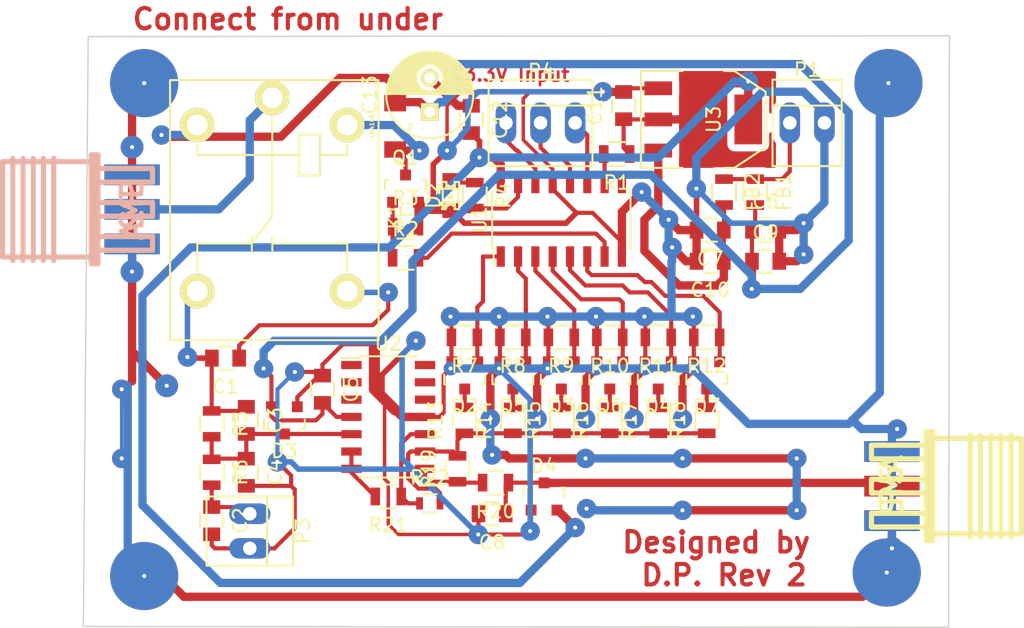
<source format=kicad_pcb>
(kicad_pcb (version 20171130) (host pcbnew "(5.1.12)-1")

  (general
    (thickness 1.6)
    (drawings 7)
    (tracks 533)
    (zones 0)
    (modules 57)
    (nets 37)
  )

  (page A4)
  (layers
    (0 F.Cu signal)
    (31 B.Cu signal)
    (32 B.Adhes user hide)
    (33 F.Adhes user hide)
    (34 B.Paste user hide)
    (35 F.Paste user hide)
    (36 B.SilkS user hide)
    (37 F.SilkS user hide)
    (38 B.Mask user hide)
    (39 F.Mask user hide)
    (40 Dwgs.User user hide)
    (41 Cmts.User user hide)
    (42 Eco1.User user hide)
    (43 Eco2.User user hide)
    (44 Edge.Cuts user)
    (45 Margin user hide)
    (46 B.CrtYd user hide)
    (47 F.CrtYd user hide)
    (48 B.Fab user hide)
    (49 F.Fab user hide)
  )

  (setup
    (last_trace_width 0.3048)
    (user_trace_width 0.254)
    (user_trace_width 0.3048)
    (user_trace_width 0.4064)
    (user_trace_width 0.6096)
    (user_trace_width 0.8128)
    (trace_clearance 0.2032)
    (zone_clearance 0.508)
    (zone_45_only no)
    (trace_min 0.254)
    (via_size 1.4224)
    (via_drill 0.3)
    (via_min_size 1.016)
    (via_min_drill 0.3)
    (user_via 1.016 0.3)
    (user_via 1.4224 0.3)
    (user_via 1.6764 0.3)
    (user_via 5 0.3)
    (uvia_size 1.016)
    (uvia_drill 0.3)
    (uvias_allowed no)
    (uvia_min_size 0)
    (uvia_min_drill 0)
    (edge_width 0.1)
    (segment_width 0.2)
    (pcb_text_width 0.3)
    (pcb_text_size 1.5 1.5)
    (mod_edge_width 0.15)
    (mod_text_size 1 1)
    (mod_text_width 0.15)
    (pad_size 2.54 2.54)
    (pad_drill 1.5)
    (pad_to_mask_clearance 0)
    (aux_axis_origin 0 0)
    (visible_elements 7FFFFFFF)
    (pcbplotparams
      (layerselection 0x00000_80000000)
      (usegerberextensions false)
      (usegerberattributes true)
      (usegerberadvancedattributes true)
      (creategerberjobfile true)
      (excludeedgelayer true)
      (linewidth 0.050000)
      (plotframeref false)
      (viasonmask false)
      (mode 1)
      (useauxorigin false)
      (hpglpennumber 1)
      (hpglpenspeed 20)
      (hpglpendiameter 15.000000)
      (psnegative false)
      (psa4output false)
      (plotreference true)
      (plotvalue true)
      (plotinvisibletext false)
      (padsonsilk false)
      (subtractmaskfromsilk false)
      (outputformat 5)
      (mirror false)
      (drillshape 1)
      (scaleselection 1)
      (outputdirectory "PCB"))
  )

  (net 0 "")
  (net 1 "Net-(C1-Pad1)")
  (net 2 "Net-(C1-Pad2)")
  (net 3 /DAC_Offset)
  (net 4 GND)
  (net 5 "Net-(C3-Pad2)")
  (net 6 /5V)
  (net 7 "Net-(C10-Pad1)")
  (net 8 /V_IN)
  (net 9 VCC)
  (net 10 "Net-(D1-Pad2)")
  (net 11 "Net-(D2-Pad2)")
  (net 12 /5V_IN)
  (net 13 "Net-(K1-Pad3)")
  (net 14 /SR_SER)
  (net 15 /SR_SRCLK)
  (net 16 /SR_RCLK)
  (net 17 "Net-(Q1-Pad1)")
  (net 18 "Net-(Q2-Pad1)")
  (net 19 "Net-(Q2-Pad3)")
  (net 20 "Net-(Q3-Pad1)")
  (net 21 "Net-(Q3-Pad3)")
  (net 22 "Net-(Q4-Pad1)")
  (net 23 "Net-(Q4-Pad3)")
  (net 24 "Net-(Q5-Pad1)")
  (net 25 "Net-(Q5-Pad3)")
  (net 26 "Net-(Q6-Pad1)")
  (net 27 "Net-(Q6-Pad3)")
  (net 28 "Net-(Q7-Pad1)")
  (net 29 "Net-(Q7-Pad3)")
  (net 30 "Net-(R1-Pad2)")
  (net 31 /AC/DC)
  (net 32 "Net-(R4-Pad2)")
  (net 33 "Net-(R13-Pad1)")
  (net 34 "Net-(R19-Pad1)")
  (net 35 "Net-(R21-Pad1)")
  (net 36 "Net-(R21-Pad2)")

  (net_class Default "This is the default net class."
    (clearance 0.2032)
    (trace_width 0.3048)
    (via_dia 1.4224)
    (via_drill 0.3)
    (uvia_dia 1.016)
    (uvia_drill 0.3)
    (add_net /5V)
    (add_net /5V_IN)
    (add_net /AC/DC)
    (add_net /DAC_Offset)
    (add_net /SR_RCLK)
    (add_net /SR_SER)
    (add_net /SR_SRCLK)
    (add_net /V_IN)
    (add_net GND)
    (add_net "Net-(C1-Pad1)")
    (add_net "Net-(C1-Pad2)")
    (add_net "Net-(C10-Pad1)")
    (add_net "Net-(C3-Pad2)")
    (add_net "Net-(D1-Pad2)")
    (add_net "Net-(D2-Pad2)")
    (add_net "Net-(K1-Pad3)")
    (add_net "Net-(Q1-Pad1)")
    (add_net "Net-(Q2-Pad1)")
    (add_net "Net-(Q2-Pad3)")
    (add_net "Net-(Q3-Pad1)")
    (add_net "Net-(Q3-Pad3)")
    (add_net "Net-(Q4-Pad1)")
    (add_net "Net-(Q4-Pad3)")
    (add_net "Net-(Q5-Pad1)")
    (add_net "Net-(Q5-Pad3)")
    (add_net "Net-(Q6-Pad1)")
    (add_net "Net-(Q6-Pad3)")
    (add_net "Net-(Q7-Pad1)")
    (add_net "Net-(Q7-Pad3)")
    (add_net "Net-(R1-Pad2)")
    (add_net "Net-(R13-Pad1)")
    (add_net "Net-(R19-Pad1)")
    (add_net "Net-(R21-Pad1)")
    (add_net "Net-(R21-Pad2)")
    (add_net "Net-(R4-Pad2)")
    (add_net VCC)
  )

  (module myLib:C_0805 (layer F.Cu) (tedit 5415D6EA) (tstamp 566B4BF8)
    (at 157.734 95.758 180)
    (descr "Capacitor SMD 0805, reflow soldering, AVX (see smccp.pdf)")
    (tags "capacitor 0805")
    (path /55DA2B59)
    (attr smd)
    (fp_text reference C1 (at 0 -2.1 180) (layer F.SilkS)
      (effects (font (size 1 1) (thickness 0.15)))
    )
    (fp_text value 100n (at 0 2.1 180) (layer F.Fab)
      (effects (font (size 1 1) (thickness 0.15)))
    )
    (fp_line (start -0.5 0.85) (end 0.5 0.85) (layer F.SilkS) (width 0.15))
    (fp_line (start 0.5 -0.85) (end -0.5 -0.85) (layer F.SilkS) (width 0.15))
    (fp_line (start 1.8 -1) (end 1.8 1) (layer F.CrtYd) (width 0.05))
    (fp_line (start -1.8 -1) (end -1.8 1) (layer F.CrtYd) (width 0.05))
    (fp_line (start -1.8 1) (end 1.8 1) (layer F.CrtYd) (width 0.05))
    (fp_line (start -1.8 -1) (end 1.8 -1) (layer F.CrtYd) (width 0.05))
    (pad 1 smd rect (at -1 0 180) (size 1 1.25) (layers F.Cu F.Paste F.Mask)
      (net 1 "Net-(C1-Pad1)"))
    (pad 2 smd rect (at 1 0 180) (size 1 1.25) (layers F.Cu F.Paste F.Mask)
      (net 2 "Net-(C1-Pad2)"))
    (model Capacitors_SMD.3dshapes/C_0805.wrl
      (at (xyz 0 0 0))
      (scale (xyz 1 1 1))
      (rotate (xyz 0 0 0))
    )
  )

  (module myLib:C_0805 (layer F.Cu) (tedit 5415D6EA) (tstamp 566B4BFE)
    (at 156.718 107.696 270)
    (descr "Capacitor SMD 0805, reflow soldering, AVX (see smccp.pdf)")
    (tags "capacitor 0805")
    (path /55D6E050)
    (attr smd)
    (fp_text reference C2 (at 0 -2.1 270) (layer F.SilkS)
      (effects (font (size 1 1) (thickness 0.15)))
    )
    (fp_text value 100n (at 0 2.1 270) (layer F.Fab)
      (effects (font (size 1 1) (thickness 0.15)))
    )
    (fp_line (start -0.5 0.85) (end 0.5 0.85) (layer F.SilkS) (width 0.15))
    (fp_line (start 0.5 -0.85) (end -0.5 -0.85) (layer F.SilkS) (width 0.15))
    (fp_line (start 1.8 -1) (end 1.8 1) (layer F.CrtYd) (width 0.05))
    (fp_line (start -1.8 -1) (end -1.8 1) (layer F.CrtYd) (width 0.05))
    (fp_line (start -1.8 1) (end 1.8 1) (layer F.CrtYd) (width 0.05))
    (fp_line (start -1.8 -1) (end 1.8 -1) (layer F.CrtYd) (width 0.05))
    (pad 1 smd rect (at -1 0 270) (size 1 1.25) (layers F.Cu F.Paste F.Mask)
      (net 3 /DAC_Offset))
    (pad 2 smd rect (at 1 0 270) (size 1 1.25) (layers F.Cu F.Paste F.Mask)
      (net 4 GND))
    (model Capacitors_SMD.3dshapes/C_0805.wrl
      (at (xyz 0 0 0))
      (scale (xyz 1 1 1))
      (rotate (xyz 0 0 0))
    )
  )

  (module myLib:C_0805 (layer F.Cu) (tedit 5415D6EA) (tstamp 566B4C04)
    (at 159.258 100.33 270)
    (descr "Capacitor SMD 0805, reflow soldering, AVX (see smccp.pdf)")
    (tags "capacitor 0805")
    (path /55D6E078)
    (attr smd)
    (fp_text reference C3 (at 0 -2.1 270) (layer F.SilkS)
      (effects (font (size 1 1) (thickness 0.15)))
    )
    (fp_text value 12pF (at 0 2.1 270) (layer F.Fab)
      (effects (font (size 1 1) (thickness 0.15)))
    )
    (fp_line (start -0.5 0.85) (end 0.5 0.85) (layer F.SilkS) (width 0.15))
    (fp_line (start 0.5 -0.85) (end -0.5 -0.85) (layer F.SilkS) (width 0.15))
    (fp_line (start 1.8 -1) (end 1.8 1) (layer F.CrtYd) (width 0.05))
    (fp_line (start -1.8 -1) (end -1.8 1) (layer F.CrtYd) (width 0.05))
    (fp_line (start -1.8 1) (end 1.8 1) (layer F.CrtYd) (width 0.05))
    (fp_line (start -1.8 -1) (end 1.8 -1) (layer F.CrtYd) (width 0.05))
    (pad 1 smd rect (at -1 0 270) (size 1 1.25) (layers F.Cu F.Paste F.Mask)
      (net 2 "Net-(C1-Pad2)"))
    (pad 2 smd rect (at 1 0 270) (size 1 1.25) (layers F.Cu F.Paste F.Mask)
      (net 5 "Net-(C3-Pad2)"))
    (model Capacitors_SMD.3dshapes/C_0805.wrl
      (at (xyz 0 0 0))
      (scale (xyz 1 1 1))
      (rotate (xyz 0 0 0))
    )
  )

  (module myLib:C_0805 (layer F.Cu) (tedit 5415D6EA) (tstamp 566B4C0A)
    (at 159.258 104.14 270)
    (descr "Capacitor SMD 0805, reflow soldering, AVX (see smccp.pdf)")
    (tags "capacitor 0805")
    (path /55D6E071)
    (attr smd)
    (fp_text reference C4 (at 0 -2.1 270) (layer F.SilkS)
      (effects (font (size 1 1) (thickness 0.15)))
    )
    (fp_text value 47pF (at 0 2.1 270) (layer F.Fab)
      (effects (font (size 1 1) (thickness 0.15)))
    )
    (fp_line (start -0.5 0.85) (end 0.5 0.85) (layer F.SilkS) (width 0.15))
    (fp_line (start 0.5 -0.85) (end -0.5 -0.85) (layer F.SilkS) (width 0.15))
    (fp_line (start 1.8 -1) (end 1.8 1) (layer F.CrtYd) (width 0.05))
    (fp_line (start -1.8 -1) (end -1.8 1) (layer F.CrtYd) (width 0.05))
    (fp_line (start -1.8 1) (end 1.8 1) (layer F.CrtYd) (width 0.05))
    (fp_line (start -1.8 -1) (end 1.8 -1) (layer F.CrtYd) (width 0.05))
    (pad 1 smd rect (at -1 0 270) (size 1 1.25) (layers F.Cu F.Paste F.Mask)
      (net 5 "Net-(C3-Pad2)"))
    (pad 2 smd rect (at 1 0 270) (size 1 1.25) (layers F.Cu F.Paste F.Mask)
      (net 4 GND))
    (model Capacitors_SMD.3dshapes/C_0805.wrl
      (at (xyz 0 0 0))
      (scale (xyz 1 1 1))
      (rotate (xyz 0 0 0))
    )
  )

  (module myLib:C_0805 (layer F.Cu) (tedit 5415D6EA) (tstamp 566B4C10)
    (at 164.846 98.044 270)
    (descr "Capacitor SMD 0805, reflow soldering, AVX (see smccp.pdf)")
    (tags "capacitor 0805")
    (path /55D6E130)
    (attr smd)
    (fp_text reference C5 (at 0 -2.1 270) (layer F.SilkS)
      (effects (font (size 1 1) (thickness 0.15)))
    )
    (fp_text value 100n (at 0 2.1 270) (layer F.Fab)
      (effects (font (size 1 1) (thickness 0.15)))
    )
    (fp_line (start -0.5 0.85) (end 0.5 0.85) (layer F.SilkS) (width 0.15))
    (fp_line (start 0.5 -0.85) (end -0.5 -0.85) (layer F.SilkS) (width 0.15))
    (fp_line (start 1.8 -1) (end 1.8 1) (layer F.CrtYd) (width 0.05))
    (fp_line (start -1.8 -1) (end -1.8 1) (layer F.CrtYd) (width 0.05))
    (fp_line (start -1.8 1) (end 1.8 1) (layer F.CrtYd) (width 0.05))
    (fp_line (start -1.8 -1) (end 1.8 -1) (layer F.CrtYd) (width 0.05))
    (pad 1 smd rect (at -1 0 270) (size 1 1.25) (layers F.Cu F.Paste F.Mask)
      (net 4 GND))
    (pad 2 smd rect (at 1 0 270) (size 1 1.25) (layers F.Cu F.Paste F.Mask)
      (net 6 /5V))
    (model Capacitors_SMD.3dshapes/C_0805.wrl
      (at (xyz 0 0 0))
      (scale (xyz 1 1 1))
      (rotate (xyz 0 0 0))
    )
  )

  (module myLib:C_0805 (layer F.Cu) (tedit 5415D6EA) (tstamp 566B4C16)
    (at 197.358 86.36)
    (descr "Capacitor SMD 0805, reflow soldering, AVX (see smccp.pdf)")
    (tags "capacitor 0805")
    (path /566BE657)
    (attr smd)
    (fp_text reference C6 (at 0 -2.1) (layer F.SilkS)
      (effects (font (size 1 1) (thickness 0.15)))
    )
    (fp_text value 100n (at 0 2.1) (layer F.Fab)
      (effects (font (size 1 1) (thickness 0.15)))
    )
    (fp_line (start -0.5 0.85) (end 0.5 0.85) (layer F.SilkS) (width 0.15))
    (fp_line (start 0.5 -0.85) (end -0.5 -0.85) (layer F.SilkS) (width 0.15))
    (fp_line (start 1.8 -1) (end 1.8 1) (layer F.CrtYd) (width 0.05))
    (fp_line (start -1.8 -1) (end -1.8 1) (layer F.CrtYd) (width 0.05))
    (fp_line (start -1.8 1) (end 1.8 1) (layer F.CrtYd) (width 0.05))
    (fp_line (start -1.8 -1) (end 1.8 -1) (layer F.CrtYd) (width 0.05))
    (pad 1 smd rect (at -1 0) (size 1 1.25) (layers F.Cu F.Paste F.Mask)
      (net 6 /5V))
    (pad 2 smd rect (at 1 0) (size 1 1.25) (layers F.Cu F.Paste F.Mask)
      (net 4 GND))
    (model Capacitors_SMD.3dshapes/C_0805.wrl
      (at (xyz 0 0 0))
      (scale (xyz 1 1 1))
      (rotate (xyz 0 0 0))
    )
  )

  (module myLib:C_0805 (layer F.Cu) (tedit 5415D6EA) (tstamp 566B4C1C)
    (at 193.294 86.36 180)
    (descr "Capacitor SMD 0805, reflow soldering, AVX (see smccp.pdf)")
    (tags "capacitor 0805")
    (path /566BDBAE)
    (attr smd)
    (fp_text reference C7 (at 0 -2.1 180) (layer F.SilkS)
      (effects (font (size 1 1) (thickness 0.15)))
    )
    (fp_text value 100n (at 0 2.1 180) (layer F.Fab)
      (effects (font (size 1 1) (thickness 0.15)))
    )
    (fp_line (start -0.5 0.85) (end 0.5 0.85) (layer F.SilkS) (width 0.15))
    (fp_line (start 0.5 -0.85) (end -0.5 -0.85) (layer F.SilkS) (width 0.15))
    (fp_line (start 1.8 -1) (end 1.8 1) (layer F.CrtYd) (width 0.05))
    (fp_line (start -1.8 -1) (end -1.8 1) (layer F.CrtYd) (width 0.05))
    (fp_line (start -1.8 1) (end 1.8 1) (layer F.CrtYd) (width 0.05))
    (fp_line (start -1.8 -1) (end 1.8 -1) (layer F.CrtYd) (width 0.05))
    (pad 1 smd rect (at -1 0 180) (size 1 1.25) (layers F.Cu F.Paste F.Mask)
      (net 7 "Net-(C10-Pad1)"))
    (pad 2 smd rect (at 1 0 180) (size 1 1.25) (layers F.Cu F.Paste F.Mask)
      (net 4 GND))
    (model Capacitors_SMD.3dshapes/C_0805.wrl
      (at (xyz 0 0 0))
      (scale (xyz 1 1 1))
      (rotate (xyz 0 0 0))
    )
  )

  (module myLib:C_0805 (layer F.Cu) (tedit 5415D6EA) (tstamp 566B4C22)
    (at 177.292 107.188 180)
    (descr "Capacitor SMD 0805, reflow soldering, AVX (see smccp.pdf)")
    (tags "capacitor 0805")
    (path /55D6E057)
    (attr smd)
    (fp_text reference C8 (at 0 -2.1 180) (layer F.SilkS)
      (effects (font (size 1 1) (thickness 0.15)))
    )
    (fp_text value 10p (at 0 2.1 180) (layer F.Fab)
      (effects (font (size 1 1) (thickness 0.15)))
    )
    (fp_line (start -0.5 0.85) (end 0.5 0.85) (layer F.SilkS) (width 0.15))
    (fp_line (start 0.5 -0.85) (end -0.5 -0.85) (layer F.SilkS) (width 0.15))
    (fp_line (start 1.8 -1) (end 1.8 1) (layer F.CrtYd) (width 0.05))
    (fp_line (start -1.8 -1) (end -1.8 1) (layer F.CrtYd) (width 0.05))
    (fp_line (start -1.8 1) (end 1.8 1) (layer F.CrtYd) (width 0.05))
    (fp_line (start -1.8 -1) (end 1.8 -1) (layer F.CrtYd) (width 0.05))
    (pad 1 smd rect (at -1 0 180) (size 1 1.25) (layers F.Cu F.Paste F.Mask)
      (net 8 /V_IN))
    (pad 2 smd rect (at 1 0 180) (size 1 1.25) (layers F.Cu F.Paste F.Mask)
      (net 4 GND))
    (model Capacitors_SMD.3dshapes/C_0805.wrl
      (at (xyz 0 0 0))
      (scale (xyz 1 1 1))
      (rotate (xyz 0 0 0))
    )
  )

  (module myLib:C_0805 (layer F.Cu) (tedit 5415D6EA) (tstamp 566B4C28)
    (at 197.358 88.646)
    (descr "Capacitor SMD 0805, reflow soldering, AVX (see smccp.pdf)")
    (tags "capacitor 0805")
    (path /566BE65D)
    (attr smd)
    (fp_text reference C9 (at 0 -2.1) (layer F.SilkS)
      (effects (font (size 1 1) (thickness 0.15)))
    )
    (fp_text value 10u (at 0 2.1) (layer F.Fab)
      (effects (font (size 1 1) (thickness 0.15)))
    )
    (fp_line (start -0.5 0.85) (end 0.5 0.85) (layer F.SilkS) (width 0.15))
    (fp_line (start 0.5 -0.85) (end -0.5 -0.85) (layer F.SilkS) (width 0.15))
    (fp_line (start 1.8 -1) (end 1.8 1) (layer F.CrtYd) (width 0.05))
    (fp_line (start -1.8 -1) (end -1.8 1) (layer F.CrtYd) (width 0.05))
    (fp_line (start -1.8 1) (end 1.8 1) (layer F.CrtYd) (width 0.05))
    (fp_line (start -1.8 -1) (end 1.8 -1) (layer F.CrtYd) (width 0.05))
    (pad 1 smd rect (at -1 0) (size 1 1.25) (layers F.Cu F.Paste F.Mask)
      (net 6 /5V))
    (pad 2 smd rect (at 1 0) (size 1 1.25) (layers F.Cu F.Paste F.Mask)
      (net 4 GND))
    (model Capacitors_SMD.3dshapes/C_0805.wrl
      (at (xyz 0 0 0))
      (scale (xyz 1 1 1))
      (rotate (xyz 0 0 0))
    )
  )

  (module myLib:C_0805 (layer F.Cu) (tedit 5415D6EA) (tstamp 566B4C2E)
    (at 193.294 88.646 180)
    (descr "Capacitor SMD 0805, reflow soldering, AVX (see smccp.pdf)")
    (tags "capacitor 0805")
    (path /566BDCC1)
    (attr smd)
    (fp_text reference C10 (at 0 -2.1 180) (layer F.SilkS)
      (effects (font (size 1 1) (thickness 0.15)))
    )
    (fp_text value 10u (at 0 2.1 180) (layer F.Fab)
      (effects (font (size 1 1) (thickness 0.15)))
    )
    (fp_line (start -0.5 0.85) (end 0.5 0.85) (layer F.SilkS) (width 0.15))
    (fp_line (start 0.5 -0.85) (end -0.5 -0.85) (layer F.SilkS) (width 0.15))
    (fp_line (start 1.8 -1) (end 1.8 1) (layer F.CrtYd) (width 0.05))
    (fp_line (start -1.8 -1) (end -1.8 1) (layer F.CrtYd) (width 0.05))
    (fp_line (start -1.8 1) (end 1.8 1) (layer F.CrtYd) (width 0.05))
    (fp_line (start -1.8 -1) (end 1.8 -1) (layer F.CrtYd) (width 0.05))
    (pad 1 smd rect (at -1 0 180) (size 1 1.25) (layers F.Cu F.Paste F.Mask)
      (net 7 "Net-(C10-Pad1)"))
    (pad 2 smd rect (at 1 0 180) (size 1 1.25) (layers F.Cu F.Paste F.Mask)
      (net 4 GND))
    (model Capacitors_SMD.3dshapes/C_0805.wrl
      (at (xyz 0 0 0))
      (scale (xyz 1 1 1))
      (rotate (xyz 0 0 0))
    )
  )

  (module myLib:C_0805 (layer F.Cu) (tedit 5415D6EA) (tstamp 566B4C34)
    (at 186.944 77.216 90)
    (descr "Capacitor SMD 0805, reflow soldering, AVX (see smccp.pdf)")
    (tags "capacitor 0805")
    (path /566BDD63)
    (attr smd)
    (fp_text reference C11 (at 0 -2.1 90) (layer F.SilkS)
      (effects (font (size 1 1) (thickness 0.15)))
    )
    (fp_text value 10u (at 0 2.1 90) (layer F.Fab)
      (effects (font (size 1 1) (thickness 0.15)))
    )
    (fp_line (start -0.5 0.85) (end 0.5 0.85) (layer F.SilkS) (width 0.15))
    (fp_line (start 0.5 -0.85) (end -0.5 -0.85) (layer F.SilkS) (width 0.15))
    (fp_line (start 1.8 -1) (end 1.8 1) (layer F.CrtYd) (width 0.05))
    (fp_line (start -1.8 -1) (end -1.8 1) (layer F.CrtYd) (width 0.05))
    (fp_line (start -1.8 1) (end 1.8 1) (layer F.CrtYd) (width 0.05))
    (fp_line (start -1.8 -1) (end 1.8 -1) (layer F.CrtYd) (width 0.05))
    (pad 1 smd rect (at -1 0 90) (size 1 1.25) (layers F.Cu F.Paste F.Mask)
      (net 9 VCC))
    (pad 2 smd rect (at 1 0 90) (size 1 1.25) (layers F.Cu F.Paste F.Mask)
      (net 4 GND))
    (model Capacitors_SMD.3dshapes/C_0805.wrl
      (at (xyz 0 0 0))
      (scale (xyz 1 1 1))
      (rotate (xyz 0 0 0))
    )
  )

  (module myLib:MiniMelf (layer F.Cu) (tedit 53FB09B6) (tstamp 566B4C3A)
    (at 170.18 78.74 90)
    (tags Diode)
    (path /55DA28EE)
    (fp_text reference D1 (at 0 1.09982 90) (layer F.SilkS)
      (effects (font (size 0.29972 0.29972) (thickness 0.0762)))
    )
    (fp_text value 1N4148 (at 0 -1.69926 90) (layer F.SilkS)
      (effects (font (size 0.29972 0.29972) (thickness 0.0762)))
    )
    (fp_line (start -2.4003 0.89916) (end -2.4003 -0.89916) (layer F.SilkS) (width 0.001))
    (fp_line (start 2.4003 0.89916) (end -2.4003 0.89916) (layer F.SilkS) (width 0.001))
    (fp_line (start 2.4003 -0.89916) (end 2.4003 0.89916) (layer F.SilkS) (width 0.001))
    (fp_line (start -2.4003 -0.89916) (end 2.4003 -0.89916) (layer F.SilkS) (width 0.001))
    (fp_line (start -0.50038 -0.89916) (end -0.50038 0.8001) (layer F.SilkS) (width 0.001))
    (fp_line (start -0.8001 -0.89916) (end -0.8001 0.8001) (layer F.SilkS) (width 0.001))
    (pad 2 smd rect (at -1.69926 0 90) (size 1.19888 1.6002) (layers F.Cu F.Paste F.Mask)
      (net 10 "Net-(D1-Pad2)"))
    (pad 1 smd rect (at 1.69926 0 90) (size 1.19888 1.6002) (layers F.Cu F.Paste F.Mask)
      (net 6 /5V))
  )

  (module myLib:LED-0805 (layer F.Cu) (tedit 5538B1C2) (tstamp 566B4C40)
    (at 174.244 83.82 90)
    (descr "LED 0805 smd package")
    (tags "LED 0805 SMD")
    (path /566B536E)
    (attr smd)
    (fp_text reference D2 (at 0 -1.27 90) (layer F.SilkS)
      (effects (font (size 1 1) (thickness 0.15)))
    )
    (fp_text value LED (at 0 1.27 90) (layer F.Fab)
      (effects (font (size 1 1) (thickness 0.15)))
    )
    (fp_circle (center -0.84836 -0.44958) (end -0.89916 -0.50038) (layer F.SilkS) (width 0.15))
    (fp_line (start 0.49784 -0.57404) (end -0.92456 -0.57404) (layer F.SilkS) (width 0.15))
    (fp_line (start -0.52324 0.57404) (end 0.52324 0.57404) (layer F.SilkS) (width 0.15))
    (fp_line (start -0.92456 -0.62484) (end -0.99822 -0.62484) (layer F.SilkS) (width 0.15))
    (fp_line (start -0.99822 -0.62484) (end -0.99822 -0.39878) (layer F.SilkS) (width 0.15))
    (fp_line (start -0.92456 -0.39878) (end -0.99822 -0.39878) (layer F.SilkS) (width 0.15))
    (fp_line (start -0.92456 -0.62484) (end -0.92456 -0.39878) (layer F.SilkS) (width 0.15))
    (fp_line (start -0.49784 -0.59944) (end -0.79756 -0.59944) (layer F.SilkS) (width 0.15))
    (fp_line (start -0.79756 -0.59944) (end -0.79756 -0.29972) (layer F.SilkS) (width 0.15))
    (fp_line (start -0.49784 -0.29972) (end -0.79756 -0.29972) (layer F.SilkS) (width 0.15))
    (fp_line (start -0.49784 -0.59944) (end -0.49784 -0.29972) (layer F.SilkS) (width 0.15))
    (fp_line (start 0 -0.09906) (end -0.19812 -0.09906) (layer F.SilkS) (width 0.15))
    (fp_line (start -0.19812 -0.09906) (end -0.19812 0.09906) (layer F.SilkS) (width 0.15))
    (fp_line (start 0 0.09906) (end -0.19812 0.09906) (layer F.SilkS) (width 0.15))
    (fp_line (start 0 -0.09906) (end 0 0.09906) (layer F.SilkS) (width 0.15))
    (fp_line (start 0.6731 -0.19812) (end 0.49784 -0.19812) (layer F.SilkS) (width 0.15))
    (fp_line (start 0.49784 -0.19812) (end 0.49784 0.19812) (layer F.SilkS) (width 0.15))
    (fp_line (start 0.6731 0.19812) (end 0.49784 0.19812) (layer F.SilkS) (width 0.15))
    (fp_line (start 0.6731 -0.19812) (end 0.6731 0.19812) (layer F.SilkS) (width 0.15))
    (fp_line (start 0.7493 -0.32258) (end 0.49784 -0.32258) (layer F.SilkS) (width 0.15))
    (fp_line (start 0.49784 -0.32258) (end 0.49784 -0.17272) (layer F.SilkS) (width 0.15))
    (fp_line (start 0.7493 -0.17272) (end 0.49784 -0.17272) (layer F.SilkS) (width 0.15))
    (fp_line (start 0.7493 -0.32258) (end 0.7493 -0.17272) (layer F.SilkS) (width 0.15))
    (fp_line (start 0.7493 0.17272) (end 0.49784 0.17272) (layer F.SilkS) (width 0.15))
    (fp_line (start 0.49784 0.17272) (end 0.49784 0.32258) (layer F.SilkS) (width 0.15))
    (fp_line (start 0.7493 0.32258) (end 0.49784 0.32258) (layer F.SilkS) (width 0.15))
    (fp_line (start 0.7493 0.17272) (end 0.7493 0.32258) (layer F.SilkS) (width 0.15))
    (fp_line (start 0.99822 -0.62484) (end 0.49784 -0.62484) (layer F.SilkS) (width 0.15))
    (fp_line (start 0.49784 -0.62484) (end 0.49784 -0.29972) (layer F.SilkS) (width 0.15))
    (fp_line (start 0.99822 -0.29972) (end 0.49784 -0.29972) (layer F.SilkS) (width 0.15))
    (fp_line (start 0.99822 -0.62484) (end 0.99822 -0.29972) (layer F.SilkS) (width 0.15))
    (fp_line (start 0.99822 0.29972) (end 0.49784 0.29972) (layer F.SilkS) (width 0.15))
    (fp_line (start 0.49784 0.29972) (end 0.49784 0.62484) (layer F.SilkS) (width 0.15))
    (fp_line (start 0.99822 0.62484) (end 0.49784 0.62484) (layer F.SilkS) (width 0.15))
    (fp_line (start 0.99822 0.29972) (end 0.99822 0.62484) (layer F.SilkS) (width 0.15))
    (fp_line (start -0.49784 -0.19812) (end -0.6731 -0.19812) (layer F.SilkS) (width 0.15))
    (fp_line (start -0.6731 -0.19812) (end -0.6731 0.19812) (layer F.SilkS) (width 0.15))
    (fp_line (start -0.49784 0.19812) (end -0.6731 0.19812) (layer F.SilkS) (width 0.15))
    (fp_line (start -0.49784 -0.19812) (end -0.49784 0.19812) (layer F.SilkS) (width 0.15))
    (fp_line (start -0.49784 0.17272) (end -0.7493 0.17272) (layer F.SilkS) (width 0.15))
    (fp_line (start -0.7493 0.17272) (end -0.7493 0.32258) (layer F.SilkS) (width 0.15))
    (fp_line (start -0.49784 0.32258) (end -0.7493 0.32258) (layer F.SilkS) (width 0.15))
    (fp_line (start -0.49784 0.17272) (end -0.49784 0.32258) (layer F.SilkS) (width 0.15))
    (fp_line (start -0.49784 -0.32258) (end -0.7493 -0.32258) (layer F.SilkS) (width 0.15))
    (fp_line (start -0.7493 -0.32258) (end -0.7493 -0.17272) (layer F.SilkS) (width 0.15))
    (fp_line (start -0.49784 -0.17272) (end -0.7493 -0.17272) (layer F.SilkS) (width 0.15))
    (fp_line (start -0.49784 -0.32258) (end -0.49784 -0.17272) (layer F.SilkS) (width 0.15))
    (fp_line (start -0.49784 0.29972) (end -0.99822 0.29972) (layer F.SilkS) (width 0.15))
    (fp_line (start -0.99822 0.29972) (end -0.99822 0.62484) (layer F.SilkS) (width 0.15))
    (fp_line (start -0.49784 0.62484) (end -0.99822 0.62484) (layer F.SilkS) (width 0.15))
    (fp_line (start -0.49784 0.29972) (end -0.49784 0.62484) (layer F.SilkS) (width 0.15))
    (fp_arc (start -0.99822 0) (end -0.99822 0.34798) (angle -180) (layer F.SilkS) (width 0.15))
    (fp_arc (start 0.99822 0) (end 0.99822 -0.34798) (angle -180) (layer F.SilkS) (width 0.15))
    (pad 2 smd rect (at 1.04902 0 270) (size 1.19888 1.19888) (layers F.Cu F.Paste F.Mask)
      (net 11 "Net-(D2-Pad2)"))
    (pad 1 smd rect (at -1.04902 0 270) (size 1.19888 1.19888) (layers F.Cu F.Paste F.Mask)
      (net 4 GND))
  )

  (module myLib:SOT-23 (layer F.Cu) (tedit 553634F8) (tstamp 566B4C47)
    (at 162.052 100.33 180)
    (descr "SOT-23, Standard")
    (tags SOT-23)
    (path /55DF17ED)
    (attr smd)
    (fp_text reference D3 (at 0 -2.25 180) (layer F.SilkS)
      (effects (font (size 1 1) (thickness 0.15)))
    )
    (fp_text value BAT54S (at 0 2.3 180) (layer F.Fab)
      (effects (font (size 1 1) (thickness 0.15)))
    )
    (fp_line (start 1.49982 -0.65024) (end 1.49982 0.0508) (layer F.SilkS) (width 0.15))
    (fp_line (start 1.29916 -0.65024) (end 1.49982 -0.65024) (layer F.SilkS) (width 0.15))
    (fp_line (start -1.49982 -0.65024) (end -1.2509 -0.65024) (layer F.SilkS) (width 0.15))
    (fp_line (start -1.49982 0.0508) (end -1.49982 -0.65024) (layer F.SilkS) (width 0.15))
    (fp_line (start 1.29916 -0.65024) (end 1.2509 -0.65024) (layer F.SilkS) (width 0.15))
    (fp_line (start -1.65 1.6) (end -1.65 -1.6) (layer F.CrtYd) (width 0.05))
    (fp_line (start 1.65 1.6) (end -1.65 1.6) (layer F.CrtYd) (width 0.05))
    (fp_line (start 1.65 -1.6) (end 1.65 1.6) (layer F.CrtYd) (width 0.05))
    (fp_line (start -1.65 -1.6) (end 1.65 -1.6) (layer F.CrtYd) (width 0.05))
    (pad 1 smd rect (at -0.95 1.00076 180) (size 0.8001 0.8001) (layers F.Cu F.Paste F.Mask)
      (net 4 GND))
    (pad 2 smd rect (at 0.95 1.00076 180) (size 0.8001 0.8001) (layers F.Cu F.Paste F.Mask)
      (net 6 /5V))
    (pad 3 smd rect (at 0 -0.99822 180) (size 0.8001 0.8001) (layers F.Cu F.Paste F.Mask)
      (net 5 "Net-(C3-Pad2)"))
    (model Housings_SOT-23_SOT-143_TSOT-6.3dshapes/SOT-23.wrl
      (at (xyz 0 0 0))
      (scale (xyz 1 1 1))
      (rotate (xyz 0 0 0))
    )
  )

  (module myLib:SOT-23 (layer F.Cu) (tedit 553634F8) (tstamp 566B4C4E)
    (at 181.102 105.918)
    (descr "SOT-23, Standard")
    (tags SOT-23)
    (path /55DF2375)
    (attr smd)
    (fp_text reference D4 (at 0 -2.25) (layer F.SilkS)
      (effects (font (size 1 1) (thickness 0.15)))
    )
    (fp_text value BAT54S (at 0 2.3) (layer F.Fab)
      (effects (font (size 1 1) (thickness 0.15)))
    )
    (fp_line (start 1.49982 -0.65024) (end 1.49982 0.0508) (layer F.SilkS) (width 0.15))
    (fp_line (start 1.29916 -0.65024) (end 1.49982 -0.65024) (layer F.SilkS) (width 0.15))
    (fp_line (start -1.49982 -0.65024) (end -1.2509 -0.65024) (layer F.SilkS) (width 0.15))
    (fp_line (start -1.49982 0.0508) (end -1.49982 -0.65024) (layer F.SilkS) (width 0.15))
    (fp_line (start 1.29916 -0.65024) (end 1.2509 -0.65024) (layer F.SilkS) (width 0.15))
    (fp_line (start -1.65 1.6) (end -1.65 -1.6) (layer F.CrtYd) (width 0.05))
    (fp_line (start 1.65 1.6) (end -1.65 1.6) (layer F.CrtYd) (width 0.05))
    (fp_line (start 1.65 -1.6) (end 1.65 1.6) (layer F.CrtYd) (width 0.05))
    (fp_line (start -1.65 -1.6) (end 1.65 -1.6) (layer F.CrtYd) (width 0.05))
    (pad 1 smd rect (at -0.95 1.00076) (size 0.8001 0.8001) (layers F.Cu F.Paste F.Mask)
      (net 4 GND))
    (pad 2 smd rect (at 0.95 1.00076) (size 0.8001 0.8001) (layers F.Cu F.Paste F.Mask)
      (net 9 VCC))
    (pad 3 smd rect (at 0 -0.99822) (size 0.8001 0.8001) (layers F.Cu F.Paste F.Mask)
      (net 8 /V_IN))
    (model Housings_SOT-23_SOT-143_TSOT-6.3dshapes/SOT-23.wrl
      (at (xyz 0 0 0))
      (scale (xyz 1 1 1))
      (rotate (xyz 0 0 0))
    )
  )

  (module myLib:Ind_0805 (layer F.Cu) (tedit 5585984F) (tstamp 566B4C54)
    (at 196.596 83.566 270)
    (descr "Resistor SMD 0805, reflow soldering, Vishay (see dcrcw.pdf)")
    (tags "resistor 0805")
    (path /566BE651)
    (attr smd)
    (fp_text reference FB1 (at 0 -2.1 270) (layer F.SilkS)
      (effects (font (size 1 1) (thickness 0.15)))
    )
    (fp_text value MH2029-300Y (at 0 2.1 270) (layer F.Fab)
      (effects (font (size 1 1) (thickness 0.15)))
    )
    (fp_line (start -0.6 -0.875) (end 0.6 -0.875) (layer F.SilkS) (width 0.15))
    (fp_line (start 0.6 0.875) (end -0.6 0.875) (layer F.SilkS) (width 0.15))
    (fp_line (start 1.6 -1) (end 1.6 1) (layer F.CrtYd) (width 0.05))
    (fp_line (start -1.6 -1) (end -1.6 1) (layer F.CrtYd) (width 0.05))
    (fp_line (start -1.6 1) (end 1.6 1) (layer F.CrtYd) (width 0.05))
    (fp_line (start -1.6 -1) (end 1.6 -1) (layer F.CrtYd) (width 0.05))
    (pad 1 smd rect (at -0.95 0 270) (size 0.7 1.3) (layers F.Cu F.Paste F.Mask)
      (net 12 /5V_IN))
    (pad 2 smd rect (at 0.95 0 270) (size 0.7 1.3) (layers F.Cu F.Paste F.Mask)
      (net 6 /5V))
    (model Resistors_SMD.3dshapes/R_0805.wrl
      (at (xyz 0 0 0))
      (scale (xyz 1 1 1))
      (rotate (xyz 0 0 0))
    )
  )

  (module myLib:Ind_0805 (layer F.Cu) (tedit 5585984F) (tstamp 566B4C5A)
    (at 194.31 83.566 270)
    (descr "Resistor SMD 0805, reflow soldering, Vishay (see dcrcw.pdf)")
    (tags "resistor 0805")
    (path /566BD931)
    (attr smd)
    (fp_text reference FB2 (at 0 -2.1 270) (layer F.SilkS)
      (effects (font (size 1 1) (thickness 0.15)))
    )
    (fp_text value MH2029-300Y (at 0 2.1 270) (layer F.Fab)
      (effects (font (size 1 1) (thickness 0.15)))
    )
    (fp_line (start -0.6 -0.875) (end 0.6 -0.875) (layer F.SilkS) (width 0.15))
    (fp_line (start 0.6 0.875) (end -0.6 0.875) (layer F.SilkS) (width 0.15))
    (fp_line (start 1.6 -1) (end 1.6 1) (layer F.CrtYd) (width 0.05))
    (fp_line (start -1.6 -1) (end -1.6 1) (layer F.CrtYd) (width 0.05))
    (fp_line (start -1.6 1) (end 1.6 1) (layer F.CrtYd) (width 0.05))
    (fp_line (start -1.6 -1) (end 1.6 -1) (layer F.CrtYd) (width 0.05))
    (pad 1 smd rect (at -0.95 0 270) (size 0.7 1.3) (layers F.Cu F.Paste F.Mask)
      (net 12 /5V_IN))
    (pad 2 smd rect (at 0.95 0 270) (size 0.7 1.3) (layers F.Cu F.Paste F.Mask)
      (net 7 "Net-(C10-Pad1)"))
    (model Resistors_SMD.3dshapes/R_0805.wrl
      (at (xyz 0 0 0))
      (scale (xyz 1 1 1))
      (rotate (xyz 0 0 0))
    )
  )

  (module Connect:PINHEAD1-2 (layer F.Cu) (tedit 0) (tstamp 566B4C69)
    (at 200.406 78.486)
    (path /566BF1D0)
    (attr virtual)
    (fp_text reference P1 (at 0 -3.9) (layer F.SilkS)
      (effects (font (size 1 1) (thickness 0.15)))
    )
    (fp_text value Power (at 0 3.81) (layer F.Fab)
      (effects (font (size 1 1) (thickness 0.15)))
    )
    (fp_line (start 2.54 -3.175) (end 2.54 3.175) (layer F.SilkS) (width 0.15))
    (fp_line (start -2.54 -3.175) (end -2.54 3.175) (layer F.SilkS) (width 0.15))
    (fp_line (start -2.54 -3.175) (end 2.54 -3.175) (layer F.SilkS) (width 0.15))
    (fp_line (start 2.54 3.175) (end -2.54 3.175) (layer F.SilkS) (width 0.15))
    (fp_line (start 2.54 -1.27) (end -2.54 -1.27) (layer F.SilkS) (width 0.15))
    (pad 1 thru_hole oval (at -1.27 0) (size 1.50622 3.01498) (drill 0.99822) (layers *.Cu *.Mask)
      (net 12 /5V_IN))
    (pad 2 thru_hole oval (at 1.27 0) (size 1.50622 3.01498) (drill 0.99822) (layers *.Cu *.Mask)
      (net 4 GND))
  )

  (module myLib:CON-SMA-EDGE (layer B.Cu) (tedit 56706AB1) (tstamp 566B4C72)
    (at 150.876 84.836 90)
    (path /55DF4414)
    (fp_text reference P2 (at 0 0 90) (layer B.SilkS)
      (effects (font (size 1.524 1.524) (thickness 0.3048)) (justify mirror))
    )
    (fp_text value SMA (at 0 0 90) (layer B.SilkS)
      (effects (font (size 1.524 1.524) (thickness 0.3048)) (justify mirror))
    )
    (fp_line (start 3.50012 -2.49936) (end 3.50012 -8.99922) (layer B.SilkS) (width 0.381))
    (fp_line (start -4.0005 -2.49936) (end 4.0005 -2.49936) (layer B.SilkS) (width 0.381))
    (fp_line (start -3.50012 -9.4996) (end -3.50012 -2.49936) (layer B.SilkS) (width 0.381))
    (fp_line (start -1.99898 1.50114) (end -1.99898 -2.49936) (layer B.SilkS) (width 0.381))
    (fp_line (start -2.99974 1.50114) (end -1.99898 1.50114) (layer B.SilkS) (width 0.381))
    (fp_line (start -2.99974 -2.49936) (end -2.99974 1.50114) (layer B.SilkS) (width 0.381))
    (fp_line (start 0.50038 1.50114) (end 0.50038 -2.49936) (layer B.SilkS) (width 0.381))
    (fp_line (start -0.50038 1.50114) (end 0.50038 1.50114) (layer B.SilkS) (width 0.381))
    (fp_line (start -0.50038 -2.49936) (end -0.50038 1.50114) (layer B.SilkS) (width 0.381))
    (fp_line (start 2.99974 1.50114) (end 2.99974 -2.49936) (layer B.SilkS) (width 0.381))
    (fp_line (start 1.99898 1.50114) (end 2.99974 1.50114) (layer B.SilkS) (width 0.381))
    (fp_line (start 1.99898 -2.49936) (end 1.99898 1.50114) (layer B.SilkS) (width 0.381))
    (fp_line (start -4.0005 -2.99974) (end 4.0005 -2.99974) (layer B.SilkS) (width 0.381))
    (fp_line (start 4.0005 -2.75082) (end -4.0005 -2.75082) (layer B.SilkS) (width 0.381))
    (fp_line (start 4.0005 -2.99974) (end 4.0005 -2.49936) (layer B.SilkS) (width 0.381))
    (fp_line (start -4.0005 -2.99974) (end -4.0005 -2.49936) (layer B.SilkS) (width 0.381))
    (fp_line (start 3.50012 -9.4996) (end 3.50012 -8.99922) (layer B.SilkS) (width 0.381))
    (fp_line (start -3.50012 -9.4996) (end 3.50012 -9.4996) (layer B.SilkS) (width 0.381))
    (fp_line (start 3.74904 -6.49986) (end -3.74904 -6.49986) (layer B.SilkS) (width 0.381))
    (fp_line (start -3.74904 -5.75056) (end 3.74904 -5.75056) (layer B.SilkS) (width 0.381))
    (fp_line (start 3.74904 -7.24916) (end -3.74904 -7.24916) (layer B.SilkS) (width 0.381))
    (fp_line (start -3.74904 -8.001) (end 3.74904 -8.001) (layer B.SilkS) (width 0.381))
    (fp_line (start 3.74904 -8.7503) (end -3.74904 -8.7503) (layer B.SilkS) (width 0.381))
    (pad 1 smd rect (at 0 0 90) (size 1.524 4.064) (layers B.Cu B.Paste B.Mask)
      (net 13 "Net-(K1-Pad3)"))
    (pad 2 smd rect (at -2.54 0 90) (size 1.524 4.064) (layers B.Cu B.Paste B.Mask)
      (net 4 GND))
    (pad 4 smd rect (at 2.54 0 90) (size 1.524 4.064) (layers B.Cu B.Paste B.Mask))
    (pad 3 smd rect (at -2.54 0 90) (size 1.524 4.064) (layers F.Cu F.Paste F.Mask))
    (pad 5 smd rect (at 2.54 0 90) (size 1.524 4.064) (layers F.Cu F.Paste F.Mask))
  )

  (module Connect:PINHEAD1-2 (layer F.Cu) (tedit 0) (tstamp 566B4C78)
    (at 159.512 108.458 270)
    (path /566C0D9D)
    (attr virtual)
    (fp_text reference P3 (at 0 -3.9 270) (layer F.SilkS)
      (effects (font (size 1 1) (thickness 0.15)))
    )
    (fp_text value DAC_Offset (at 0 3.81 270) (layer F.Fab)
      (effects (font (size 1 1) (thickness 0.15)))
    )
    (fp_line (start 2.54 -3.175) (end 2.54 3.175) (layer F.SilkS) (width 0.15))
    (fp_line (start -2.54 -3.175) (end -2.54 3.175) (layer F.SilkS) (width 0.15))
    (fp_line (start -2.54 -3.175) (end 2.54 -3.175) (layer F.SilkS) (width 0.15))
    (fp_line (start 2.54 3.175) (end -2.54 3.175) (layer F.SilkS) (width 0.15))
    (fp_line (start 2.54 -1.27) (end -2.54 -1.27) (layer F.SilkS) (width 0.15))
    (pad 1 thru_hole oval (at -1.27 0 270) (size 1.50622 3.01498) (drill 0.99822) (layers *.Cu *.Mask)
      (net 3 /DAC_Offset))
    (pad 2 thru_hole oval (at 1.27 0 270) (size 1.50622 3.01498) (drill 0.99822) (layers *.Cu *.Mask)
      (net 4 GND))
  )

  (module Connect:PINHEAD1-3 (layer F.Cu) (tedit 0) (tstamp 566B4C7F)
    (at 180.848 78.486)
    (path /566C1F51)
    (attr virtual)
    (fp_text reference P4 (at 0.05 -3.8) (layer F.SilkS)
      (effects (font (size 1 1) (thickness 0.15)))
    )
    (fp_text value ShiftReg (at 0 3.81) (layer F.Fab)
      (effects (font (size 1 1) (thickness 0.15)))
    )
    (fp_line (start 3.81 3.175) (end -3.81 3.175) (layer F.SilkS) (width 0.15))
    (fp_line (start -3.81 -3.175) (end 3.81 -3.175) (layer F.SilkS) (width 0.15))
    (fp_line (start 3.81 -1.27) (end -3.81 -1.27) (layer F.SilkS) (width 0.15))
    (fp_line (start 3.81 -3.175) (end 3.81 3.175) (layer F.SilkS) (width 0.15))
    (fp_line (start -3.81 -3.175) (end -3.81 3.175) (layer F.SilkS) (width 0.15))
    (pad 1 thru_hole oval (at -2.54 0) (size 1.50622 3.01498) (drill 0.99822) (layers *.Cu *.Mask)
      (net 14 /SR_SER))
    (pad 2 thru_hole oval (at 0 0) (size 1.50622 3.01498) (drill 0.99822) (layers *.Cu *.Mask)
      (net 16 /SR_RCLK))
    (pad 3 thru_hole oval (at 2.54 0) (size 1.50622 3.01498) (drill 0.99822) (layers *.Cu *.Mask)
      (net 15 /SR_SRCLK))
  )

  (module myLib:CON-SMA-EDGE (layer F.Cu) (tedit 56706AC2) (tstamp 566B4C88)
    (at 206.629 105.156 90)
    (path /566BC5FB)
    (fp_text reference P5 (at 0 0 90) (layer F.SilkS)
      (effects (font (size 1.524 1.524) (thickness 0.3048)))
    )
    (fp_text value SMA (at 0 0 90) (layer F.SilkS)
      (effects (font (size 1.524 1.524) (thickness 0.3048)))
    )
    (fp_line (start 3.50012 2.49936) (end 3.50012 8.99922) (layer F.SilkS) (width 0.381))
    (fp_line (start -4.0005 2.49936) (end 4.0005 2.49936) (layer F.SilkS) (width 0.381))
    (fp_line (start -3.50012 9.4996) (end -3.50012 2.49936) (layer F.SilkS) (width 0.381))
    (fp_line (start -1.99898 -1.50114) (end -1.99898 2.49936) (layer F.SilkS) (width 0.381))
    (fp_line (start -2.99974 -1.50114) (end -1.99898 -1.50114) (layer F.SilkS) (width 0.381))
    (fp_line (start -2.99974 2.49936) (end -2.99974 -1.50114) (layer F.SilkS) (width 0.381))
    (fp_line (start 0.50038 -1.50114) (end 0.50038 2.49936) (layer F.SilkS) (width 0.381))
    (fp_line (start -0.50038 -1.50114) (end 0.50038 -1.50114) (layer F.SilkS) (width 0.381))
    (fp_line (start -0.50038 2.49936) (end -0.50038 -1.50114) (layer F.SilkS) (width 0.381))
    (fp_line (start 2.99974 -1.50114) (end 2.99974 2.49936) (layer F.SilkS) (width 0.381))
    (fp_line (start 1.99898 -1.50114) (end 2.99974 -1.50114) (layer F.SilkS) (width 0.381))
    (fp_line (start 1.99898 2.49936) (end 1.99898 -1.50114) (layer F.SilkS) (width 0.381))
    (fp_line (start -4.0005 2.99974) (end 4.0005 2.99974) (layer F.SilkS) (width 0.381))
    (fp_line (start 4.0005 2.75082) (end -4.0005 2.75082) (layer F.SilkS) (width 0.381))
    (fp_line (start 4.0005 2.99974) (end 4.0005 2.49936) (layer F.SilkS) (width 0.381))
    (fp_line (start -4.0005 2.99974) (end -4.0005 2.49936) (layer F.SilkS) (width 0.381))
    (fp_line (start 3.50012 9.4996) (end 3.50012 8.99922) (layer F.SilkS) (width 0.381))
    (fp_line (start -3.50012 9.4996) (end 3.50012 9.4996) (layer F.SilkS) (width 0.381))
    (fp_line (start 3.74904 6.49986) (end -3.74904 6.49986) (layer F.SilkS) (width 0.381))
    (fp_line (start -3.74904 5.75056) (end 3.74904 5.75056) (layer F.SilkS) (width 0.381))
    (fp_line (start 3.74904 7.24916) (end -3.74904 7.24916) (layer F.SilkS) (width 0.381))
    (fp_line (start -3.74904 8.001) (end 3.74904 8.001) (layer F.SilkS) (width 0.381))
    (fp_line (start 3.74904 8.7503) (end -3.74904 8.7503) (layer F.SilkS) (width 0.381))
    (pad 1 smd rect (at 0 0 90) (size 1.524 4.064) (layers F.Cu F.Paste F.Mask)
      (net 8 /V_IN))
    (pad 2 smd rect (at -2.54 0 90) (size 1.524 4.064) (layers F.Cu F.Paste F.Mask)
      (net 4 GND))
    (pad 4 smd rect (at 2.54 0 90) (size 1.524 4.064) (layers F.Cu F.Paste F.Mask))
    (pad 3 smd rect (at -2.54 0 90) (size 1.524 4.064) (layers B.Cu B.Paste B.Mask))
    (pad 5 smd rect (at 2.54 0 90) (size 1.524 4.064) (layers B.Cu B.Paste B.Mask))
  )

  (module myLib:SOT-23 (layer F.Cu) (tedit 553634F8) (tstamp 566B4C8F)
    (at 170.942 83.312)
    (descr "SOT-23, Standard")
    (tags SOT-23)
    (path /55DA112A)
    (attr smd)
    (fp_text reference Q1 (at 0 -2.25) (layer F.SilkS)
      (effects (font (size 1 1) (thickness 0.15)))
    )
    (fp_text value MMBT2222A (at 0 2.3) (layer F.Fab)
      (effects (font (size 1 1) (thickness 0.15)))
    )
    (fp_line (start 1.49982 -0.65024) (end 1.49982 0.0508) (layer F.SilkS) (width 0.15))
    (fp_line (start 1.29916 -0.65024) (end 1.49982 -0.65024) (layer F.SilkS) (width 0.15))
    (fp_line (start -1.49982 -0.65024) (end -1.2509 -0.65024) (layer F.SilkS) (width 0.15))
    (fp_line (start -1.49982 0.0508) (end -1.49982 -0.65024) (layer F.SilkS) (width 0.15))
    (fp_line (start 1.29916 -0.65024) (end 1.2509 -0.65024) (layer F.SilkS) (width 0.15))
    (fp_line (start -1.65 1.6) (end -1.65 -1.6) (layer F.CrtYd) (width 0.05))
    (fp_line (start 1.65 1.6) (end -1.65 1.6) (layer F.CrtYd) (width 0.05))
    (fp_line (start 1.65 -1.6) (end 1.65 1.6) (layer F.CrtYd) (width 0.05))
    (fp_line (start -1.65 -1.6) (end 1.65 -1.6) (layer F.CrtYd) (width 0.05))
    (pad 1 smd rect (at -0.95 1.00076) (size 0.8001 0.8001) (layers F.Cu F.Paste F.Mask)
      (net 17 "Net-(Q1-Pad1)"))
    (pad 2 smd rect (at 0.95 1.00076) (size 0.8001 0.8001) (layers F.Cu F.Paste F.Mask)
      (net 4 GND))
    (pad 3 smd rect (at 0 -0.99822) (size 0.8001 0.8001) (layers F.Cu F.Paste F.Mask)
      (net 10 "Net-(D1-Pad2)"))
    (model Housings_SOT-23_SOT-143_TSOT-6.3dshapes/SOT-23.wrl
      (at (xyz 0 0 0))
      (scale (xyz 1 1 1))
      (rotate (xyz 0 0 0))
    )
  )

  (module myLib:SOT-23 (layer F.Cu) (tedit 553634F8) (tstamp 566B4C96)
    (at 175.2854 97.028 180)
    (descr "SOT-23, Standard")
    (tags SOT-23)
    (path /55D6E0A9)
    (attr smd)
    (fp_text reference Q2 (at 0 -2.25 180) (layer F.SilkS)
      (effects (font (size 1 1) (thickness 0.15)))
    )
    (fp_text value Si2302DS (at 0 2.3 180) (layer F.Fab)
      (effects (font (size 1 1) (thickness 0.15)))
    )
    (fp_line (start 1.49982 -0.65024) (end 1.49982 0.0508) (layer F.SilkS) (width 0.15))
    (fp_line (start 1.29916 -0.65024) (end 1.49982 -0.65024) (layer F.SilkS) (width 0.15))
    (fp_line (start -1.49982 -0.65024) (end -1.2509 -0.65024) (layer F.SilkS) (width 0.15))
    (fp_line (start -1.49982 0.0508) (end -1.49982 -0.65024) (layer F.SilkS) (width 0.15))
    (fp_line (start 1.29916 -0.65024) (end 1.2509 -0.65024) (layer F.SilkS) (width 0.15))
    (fp_line (start -1.65 1.6) (end -1.65 -1.6) (layer F.CrtYd) (width 0.05))
    (fp_line (start 1.65 1.6) (end -1.65 1.6) (layer F.CrtYd) (width 0.05))
    (fp_line (start 1.65 -1.6) (end 1.65 1.6) (layer F.CrtYd) (width 0.05))
    (fp_line (start -1.65 -1.6) (end 1.65 -1.6) (layer F.CrtYd) (width 0.05))
    (pad 1 smd rect (at -0.95 1.00076 180) (size 0.8001 0.8001) (layers F.Cu F.Paste F.Mask)
      (net 18 "Net-(Q2-Pad1)"))
    (pad 2 smd rect (at 0.95 1.00076 180) (size 0.8001 0.8001) (layers F.Cu F.Paste F.Mask)
      (net 4 GND))
    (pad 3 smd rect (at 0 -0.99822 180) (size 0.8001 0.8001) (layers F.Cu F.Paste F.Mask)
      (net 19 "Net-(Q2-Pad3)"))
    (model Housings_SOT-23_SOT-143_TSOT-6.3dshapes/SOT-23.wrl
      (at (xyz 0 0 0))
      (scale (xyz 1 1 1))
      (rotate (xyz 0 0 0))
    )
  )

  (module myLib:SOT-23 (layer F.Cu) (tedit 553634F8) (tstamp 566B4C9D)
    (at 182.372 97.028 180)
    (descr "SOT-23, Standard")
    (tags SOT-23)
    (path /55D6E09B)
    (attr smd)
    (fp_text reference Q3 (at 0 -2.25 180) (layer F.SilkS)
      (effects (font (size 1 1) (thickness 0.15)))
    )
    (fp_text value Si2302DS (at 0 2.3 180) (layer F.Fab)
      (effects (font (size 1 1) (thickness 0.15)))
    )
    (fp_line (start 1.49982 -0.65024) (end 1.49982 0.0508) (layer F.SilkS) (width 0.15))
    (fp_line (start 1.29916 -0.65024) (end 1.49982 -0.65024) (layer F.SilkS) (width 0.15))
    (fp_line (start -1.49982 -0.65024) (end -1.2509 -0.65024) (layer F.SilkS) (width 0.15))
    (fp_line (start -1.49982 0.0508) (end -1.49982 -0.65024) (layer F.SilkS) (width 0.15))
    (fp_line (start 1.29916 -0.65024) (end 1.2509 -0.65024) (layer F.SilkS) (width 0.15))
    (fp_line (start -1.65 1.6) (end -1.65 -1.6) (layer F.CrtYd) (width 0.05))
    (fp_line (start 1.65 1.6) (end -1.65 1.6) (layer F.CrtYd) (width 0.05))
    (fp_line (start 1.65 -1.6) (end 1.65 1.6) (layer F.CrtYd) (width 0.05))
    (fp_line (start -1.65 -1.6) (end 1.65 -1.6) (layer F.CrtYd) (width 0.05))
    (pad 1 smd rect (at -0.95 1.00076 180) (size 0.8001 0.8001) (layers F.Cu F.Paste F.Mask)
      (net 20 "Net-(Q3-Pad1)"))
    (pad 2 smd rect (at 0.95 1.00076 180) (size 0.8001 0.8001) (layers F.Cu F.Paste F.Mask)
      (net 4 GND))
    (pad 3 smd rect (at 0 -0.99822 180) (size 0.8001 0.8001) (layers F.Cu F.Paste F.Mask)
      (net 21 "Net-(Q3-Pad3)"))
    (model Housings_SOT-23_SOT-143_TSOT-6.3dshapes/SOT-23.wrl
      (at (xyz 0 0 0))
      (scale (xyz 1 1 1))
      (rotate (xyz 0 0 0))
    )
  )

  (module myLib:SOT-23 (layer F.Cu) (tedit 553634F8) (tstamp 566B4CA4)
    (at 189.484 97.028 180)
    (descr "SOT-23, Standard")
    (tags SOT-23)
    (path /55D6E08D)
    (attr smd)
    (fp_text reference Q4 (at 0 -2.25 180) (layer F.SilkS)
      (effects (font (size 1 1) (thickness 0.15)))
    )
    (fp_text value Si2302DS (at 0 2.3 180) (layer F.Fab)
      (effects (font (size 1 1) (thickness 0.15)))
    )
    (fp_line (start 1.49982 -0.65024) (end 1.49982 0.0508) (layer F.SilkS) (width 0.15))
    (fp_line (start 1.29916 -0.65024) (end 1.49982 -0.65024) (layer F.SilkS) (width 0.15))
    (fp_line (start -1.49982 -0.65024) (end -1.2509 -0.65024) (layer F.SilkS) (width 0.15))
    (fp_line (start -1.49982 0.0508) (end -1.49982 -0.65024) (layer F.SilkS) (width 0.15))
    (fp_line (start 1.29916 -0.65024) (end 1.2509 -0.65024) (layer F.SilkS) (width 0.15))
    (fp_line (start -1.65 1.6) (end -1.65 -1.6) (layer F.CrtYd) (width 0.05))
    (fp_line (start 1.65 1.6) (end -1.65 1.6) (layer F.CrtYd) (width 0.05))
    (fp_line (start 1.65 -1.6) (end 1.65 1.6) (layer F.CrtYd) (width 0.05))
    (fp_line (start -1.65 -1.6) (end 1.65 -1.6) (layer F.CrtYd) (width 0.05))
    (pad 1 smd rect (at -0.95 1.00076 180) (size 0.8001 0.8001) (layers F.Cu F.Paste F.Mask)
      (net 22 "Net-(Q4-Pad1)"))
    (pad 2 smd rect (at 0.95 1.00076 180) (size 0.8001 0.8001) (layers F.Cu F.Paste F.Mask)
      (net 4 GND))
    (pad 3 smd rect (at 0 -0.99822 180) (size 0.8001 0.8001) (layers F.Cu F.Paste F.Mask)
      (net 23 "Net-(Q4-Pad3)"))
    (model Housings_SOT-23_SOT-143_TSOT-6.3dshapes/SOT-23.wrl
      (at (xyz 0 0 0))
      (scale (xyz 1 1 1))
      (rotate (xyz 0 0 0))
    )
  )

  (module myLib:SOT-23 (layer F.Cu) (tedit 553634F8) (tstamp 566B4CAB)
    (at 178.816 97.028 180)
    (descr "SOT-23, Standard")
    (tags SOT-23)
    (path /55D6E0A2)
    (attr smd)
    (fp_text reference Q5 (at 0 -2.25 180) (layer F.SilkS)
      (effects (font (size 1 1) (thickness 0.15)))
    )
    (fp_text value Si2302DS (at 0 2.3 180) (layer F.Fab)
      (effects (font (size 1 1) (thickness 0.15)))
    )
    (fp_line (start 1.49982 -0.65024) (end 1.49982 0.0508) (layer F.SilkS) (width 0.15))
    (fp_line (start 1.29916 -0.65024) (end 1.49982 -0.65024) (layer F.SilkS) (width 0.15))
    (fp_line (start -1.49982 -0.65024) (end -1.2509 -0.65024) (layer F.SilkS) (width 0.15))
    (fp_line (start -1.49982 0.0508) (end -1.49982 -0.65024) (layer F.SilkS) (width 0.15))
    (fp_line (start 1.29916 -0.65024) (end 1.2509 -0.65024) (layer F.SilkS) (width 0.15))
    (fp_line (start -1.65 1.6) (end -1.65 -1.6) (layer F.CrtYd) (width 0.05))
    (fp_line (start 1.65 1.6) (end -1.65 1.6) (layer F.CrtYd) (width 0.05))
    (fp_line (start 1.65 -1.6) (end 1.65 1.6) (layer F.CrtYd) (width 0.05))
    (fp_line (start -1.65 -1.6) (end 1.65 -1.6) (layer F.CrtYd) (width 0.05))
    (pad 1 smd rect (at -0.95 1.00076 180) (size 0.8001 0.8001) (layers F.Cu F.Paste F.Mask)
      (net 24 "Net-(Q5-Pad1)"))
    (pad 2 smd rect (at 0.95 1.00076 180) (size 0.8001 0.8001) (layers F.Cu F.Paste F.Mask)
      (net 4 GND))
    (pad 3 smd rect (at 0 -0.99822 180) (size 0.8001 0.8001) (layers F.Cu F.Paste F.Mask)
      (net 25 "Net-(Q5-Pad3)"))
    (model Housings_SOT-23_SOT-143_TSOT-6.3dshapes/SOT-23.wrl
      (at (xyz 0 0 0))
      (scale (xyz 1 1 1))
      (rotate (xyz 0 0 0))
    )
  )

  (module myLib:SOT-23 (layer F.Cu) (tedit 553634F8) (tstamp 566B4CB2)
    (at 185.928 97.028 180)
    (descr "SOT-23, Standard")
    (tags SOT-23)
    (path /55D6E094)
    (attr smd)
    (fp_text reference Q6 (at 0 -2.25 180) (layer F.SilkS)
      (effects (font (size 1 1) (thickness 0.15)))
    )
    (fp_text value Si2302DS (at 0 2.3 180) (layer F.Fab)
      (effects (font (size 1 1) (thickness 0.15)))
    )
    (fp_line (start 1.49982 -0.65024) (end 1.49982 0.0508) (layer F.SilkS) (width 0.15))
    (fp_line (start 1.29916 -0.65024) (end 1.49982 -0.65024) (layer F.SilkS) (width 0.15))
    (fp_line (start -1.49982 -0.65024) (end -1.2509 -0.65024) (layer F.SilkS) (width 0.15))
    (fp_line (start -1.49982 0.0508) (end -1.49982 -0.65024) (layer F.SilkS) (width 0.15))
    (fp_line (start 1.29916 -0.65024) (end 1.2509 -0.65024) (layer F.SilkS) (width 0.15))
    (fp_line (start -1.65 1.6) (end -1.65 -1.6) (layer F.CrtYd) (width 0.05))
    (fp_line (start 1.65 1.6) (end -1.65 1.6) (layer F.CrtYd) (width 0.05))
    (fp_line (start 1.65 -1.6) (end 1.65 1.6) (layer F.CrtYd) (width 0.05))
    (fp_line (start -1.65 -1.6) (end 1.65 -1.6) (layer F.CrtYd) (width 0.05))
    (pad 1 smd rect (at -0.95 1.00076 180) (size 0.8001 0.8001) (layers F.Cu F.Paste F.Mask)
      (net 26 "Net-(Q6-Pad1)"))
    (pad 2 smd rect (at 0.95 1.00076 180) (size 0.8001 0.8001) (layers F.Cu F.Paste F.Mask)
      (net 4 GND))
    (pad 3 smd rect (at 0 -0.99822 180) (size 0.8001 0.8001) (layers F.Cu F.Paste F.Mask)
      (net 27 "Net-(Q6-Pad3)"))
    (model Housings_SOT-23_SOT-143_TSOT-6.3dshapes/SOT-23.wrl
      (at (xyz 0 0 0))
      (scale (xyz 1 1 1))
      (rotate (xyz 0 0 0))
    )
  )

  (module myLib:SOT-23 (layer F.Cu) (tedit 553634F8) (tstamp 566B4CB9)
    (at 193.04 97.028 180)
    (descr "SOT-23, Standard")
    (tags SOT-23)
    (path /55D6E086)
    (attr smd)
    (fp_text reference Q7 (at 0 -2.25 180) (layer F.SilkS)
      (effects (font (size 1 1) (thickness 0.15)))
    )
    (fp_text value Si2302DS (at 0 2.3 180) (layer F.Fab)
      (effects (font (size 1 1) (thickness 0.15)))
    )
    (fp_line (start 1.49982 -0.65024) (end 1.49982 0.0508) (layer F.SilkS) (width 0.15))
    (fp_line (start 1.29916 -0.65024) (end 1.49982 -0.65024) (layer F.SilkS) (width 0.15))
    (fp_line (start -1.49982 -0.65024) (end -1.2509 -0.65024) (layer F.SilkS) (width 0.15))
    (fp_line (start -1.49982 0.0508) (end -1.49982 -0.65024) (layer F.SilkS) (width 0.15))
    (fp_line (start 1.29916 -0.65024) (end 1.2509 -0.65024) (layer F.SilkS) (width 0.15))
    (fp_line (start -1.65 1.6) (end -1.65 -1.6) (layer F.CrtYd) (width 0.05))
    (fp_line (start 1.65 1.6) (end -1.65 1.6) (layer F.CrtYd) (width 0.05))
    (fp_line (start 1.65 -1.6) (end 1.65 1.6) (layer F.CrtYd) (width 0.05))
    (fp_line (start -1.65 -1.6) (end 1.65 -1.6) (layer F.CrtYd) (width 0.05))
    (pad 1 smd rect (at -0.95 1.00076 180) (size 0.8001 0.8001) (layers F.Cu F.Paste F.Mask)
      (net 28 "Net-(Q7-Pad1)"))
    (pad 2 smd rect (at 0.95 1.00076 180) (size 0.8001 0.8001) (layers F.Cu F.Paste F.Mask)
      (net 4 GND))
    (pad 3 smd rect (at 0 -0.99822 180) (size 0.8001 0.8001) (layers F.Cu F.Paste F.Mask)
      (net 29 "Net-(Q7-Pad3)"))
    (model Housings_SOT-23_SOT-143_TSOT-6.3dshapes/SOT-23.wrl
      (at (xyz 0 0 0))
      (scale (xyz 1 1 1))
      (rotate (xyz 0 0 0))
    )
  )

  (module myLib:R_0805 (layer F.Cu) (tedit 5415CDEB) (tstamp 566B4CBF)
    (at 186.436 80.772 180)
    (descr "Resistor SMD 0805, reflow soldering, Vishay (see dcrcw.pdf)")
    (tags "resistor 0805")
    (path /566B499D)
    (attr smd)
    (fp_text reference R1 (at 0 -2.1 180) (layer F.SilkS)
      (effects (font (size 1 1) (thickness 0.15)))
    )
    (fp_text value 10k (at 0 2.1 180) (layer F.Fab)
      (effects (font (size 1 1) (thickness 0.15)))
    )
    (fp_line (start -0.6 -0.875) (end 0.6 -0.875) (layer F.SilkS) (width 0.15))
    (fp_line (start 0.6 0.875) (end -0.6 0.875) (layer F.SilkS) (width 0.15))
    (fp_line (start 1.6 -1) (end 1.6 1) (layer F.CrtYd) (width 0.05))
    (fp_line (start -1.6 -1) (end -1.6 1) (layer F.CrtYd) (width 0.05))
    (fp_line (start -1.6 1) (end 1.6 1) (layer F.CrtYd) (width 0.05))
    (fp_line (start -1.6 -1) (end 1.6 -1) (layer F.CrtYd) (width 0.05))
    (pad 1 smd rect (at -0.95 0 180) (size 0.7 1.3) (layers F.Cu F.Paste F.Mask)
      (net 9 VCC))
    (pad 2 smd rect (at 0.95 0 180) (size 0.7 1.3) (layers F.Cu F.Paste F.Mask)
      (net 30 "Net-(R1-Pad2)"))
    (model Resistors_SMD.3dshapes/R_0805.wrl
      (at (xyz 0 0 0))
      (scale (xyz 1 1 1))
      (rotate (xyz 0 0 0))
    )
  )

  (module myLib:R_0805 (layer F.Cu) (tedit 5415CDEB) (tstamp 566B4CC5)
    (at 170.942 88.392)
    (descr "Resistor SMD 0805, reflow soldering, Vishay (see dcrcw.pdf)")
    (tags "resistor 0805")
    (path /55DA136B)
    (attr smd)
    (fp_text reference R2 (at 0 -2.1) (layer F.SilkS)
      (effects (font (size 1 1) (thickness 0.15)))
    )
    (fp_text value 1k (at 0 2.1) (layer F.Fab)
      (effects (font (size 1 1) (thickness 0.15)))
    )
    (fp_line (start -0.6 -0.875) (end 0.6 -0.875) (layer F.SilkS) (width 0.15))
    (fp_line (start 0.6 0.875) (end -0.6 0.875) (layer F.SilkS) (width 0.15))
    (fp_line (start 1.6 -1) (end 1.6 1) (layer F.CrtYd) (width 0.05))
    (fp_line (start -1.6 -1) (end -1.6 1) (layer F.CrtYd) (width 0.05))
    (fp_line (start -1.6 1) (end 1.6 1) (layer F.CrtYd) (width 0.05))
    (fp_line (start -1.6 -1) (end 1.6 -1) (layer F.CrtYd) (width 0.05))
    (pad 1 smd rect (at -0.95 0) (size 0.7 1.3) (layers F.Cu F.Paste F.Mask)
      (net 17 "Net-(Q1-Pad1)"))
    (pad 2 smd rect (at 0.95 0) (size 0.7 1.3) (layers F.Cu F.Paste F.Mask)
      (net 31 /AC/DC))
    (model Resistors_SMD.3dshapes/R_0805.wrl
      (at (xyz 0 0 0))
      (scale (xyz 1 1 1))
      (rotate (xyz 0 0 0))
    )
  )

  (module myLib:R_0805 (layer F.Cu) (tedit 5415CDEB) (tstamp 566B4CCB)
    (at 170.942 86.106)
    (descr "Resistor SMD 0805, reflow soldering, Vishay (see dcrcw.pdf)")
    (tags "resistor 0805")
    (path /55DA1249)
    (attr smd)
    (fp_text reference R3 (at 0 -2.1) (layer F.SilkS)
      (effects (font (size 1 1) (thickness 0.15)))
    )
    (fp_text value 10k (at 0 2.1) (layer F.Fab)
      (effects (font (size 1 1) (thickness 0.15)))
    )
    (fp_line (start -0.6 -0.875) (end 0.6 -0.875) (layer F.SilkS) (width 0.15))
    (fp_line (start 0.6 0.875) (end -0.6 0.875) (layer F.SilkS) (width 0.15))
    (fp_line (start 1.6 -1) (end 1.6 1) (layer F.CrtYd) (width 0.05))
    (fp_line (start -1.6 -1) (end -1.6 1) (layer F.CrtYd) (width 0.05))
    (fp_line (start -1.6 1) (end 1.6 1) (layer F.CrtYd) (width 0.05))
    (fp_line (start -1.6 -1) (end 1.6 -1) (layer F.CrtYd) (width 0.05))
    (pad 1 smd rect (at -0.95 0) (size 0.7 1.3) (layers F.Cu F.Paste F.Mask)
      (net 17 "Net-(Q1-Pad1)"))
    (pad 2 smd rect (at 0.95 0) (size 0.7 1.3) (layers F.Cu F.Paste F.Mask)
      (net 4 GND))
    (model Resistors_SMD.3dshapes/R_0805.wrl
      (at (xyz 0 0 0))
      (scale (xyz 1 1 1))
      (rotate (xyz 0 0 0))
    )
  )

  (module myLib:R_0805 (layer F.Cu) (tedit 5415CDEB) (tstamp 566B4CD1)
    (at 176.022 83.82 270)
    (descr "Resistor SMD 0805, reflow soldering, Vishay (see dcrcw.pdf)")
    (tags "resistor 0805")
    (path /566B5523)
    (attr smd)
    (fp_text reference R4 (at 0 -2.1 270) (layer F.SilkS)
      (effects (font (size 1 1) (thickness 0.15)))
    )
    (fp_text value 330 (at 0 2.1 270) (layer F.Fab)
      (effects (font (size 1 1) (thickness 0.15)))
    )
    (fp_line (start -0.6 -0.875) (end 0.6 -0.875) (layer F.SilkS) (width 0.15))
    (fp_line (start 0.6 0.875) (end -0.6 0.875) (layer F.SilkS) (width 0.15))
    (fp_line (start 1.6 -1) (end 1.6 1) (layer F.CrtYd) (width 0.05))
    (fp_line (start -1.6 -1) (end -1.6 1) (layer F.CrtYd) (width 0.05))
    (fp_line (start -1.6 1) (end 1.6 1) (layer F.CrtYd) (width 0.05))
    (fp_line (start -1.6 -1) (end 1.6 -1) (layer F.CrtYd) (width 0.05))
    (pad 1 smd rect (at -0.95 0 270) (size 0.7 1.3) (layers F.Cu F.Paste F.Mask)
      (net 11 "Net-(D2-Pad2)"))
    (pad 2 smd rect (at 0.95 0 270) (size 0.7 1.3) (layers F.Cu F.Paste F.Mask)
      (net 32 "Net-(R4-Pad2)"))
    (model Resistors_SMD.3dshapes/R_0805.wrl
      (at (xyz 0 0 0))
      (scale (xyz 1 1 1))
      (rotate (xyz 0 0 0))
    )
  )

  (module myLib:R_0805 (layer F.Cu) (tedit 5415CDEB) (tstamp 566B4CD7)
    (at 156.718 100.584 270)
    (descr "Resistor SMD 0805, reflow soldering, Vishay (see dcrcw.pdf)")
    (tags "resistor 0805")
    (path /55D6E00A)
    (attr smd)
    (fp_text reference R5 (at 0 -2.1 270) (layer F.SilkS)
      (effects (font (size 1 1) (thickness 0.15)))
    )
    (fp_text value 840k/1% (at 0 2.1 270) (layer F.Fab)
      (effects (font (size 1 1) (thickness 0.15)))
    )
    (fp_line (start -0.6 -0.875) (end 0.6 -0.875) (layer F.SilkS) (width 0.15))
    (fp_line (start 0.6 0.875) (end -0.6 0.875) (layer F.SilkS) (width 0.15))
    (fp_line (start 1.6 -1) (end 1.6 1) (layer F.CrtYd) (width 0.05))
    (fp_line (start -1.6 -1) (end -1.6 1) (layer F.CrtYd) (width 0.05))
    (fp_line (start -1.6 1) (end 1.6 1) (layer F.CrtYd) (width 0.05))
    (fp_line (start -1.6 -1) (end 1.6 -1) (layer F.CrtYd) (width 0.05))
    (pad 1 smd rect (at -0.95 0 270) (size 0.7 1.3) (layers F.Cu F.Paste F.Mask)
      (net 2 "Net-(C1-Pad2)"))
    (pad 2 smd rect (at 0.95 0 270) (size 0.7 1.3) (layers F.Cu F.Paste F.Mask)
      (net 5 "Net-(C3-Pad2)"))
    (model Resistors_SMD.3dshapes/R_0805.wrl
      (at (xyz 0 0 0))
      (scale (xyz 1 1 1))
      (rotate (xyz 0 0 0))
    )
  )

  (module myLib:R_0805 (layer F.Cu) (tedit 5415CDEB) (tstamp 566B4CDD)
    (at 156.718 104.14 270)
    (descr "Resistor SMD 0805, reflow soldering, Vishay (see dcrcw.pdf)")
    (tags "resistor 0805")
    (path /55D6E011)
    (attr smd)
    (fp_text reference R6 (at 0 -2.1 270) (layer F.SilkS)
      (effects (font (size 1 1) (thickness 0.15)))
    )
    (fp_text value 160k/1% (at 0 2.1 270) (layer F.Fab)
      (effects (font (size 1 1) (thickness 0.15)))
    )
    (fp_line (start -0.6 -0.875) (end 0.6 -0.875) (layer F.SilkS) (width 0.15))
    (fp_line (start 0.6 0.875) (end -0.6 0.875) (layer F.SilkS) (width 0.15))
    (fp_line (start 1.6 -1) (end 1.6 1) (layer F.CrtYd) (width 0.05))
    (fp_line (start -1.6 -1) (end -1.6 1) (layer F.CrtYd) (width 0.05))
    (fp_line (start -1.6 1) (end 1.6 1) (layer F.CrtYd) (width 0.05))
    (fp_line (start -1.6 -1) (end 1.6 -1) (layer F.CrtYd) (width 0.05))
    (pad 1 smd rect (at -0.95 0 270) (size 0.7 1.3) (layers F.Cu F.Paste F.Mask)
      (net 5 "Net-(C3-Pad2)"))
    (pad 2 smd rect (at 0.95 0 270) (size 0.7 1.3) (layers F.Cu F.Paste F.Mask)
      (net 3 /DAC_Offset))
    (model Resistors_SMD.3dshapes/R_0805.wrl
      (at (xyz 0 0 0))
      (scale (xyz 1 1 1))
      (rotate (xyz 0 0 0))
    )
  )

  (module myLib:R_0805 (layer F.Cu) (tedit 5415CDEB) (tstamp 566B4CE3)
    (at 175.26 94.234 180)
    (descr "Resistor SMD 0805, reflow soldering, Vishay (see dcrcw.pdf)")
    (tags "resistor 0805")
    (path /55D6E0D4)
    (attr smd)
    (fp_text reference R7 (at 0 -2.1 180) (layer F.SilkS)
      (effects (font (size 1 1) (thickness 0.15)))
    )
    (fp_text value 10k (at 0 2.1 180) (layer F.Fab)
      (effects (font (size 1 1) (thickness 0.15)))
    )
    (fp_line (start -0.6 -0.875) (end 0.6 -0.875) (layer F.SilkS) (width 0.15))
    (fp_line (start 0.6 0.875) (end -0.6 0.875) (layer F.SilkS) (width 0.15))
    (fp_line (start 1.6 -1) (end 1.6 1) (layer F.CrtYd) (width 0.05))
    (fp_line (start -1.6 -1) (end -1.6 1) (layer F.CrtYd) (width 0.05))
    (fp_line (start -1.6 1) (end 1.6 1) (layer F.CrtYd) (width 0.05))
    (fp_line (start -1.6 -1) (end 1.6 -1) (layer F.CrtYd) (width 0.05))
    (pad 1 smd rect (at -0.95 0 180) (size 0.7 1.3) (layers F.Cu F.Paste F.Mask)
      (net 18 "Net-(Q2-Pad1)"))
    (pad 2 smd rect (at 0.95 0 180) (size 0.7 1.3) (layers F.Cu F.Paste F.Mask)
      (net 4 GND))
    (model Resistors_SMD.3dshapes/R_0805.wrl
      (at (xyz 0 0 0))
      (scale (xyz 1 1 1))
      (rotate (xyz 0 0 0))
    )
  )

  (module myLib:R_0805 (layer F.Cu) (tedit 5415CDEB) (tstamp 566B4CE9)
    (at 178.816 94.234 180)
    (descr "Resistor SMD 0805, reflow soldering, Vishay (see dcrcw.pdf)")
    (tags "resistor 0805")
    (path /55D6E0DB)
    (attr smd)
    (fp_text reference R8 (at 0 -2.1 180) (layer F.SilkS)
      (effects (font (size 1 1) (thickness 0.15)))
    )
    (fp_text value 10k (at 0 2.1 180) (layer F.Fab)
      (effects (font (size 1 1) (thickness 0.15)))
    )
    (fp_line (start -0.6 -0.875) (end 0.6 -0.875) (layer F.SilkS) (width 0.15))
    (fp_line (start 0.6 0.875) (end -0.6 0.875) (layer F.SilkS) (width 0.15))
    (fp_line (start 1.6 -1) (end 1.6 1) (layer F.CrtYd) (width 0.05))
    (fp_line (start -1.6 -1) (end -1.6 1) (layer F.CrtYd) (width 0.05))
    (fp_line (start -1.6 1) (end 1.6 1) (layer F.CrtYd) (width 0.05))
    (fp_line (start -1.6 -1) (end 1.6 -1) (layer F.CrtYd) (width 0.05))
    (pad 1 smd rect (at -0.95 0 180) (size 0.7 1.3) (layers F.Cu F.Paste F.Mask)
      (net 24 "Net-(Q5-Pad1)"))
    (pad 2 smd rect (at 0.95 0 180) (size 0.7 1.3) (layers F.Cu F.Paste F.Mask)
      (net 4 GND))
    (model Resistors_SMD.3dshapes/R_0805.wrl
      (at (xyz 0 0 0))
      (scale (xyz 1 1 1))
      (rotate (xyz 0 0 0))
    )
  )

  (module myLib:R_0805 (layer F.Cu) (tedit 5415CDEB) (tstamp 566B4CEF)
    (at 182.372 94.234 180)
    (descr "Resistor SMD 0805, reflow soldering, Vishay (see dcrcw.pdf)")
    (tags "resistor 0805")
    (path /55D6E0E2)
    (attr smd)
    (fp_text reference R9 (at 0 -2.1 180) (layer F.SilkS)
      (effects (font (size 1 1) (thickness 0.15)))
    )
    (fp_text value 10k (at 0 2.1 180) (layer F.Fab)
      (effects (font (size 1 1) (thickness 0.15)))
    )
    (fp_line (start -0.6 -0.875) (end 0.6 -0.875) (layer F.SilkS) (width 0.15))
    (fp_line (start 0.6 0.875) (end -0.6 0.875) (layer F.SilkS) (width 0.15))
    (fp_line (start 1.6 -1) (end 1.6 1) (layer F.CrtYd) (width 0.05))
    (fp_line (start -1.6 -1) (end -1.6 1) (layer F.CrtYd) (width 0.05))
    (fp_line (start -1.6 1) (end 1.6 1) (layer F.CrtYd) (width 0.05))
    (fp_line (start -1.6 -1) (end 1.6 -1) (layer F.CrtYd) (width 0.05))
    (pad 1 smd rect (at -0.95 0 180) (size 0.7 1.3) (layers F.Cu F.Paste F.Mask)
      (net 20 "Net-(Q3-Pad1)"))
    (pad 2 smd rect (at 0.95 0 180) (size 0.7 1.3) (layers F.Cu F.Paste F.Mask)
      (net 4 GND))
    (model Resistors_SMD.3dshapes/R_0805.wrl
      (at (xyz 0 0 0))
      (scale (xyz 1 1 1))
      (rotate (xyz 0 0 0))
    )
  )

  (module myLib:R_0805 (layer F.Cu) (tedit 5415CDEB) (tstamp 566B4CF5)
    (at 185.928 94.234 180)
    (descr "Resistor SMD 0805, reflow soldering, Vishay (see dcrcw.pdf)")
    (tags "resistor 0805")
    (path /55D6E0E9)
    (attr smd)
    (fp_text reference R10 (at 0 -2.1 180) (layer F.SilkS)
      (effects (font (size 1 1) (thickness 0.15)))
    )
    (fp_text value 10k (at 0 2.1 180) (layer F.Fab)
      (effects (font (size 1 1) (thickness 0.15)))
    )
    (fp_line (start -0.6 -0.875) (end 0.6 -0.875) (layer F.SilkS) (width 0.15))
    (fp_line (start 0.6 0.875) (end -0.6 0.875) (layer F.SilkS) (width 0.15))
    (fp_line (start 1.6 -1) (end 1.6 1) (layer F.CrtYd) (width 0.05))
    (fp_line (start -1.6 -1) (end -1.6 1) (layer F.CrtYd) (width 0.05))
    (fp_line (start -1.6 1) (end 1.6 1) (layer F.CrtYd) (width 0.05))
    (fp_line (start -1.6 -1) (end 1.6 -1) (layer F.CrtYd) (width 0.05))
    (pad 1 smd rect (at -0.95 0 180) (size 0.7 1.3) (layers F.Cu F.Paste F.Mask)
      (net 26 "Net-(Q6-Pad1)"))
    (pad 2 smd rect (at 0.95 0 180) (size 0.7 1.3) (layers F.Cu F.Paste F.Mask)
      (net 4 GND))
    (model Resistors_SMD.3dshapes/R_0805.wrl
      (at (xyz 0 0 0))
      (scale (xyz 1 1 1))
      (rotate (xyz 0 0 0))
    )
  )

  (module myLib:R_0805 (layer F.Cu) (tedit 5415CDEB) (tstamp 566B4CFB)
    (at 189.484 94.234 180)
    (descr "Resistor SMD 0805, reflow soldering, Vishay (see dcrcw.pdf)")
    (tags "resistor 0805")
    (path /55D6E0F0)
    (attr smd)
    (fp_text reference R11 (at 0 -2.1 180) (layer F.SilkS)
      (effects (font (size 1 1) (thickness 0.15)))
    )
    (fp_text value 10k (at 0 2.1 180) (layer F.Fab)
      (effects (font (size 1 1) (thickness 0.15)))
    )
    (fp_line (start -0.6 -0.875) (end 0.6 -0.875) (layer F.SilkS) (width 0.15))
    (fp_line (start 0.6 0.875) (end -0.6 0.875) (layer F.SilkS) (width 0.15))
    (fp_line (start 1.6 -1) (end 1.6 1) (layer F.CrtYd) (width 0.05))
    (fp_line (start -1.6 -1) (end -1.6 1) (layer F.CrtYd) (width 0.05))
    (fp_line (start -1.6 1) (end 1.6 1) (layer F.CrtYd) (width 0.05))
    (fp_line (start -1.6 -1) (end 1.6 -1) (layer F.CrtYd) (width 0.05))
    (pad 1 smd rect (at -0.95 0 180) (size 0.7 1.3) (layers F.Cu F.Paste F.Mask)
      (net 22 "Net-(Q4-Pad1)"))
    (pad 2 smd rect (at 0.95 0 180) (size 0.7 1.3) (layers F.Cu F.Paste F.Mask)
      (net 4 GND))
    (model Resistors_SMD.3dshapes/R_0805.wrl
      (at (xyz 0 0 0))
      (scale (xyz 1 1 1))
      (rotate (xyz 0 0 0))
    )
  )

  (module myLib:R_0805 (layer F.Cu) (tedit 5415CDEB) (tstamp 566B4D01)
    (at 193.04 94.234 180)
    (descr "Resistor SMD 0805, reflow soldering, Vishay (see dcrcw.pdf)")
    (tags "resistor 0805")
    (path /55D6E0F7)
    (attr smd)
    (fp_text reference R12 (at 0 -2.1 180) (layer F.SilkS)
      (effects (font (size 1 1) (thickness 0.15)))
    )
    (fp_text value 10k (at 0 2.1 180) (layer F.Fab)
      (effects (font (size 1 1) (thickness 0.15)))
    )
    (fp_line (start -0.6 -0.875) (end 0.6 -0.875) (layer F.SilkS) (width 0.15))
    (fp_line (start 0.6 0.875) (end -0.6 0.875) (layer F.SilkS) (width 0.15))
    (fp_line (start 1.6 -1) (end 1.6 1) (layer F.CrtYd) (width 0.05))
    (fp_line (start -1.6 -1) (end -1.6 1) (layer F.CrtYd) (width 0.05))
    (fp_line (start -1.6 1) (end 1.6 1) (layer F.CrtYd) (width 0.05))
    (fp_line (start -1.6 -1) (end 1.6 -1) (layer F.CrtYd) (width 0.05))
    (pad 1 smd rect (at -0.95 0 180) (size 0.7 1.3) (layers F.Cu F.Paste F.Mask)
      (net 28 "Net-(Q7-Pad1)"))
    (pad 2 smd rect (at 0.95 0 180) (size 0.7 1.3) (layers F.Cu F.Paste F.Mask)
      (net 4 GND))
    (model Resistors_SMD.3dshapes/R_0805.wrl
      (at (xyz 0 0 0))
      (scale (xyz 1 1 1))
      (rotate (xyz 0 0 0))
    )
  )

  (module myLib:R_0805 (layer F.Cu) (tedit 5415CDEB) (tstamp 566B4D07)
    (at 175.26 100.33 90)
    (descr "Resistor SMD 0805, reflow soldering, Vishay (see dcrcw.pdf)")
    (tags "resistor 0805")
    (path /55D6E018)
    (attr smd)
    (fp_text reference R13 (at 0 -2.1 90) (layer F.SilkS)
      (effects (font (size 1 1) (thickness 0.15)))
    )
    (fp_text value 200/1% (at 0 2.1 90) (layer F.Fab)
      (effects (font (size 1 1) (thickness 0.15)))
    )
    (fp_line (start -0.6 -0.875) (end 0.6 -0.875) (layer F.SilkS) (width 0.15))
    (fp_line (start 0.6 0.875) (end -0.6 0.875) (layer F.SilkS) (width 0.15))
    (fp_line (start 1.6 -1) (end 1.6 1) (layer F.CrtYd) (width 0.05))
    (fp_line (start -1.6 -1) (end -1.6 1) (layer F.CrtYd) (width 0.05))
    (fp_line (start -1.6 1) (end 1.6 1) (layer F.CrtYd) (width 0.05))
    (fp_line (start -1.6 -1) (end 1.6 -1) (layer F.CrtYd) (width 0.05))
    (pad 1 smd rect (at -0.95 0 90) (size 0.7 1.3) (layers F.Cu F.Paste F.Mask)
      (net 33 "Net-(R13-Pad1)"))
    (pad 2 smd rect (at 0.95 0 90) (size 0.7 1.3) (layers F.Cu F.Paste F.Mask)
      (net 19 "Net-(Q2-Pad3)"))
    (model Resistors_SMD.3dshapes/R_0805.wrl
      (at (xyz 0 0 0))
      (scale (xyz 1 1 1))
      (rotate (xyz 0 0 0))
    )
  )

  (module myLib:R_0805 (layer F.Cu) (tedit 5415CDEB) (tstamp 566B4D0D)
    (at 178.816 100.33 90)
    (descr "Resistor SMD 0805, reflow soldering, Vishay (see dcrcw.pdf)")
    (tags "resistor 0805")
    (path /55D6E01F)
    (attr smd)
    (fp_text reference R14 (at 0 -2.1 90) (layer F.SilkS)
      (effects (font (size 1 1) (thickness 0.15)))
    )
    (fp_text value 1M/1% (at 0 2.1 90) (layer F.Fab)
      (effects (font (size 1 1) (thickness 0.15)))
    )
    (fp_line (start -0.6 -0.875) (end 0.6 -0.875) (layer F.SilkS) (width 0.15))
    (fp_line (start 0.6 0.875) (end -0.6 0.875) (layer F.SilkS) (width 0.15))
    (fp_line (start 1.6 -1) (end 1.6 1) (layer F.CrtYd) (width 0.05))
    (fp_line (start -1.6 -1) (end -1.6 1) (layer F.CrtYd) (width 0.05))
    (fp_line (start -1.6 1) (end 1.6 1) (layer F.CrtYd) (width 0.05))
    (fp_line (start -1.6 -1) (end 1.6 -1) (layer F.CrtYd) (width 0.05))
    (pad 1 smd rect (at -0.95 0 90) (size 0.7 1.3) (layers F.Cu F.Paste F.Mask)
      (net 33 "Net-(R13-Pad1)"))
    (pad 2 smd rect (at 0.95 0 90) (size 0.7 1.3) (layers F.Cu F.Paste F.Mask)
      (net 25 "Net-(Q5-Pad3)"))
    (model Resistors_SMD.3dshapes/R_0805.wrl
      (at (xyz 0 0 0))
      (scale (xyz 1 1 1))
      (rotate (xyz 0 0 0))
    )
  )

  (module myLib:R_0805 (layer F.Cu) (tedit 5415CDEB) (tstamp 566B4D13)
    (at 182.4228 100.33 90)
    (descr "Resistor SMD 0805, reflow soldering, Vishay (see dcrcw.pdf)")
    (tags "resistor 0805")
    (path /55D6E026)
    (attr smd)
    (fp_text reference R15 (at 0 -2.1 90) (layer F.SilkS)
      (effects (font (size 1 1) (thickness 0.15)))
    )
    (fp_text value 50 (at 0 2.1 90) (layer F.Fab)
      (effects (font (size 1 1) (thickness 0.15)))
    )
    (fp_line (start -0.6 -0.875) (end 0.6 -0.875) (layer F.SilkS) (width 0.15))
    (fp_line (start 0.6 0.875) (end -0.6 0.875) (layer F.SilkS) (width 0.15))
    (fp_line (start 1.6 -1) (end 1.6 1) (layer F.CrtYd) (width 0.05))
    (fp_line (start -1.6 -1) (end -1.6 1) (layer F.CrtYd) (width 0.05))
    (fp_line (start -1.6 1) (end 1.6 1) (layer F.CrtYd) (width 0.05))
    (fp_line (start -1.6 -1) (end 1.6 -1) (layer F.CrtYd) (width 0.05))
    (pad 1 smd rect (at -0.95 0 90) (size 0.7 1.3) (layers F.Cu F.Paste F.Mask)
      (net 33 "Net-(R13-Pad1)"))
    (pad 2 smd rect (at 0.95 0 90) (size 0.7 1.3) (layers F.Cu F.Paste F.Mask)
      (net 21 "Net-(Q3-Pad3)"))
    (model Resistors_SMD.3dshapes/R_0805.wrl
      (at (xyz 0 0 0))
      (scale (xyz 1 1 1))
      (rotate (xyz 0 0 0))
    )
  )

  (module myLib:R_0805 (layer F.Cu) (tedit 5415CDEB) (tstamp 566B4D19)
    (at 185.928 100.33 90)
    (descr "Resistor SMD 0805, reflow soldering, Vishay (see dcrcw.pdf)")
    (tags "resistor 0805")
    (path /55D6E02D)
    (attr smd)
    (fp_text reference R16 (at 0 -2.1 90) (layer F.SilkS)
      (effects (font (size 1 1) (thickness 0.15)))
    )
    (fp_text value 22 (at 0 2.1 90) (layer F.Fab)
      (effects (font (size 1 1) (thickness 0.15)))
    )
    (fp_line (start -0.6 -0.875) (end 0.6 -0.875) (layer F.SilkS) (width 0.15))
    (fp_line (start 0.6 0.875) (end -0.6 0.875) (layer F.SilkS) (width 0.15))
    (fp_line (start 1.6 -1) (end 1.6 1) (layer F.CrtYd) (width 0.05))
    (fp_line (start -1.6 -1) (end -1.6 1) (layer F.CrtYd) (width 0.05))
    (fp_line (start -1.6 1) (end 1.6 1) (layer F.CrtYd) (width 0.05))
    (fp_line (start -1.6 -1) (end 1.6 -1) (layer F.CrtYd) (width 0.05))
    (pad 1 smd rect (at -0.95 0 90) (size 0.7 1.3) (layers F.Cu F.Paste F.Mask)
      (net 33 "Net-(R13-Pad1)"))
    (pad 2 smd rect (at 0.95 0 90) (size 0.7 1.3) (layers F.Cu F.Paste F.Mask)
      (net 27 "Net-(Q6-Pad3)"))
    (model Resistors_SMD.3dshapes/R_0805.wrl
      (at (xyz 0 0 0))
      (scale (xyz 1 1 1))
      (rotate (xyz 0 0 0))
    )
  )

  (module myLib:R_0805 (layer F.Cu) (tedit 5415CDEB) (tstamp 566B4D1F)
    (at 189.484 100.33 90)
    (descr "Resistor SMD 0805, reflow soldering, Vishay (see dcrcw.pdf)")
    (tags "resistor 0805")
    (path /55D6E034)
    (attr smd)
    (fp_text reference R17 (at 0 -2.1 90) (layer F.SilkS)
      (effects (font (size 1 1) (thickness 0.15)))
    )
    (fp_text value 10 (at 0 2.1 90) (layer F.Fab)
      (effects (font (size 1 1) (thickness 0.15)))
    )
    (fp_line (start -0.6 -0.875) (end 0.6 -0.875) (layer F.SilkS) (width 0.15))
    (fp_line (start 0.6 0.875) (end -0.6 0.875) (layer F.SilkS) (width 0.15))
    (fp_line (start 1.6 -1) (end 1.6 1) (layer F.CrtYd) (width 0.05))
    (fp_line (start -1.6 -1) (end -1.6 1) (layer F.CrtYd) (width 0.05))
    (fp_line (start -1.6 1) (end 1.6 1) (layer F.CrtYd) (width 0.05))
    (fp_line (start -1.6 -1) (end 1.6 -1) (layer F.CrtYd) (width 0.05))
    (pad 1 smd rect (at -0.95 0 90) (size 0.7 1.3) (layers F.Cu F.Paste F.Mask)
      (net 33 "Net-(R13-Pad1)"))
    (pad 2 smd rect (at 0.95 0 90) (size 0.7 1.3) (layers F.Cu F.Paste F.Mask)
      (net 23 "Net-(Q4-Pad3)"))
    (model Resistors_SMD.3dshapes/R_0805.wrl
      (at (xyz 0 0 0))
      (scale (xyz 1 1 1))
      (rotate (xyz 0 0 0))
    )
  )

  (module myLib:R_0805 (layer F.Cu) (tedit 5415CDEB) (tstamp 566B4D25)
    (at 193.04 100.33 90)
    (descr "Resistor SMD 0805, reflow soldering, Vishay (see dcrcw.pdf)")
    (tags "resistor 0805")
    (path /55D6E03B)
    (attr smd)
    (fp_text reference R18 (at 0 -2.1 90) (layer F.SilkS)
      (effects (font (size 1 1) (thickness 0.15)))
    )
    (fp_text value 5 (at 0 2.1 90) (layer F.Fab)
      (effects (font (size 1 1) (thickness 0.15)))
    )
    (fp_line (start -0.6 -0.875) (end 0.6 -0.875) (layer F.SilkS) (width 0.15))
    (fp_line (start 0.6 0.875) (end -0.6 0.875) (layer F.SilkS) (width 0.15))
    (fp_line (start 1.6 -1) (end 1.6 1) (layer F.CrtYd) (width 0.05))
    (fp_line (start -1.6 -1) (end -1.6 1) (layer F.CrtYd) (width 0.05))
    (fp_line (start -1.6 1) (end 1.6 1) (layer F.CrtYd) (width 0.05))
    (fp_line (start -1.6 -1) (end 1.6 -1) (layer F.CrtYd) (width 0.05))
    (pad 1 smd rect (at -0.95 0 90) (size 0.7 1.3) (layers F.Cu F.Paste F.Mask)
      (net 33 "Net-(R13-Pad1)"))
    (pad 2 smd rect (at 0.95 0 90) (size 0.7 1.3) (layers F.Cu F.Paste F.Mask)
      (net 29 "Net-(Q7-Pad3)"))
    (model Resistors_SMD.3dshapes/R_0805.wrl
      (at (xyz 0 0 0))
      (scale (xyz 1 1 1))
      (rotate (xyz 0 0 0))
    )
  )

  (module myLib:R_0805 (layer F.Cu) (tedit 5415CDEB) (tstamp 566B4D2B)
    (at 174.752 103.886 90)
    (descr "Resistor SMD 0805, reflow soldering, Vishay (see dcrcw.pdf)")
    (tags "resistor 0805")
    (path /55D6E042)
    (attr smd)
    (fp_text reference R19 (at 0 -2.1 90) (layer F.SilkS)
      (effects (font (size 1 1) (thickness 0.15)))
    )
    (fp_text value 200/1% (at 0 2.1 90) (layer F.Fab)
      (effects (font (size 1 1) (thickness 0.15)))
    )
    (fp_line (start -0.6 -0.875) (end 0.6 -0.875) (layer F.SilkS) (width 0.15))
    (fp_line (start 0.6 0.875) (end -0.6 0.875) (layer F.SilkS) (width 0.15))
    (fp_line (start 1.6 -1) (end 1.6 1) (layer F.CrtYd) (width 0.05))
    (fp_line (start -1.6 -1) (end -1.6 1) (layer F.CrtYd) (width 0.05))
    (fp_line (start -1.6 1) (end 1.6 1) (layer F.CrtYd) (width 0.05))
    (fp_line (start -1.6 -1) (end 1.6 -1) (layer F.CrtYd) (width 0.05))
    (pad 1 smd rect (at -0.95 0 90) (size 0.7 1.3) (layers F.Cu F.Paste F.Mask)
      (net 34 "Net-(R19-Pad1)"))
    (pad 2 smd rect (at 0.95 0 90) (size 0.7 1.3) (layers F.Cu F.Paste F.Mask)
      (net 33 "Net-(R13-Pad1)"))
    (model Resistors_SMD.3dshapes/R_0805.wrl
      (at (xyz 0 0 0))
      (scale (xyz 1 1 1))
      (rotate (xyz 0 0 0))
    )
  )

  (module myLib:R_0805 (layer F.Cu) (tedit 5415CDEB) (tstamp 566B4D31)
    (at 177.546 104.902 180)
    (descr "Resistor SMD 0805, reflow soldering, Vishay (see dcrcw.pdf)")
    (tags "resistor 0805")
    (path /55D6E049)
    (attr smd)
    (fp_text reference R20 (at 0 -2.1 180) (layer F.SilkS)
      (effects (font (size 1 1) (thickness 0.15)))
    )
    (fp_text value 22 (at 0 2.1 180) (layer F.Fab)
      (effects (font (size 1 1) (thickness 0.15)))
    )
    (fp_line (start -0.6 -0.875) (end 0.6 -0.875) (layer F.SilkS) (width 0.15))
    (fp_line (start 0.6 0.875) (end -0.6 0.875) (layer F.SilkS) (width 0.15))
    (fp_line (start 1.6 -1) (end 1.6 1) (layer F.CrtYd) (width 0.05))
    (fp_line (start -1.6 -1) (end -1.6 1) (layer F.CrtYd) (width 0.05))
    (fp_line (start -1.6 1) (end 1.6 1) (layer F.CrtYd) (width 0.05))
    (fp_line (start -1.6 -1) (end 1.6 -1) (layer F.CrtYd) (width 0.05))
    (pad 1 smd rect (at -0.95 0 180) (size 0.7 1.3) (layers F.Cu F.Paste F.Mask)
      (net 8 /V_IN))
    (pad 2 smd rect (at 0.95 0 180) (size 0.7 1.3) (layers F.Cu F.Paste F.Mask)
      (net 34 "Net-(R19-Pad1)"))
    (model Resistors_SMD.3dshapes/R_0805.wrl
      (at (xyz 0 0 0))
      (scale (xyz 1 1 1))
      (rotate (xyz 0 0 0))
    )
  )

  (module myLib:R_0805 (layer F.Cu) (tedit 5415CDEB) (tstamp 566B4D37)
    (at 169.672 105.918 180)
    (descr "Resistor SMD 0805, reflow soldering, Vishay (see dcrcw.pdf)")
    (tags "resistor 0805")
    (path /566B5CED)
    (attr smd)
    (fp_text reference R21 (at 0 -2.1 180) (layer F.SilkS)
      (effects (font (size 1 1) (thickness 0.15)))
    )
    (fp_text value 0 (at 0 2.1 180) (layer F.Fab)
      (effects (font (size 1 1) (thickness 0.15)))
    )
    (fp_line (start -0.6 -0.875) (end 0.6 -0.875) (layer F.SilkS) (width 0.15))
    (fp_line (start 0.6 0.875) (end -0.6 0.875) (layer F.SilkS) (width 0.15))
    (fp_line (start 1.6 -1) (end 1.6 1) (layer F.CrtYd) (width 0.05))
    (fp_line (start -1.6 -1) (end -1.6 1) (layer F.CrtYd) (width 0.05))
    (fp_line (start -1.6 1) (end 1.6 1) (layer F.CrtYd) (width 0.05))
    (fp_line (start -1.6 -1) (end 1.6 -1) (layer F.CrtYd) (width 0.05))
    (pad 1 smd rect (at -0.95 0 180) (size 0.7 1.3) (layers F.Cu F.Paste F.Mask)
      (net 35 "Net-(R21-Pad1)"))
    (pad 2 smd rect (at 0.95 0 180) (size 0.7 1.3) (layers F.Cu F.Paste F.Mask)
      (net 36 "Net-(R21-Pad2)"))
    (model Resistors_SMD.3dshapes/R_0805.wrl
      (at (xyz 0 0 0))
      (scale (xyz 1 1 1))
      (rotate (xyz 0 0 0))
    )
  )

  (module Housings_SOIC:SOIC-14_3.9x8.7mm_Pitch1.27mm (layer F.Cu) (tedit 54130A77) (tstamp 566B4D5D)
    (at 169.672 100.076)
    (descr "14-Lead Plastic Small Outline (SL) - Narrow, 3.90 mm Body [SOIC] (see Microchip Packaging Specification 00000049BS.pdf)")
    (tags "SOIC 1.27")
    (path /566B8AE2)
    (attr smd)
    (fp_text reference U2 (at 0 -5.375) (layer F.SilkS)
      (effects (font (size 1 1) (thickness 0.15)))
    )
    (fp_text value MCP660 (at 0 5.375) (layer F.Fab)
      (effects (font (size 1 1) (thickness 0.15)))
    )
    (fp_line (start -2.075 -4.335) (end -3.45 -4.335) (layer F.SilkS) (width 0.15))
    (fp_line (start -2.075 4.45) (end 2.075 4.45) (layer F.SilkS) (width 0.15))
    (fp_line (start -2.075 -4.45) (end 2.075 -4.45) (layer F.SilkS) (width 0.15))
    (fp_line (start -2.075 4.45) (end -2.075 4.335) (layer F.SilkS) (width 0.15))
    (fp_line (start 2.075 4.45) (end 2.075 4.335) (layer F.SilkS) (width 0.15))
    (fp_line (start 2.075 -4.45) (end 2.075 -4.335) (layer F.SilkS) (width 0.15))
    (fp_line (start -2.075 -4.45) (end -2.075 -4.335) (layer F.SilkS) (width 0.15))
    (fp_line (start -3.7 4.65) (end 3.7 4.65) (layer F.CrtYd) (width 0.05))
    (fp_line (start -3.7 -4.65) (end 3.7 -4.65) (layer F.CrtYd) (width 0.05))
    (fp_line (start 3.7 -4.65) (end 3.7 4.65) (layer F.CrtYd) (width 0.05))
    (fp_line (start -3.7 -4.65) (end -3.7 4.65) (layer F.CrtYd) (width 0.05))
    (pad 1 smd rect (at -2.7 -3.81) (size 1.5 0.6) (layers F.Cu F.Paste F.Mask))
    (pad 2 smd rect (at -2.7 -2.54) (size 1.5 0.6) (layers F.Cu F.Paste F.Mask))
    (pad 3 smd rect (at -2.7 -1.27) (size 1.5 0.6) (layers F.Cu F.Paste F.Mask))
    (pad 4 smd rect (at -2.7 0) (size 1.5 0.6) (layers F.Cu F.Paste F.Mask)
      (net 6 /5V))
    (pad 5 smd rect (at -2.7 1.27) (size 1.5 0.6) (layers F.Cu F.Paste F.Mask)
      (net 5 "Net-(C3-Pad2)"))
    (pad 6 smd rect (at -2.7 2.54) (size 1.5 0.6) (layers F.Cu F.Paste F.Mask)
      (net 36 "Net-(R21-Pad2)"))
    (pad 7 smd rect (at -2.7 3.81) (size 1.5 0.6) (layers F.Cu F.Paste F.Mask)
      (net 36 "Net-(R21-Pad2)"))
    (pad 8 smd rect (at 2.7 3.81) (size 1.5 0.6) (layers F.Cu F.Paste F.Mask)
      (net 34 "Net-(R19-Pad1)"))
    (pad 9 smd rect (at 2.7 2.54) (size 1.5 0.6) (layers F.Cu F.Paste F.Mask)
      (net 33 "Net-(R13-Pad1)"))
    (pad 10 smd rect (at 2.7 1.27) (size 1.5 0.6) (layers F.Cu F.Paste F.Mask)
      (net 35 "Net-(R21-Pad1)"))
    (pad 11 smd rect (at 2.7 0) (size 1.5 0.6) (layers F.Cu F.Paste F.Mask)
      (net 4 GND))
    (pad 12 smd rect (at 2.7 -1.27) (size 1.5 0.6) (layers F.Cu F.Paste F.Mask))
    (pad 13 smd rect (at 2.7 -2.54) (size 1.5 0.6) (layers F.Cu F.Paste F.Mask))
    (pad 14 smd rect (at 2.7 -3.81) (size 1.5 0.6) (layers F.Cu F.Paste F.Mask))
    (model Housings_SOIC.3dshapes/SOIC-14_3.9x8.7mm_Pitch1.27mm.wrl
      (at (xyz 0 0 0))
      (scale (xyz 1 1 1))
      (rotate (xyz 0 0 0))
    )
  )

  (module TO_SOT_Packages_SMD:SOT-223 (layer F.Cu) (tedit 56706A91) (tstamp 566B4D65)
    (at 192.786 78.232 270)
    (descr "module CMS SOT223 4 pins")
    (tags "CMS SOT")
    (path /566BDDFF)
    (attr smd)
    (fp_text reference U3 (at 0 -0.762 270) (layer F.SilkS)
      (effects (font (size 1 1) (thickness 0.15)))
    )
    (fp_text value LD1117S33TR (at 0 0.762 270) (layer F.Fab)
      (effects (font (size 1 1) (thickness 0.15)))
    )
    (fp_line (start 3.556 -2.286) (end 3.556 -1.524) (layer F.SilkS) (width 0.15))
    (fp_line (start 2.032 -4.572) (end 3.556 -2.286) (layer F.SilkS) (width 0.15))
    (fp_line (start -2.032 -4.572) (end 2.032 -4.572) (layer F.SilkS) (width 0.15))
    (fp_line (start -3.556 -2.286) (end -2.032 -4.572) (layer F.SilkS) (width 0.15))
    (fp_line (start -3.556 -1.524) (end -3.556 -2.286) (layer F.SilkS) (width 0.15))
    (fp_line (start 3.556 4.572) (end 3.556 1.524) (layer F.SilkS) (width 0.15))
    (fp_line (start -3.556 4.572) (end 3.556 4.572) (layer F.SilkS) (width 0.15))
    (fp_line (start -3.556 1.524) (end -3.556 4.572) (layer F.SilkS) (width 0.15))
    (pad 4 smd rect (at 0 -3.302 270) (size 3.6576 2.032) (layers F.Cu F.Paste F.Mask))
    (pad 2 smd rect (at 0 3.302 270) (size 1.016 2.032) (layers F.Cu F.Paste F.Mask)
      (net 9 VCC))
    (pad 3 smd rect (at 2.286 3.302 270) (size 1.016 2.032) (layers F.Cu F.Paste F.Mask)
      (net 7 "Net-(C10-Pad1)"))
    (pad 1 smd rect (at -2.286 3.302 270) (size 1.016 2.032) (layers F.Cu F.Paste F.Mask)
      (net 4 GND))
    (model TO_SOT_Packages_SMD.3dshapes/SOT-223.wrl
      (at (xyz 0 0 0))
      (scale (xyz 0.4 0.4 0.4))
      (rotate (xyz 0 0 0))
    )
  )

  (module Housings_SOIC:SOIC-16_3.9x9.9mm_Pitch1.27mm (layer F.Cu) (tedit 54130A77) (tstamp 566C9948)
    (at 182.372 85.598 90)
    (descr "16-Lead Plastic Small Outline (SL) - Narrow, 3.90 mm Body [SOIC] (see Microchip Packaging Specification 00000049BS.pdf)")
    (tags "SOIC 1.27")
    (path /566B41F0)
    (attr smd)
    (fp_text reference U1 (at 0 -6 90) (layer F.SilkS)
      (effects (font (size 1 1) (thickness 0.15)))
    )
    (fp_text value 74HC595 (at 0 6 90) (layer F.Fab)
      (effects (font (size 1 1) (thickness 0.15)))
    )
    (fp_line (start -2.075 -4.97) (end -3.45 -4.97) (layer F.SilkS) (width 0.15))
    (fp_line (start -2.075 5.075) (end 2.075 5.075) (layer F.SilkS) (width 0.15))
    (fp_line (start -2.075 -5.075) (end 2.075 -5.075) (layer F.SilkS) (width 0.15))
    (fp_line (start -2.075 5.075) (end -2.075 4.97) (layer F.SilkS) (width 0.15))
    (fp_line (start 2.075 5.075) (end 2.075 4.97) (layer F.SilkS) (width 0.15))
    (fp_line (start 2.075 -5.075) (end 2.075 -4.97) (layer F.SilkS) (width 0.15))
    (fp_line (start -2.075 -5.075) (end -2.075 -4.97) (layer F.SilkS) (width 0.15))
    (fp_line (start -3.7 5.25) (end 3.7 5.25) (layer F.CrtYd) (width 0.05))
    (fp_line (start -3.7 -5.25) (end 3.7 -5.25) (layer F.CrtYd) (width 0.05))
    (fp_line (start 3.7 -5.25) (end 3.7 5.25) (layer F.CrtYd) (width 0.05))
    (fp_line (start -3.7 -5.25) (end -3.7 5.25) (layer F.CrtYd) (width 0.05))
    (pad 1 smd rect (at -2.7 -4.445 90) (size 1.5 0.6) (layers F.Cu F.Paste F.Mask)
      (net 18 "Net-(Q2-Pad1)"))
    (pad 2 smd rect (at -2.7 -3.175 90) (size 1.5 0.6) (layers F.Cu F.Paste F.Mask)
      (net 24 "Net-(Q5-Pad1)"))
    (pad 3 smd rect (at -2.7 -1.905 90) (size 1.5 0.6) (layers F.Cu F.Paste F.Mask)
      (net 20 "Net-(Q3-Pad1)"))
    (pad 4 smd rect (at -2.7 -0.635 90) (size 1.5 0.6) (layers F.Cu F.Paste F.Mask)
      (net 26 "Net-(Q6-Pad1)"))
    (pad 5 smd rect (at -2.7 0.635 90) (size 1.5 0.6) (layers F.Cu F.Paste F.Mask)
      (net 22 "Net-(Q4-Pad1)"))
    (pad 6 smd rect (at -2.7 1.905 90) (size 1.5 0.6) (layers F.Cu F.Paste F.Mask)
      (net 28 "Net-(Q7-Pad1)"))
    (pad 7 smd rect (at -2.7 3.175 90) (size 1.5 0.6) (layers F.Cu F.Paste F.Mask)
      (net 31 /AC/DC))
    (pad 8 smd rect (at -2.7 4.445 90) (size 1.5 0.6) (layers F.Cu F.Paste F.Mask)
      (net 4 GND))
    (pad 9 smd rect (at 2.7 4.445 90) (size 1.5 0.6) (layers F.Cu F.Paste F.Mask))
    (pad 10 smd rect (at 2.7 3.175 90) (size 1.5 0.6) (layers F.Cu F.Paste F.Mask)
      (net 30 "Net-(R1-Pad2)"))
    (pad 11 smd rect (at 2.7 1.905 90) (size 1.5 0.6) (layers F.Cu F.Paste F.Mask)
      (net 15 /SR_SRCLK))
    (pad 12 smd rect (at 2.7 0.635 90) (size 1.5 0.6) (layers F.Cu F.Paste F.Mask)
      (net 16 /SR_RCLK))
    (pad 13 smd rect (at 2.7 -0.635 90) (size 1.5 0.6) (layers F.Cu F.Paste F.Mask)
      (net 4 GND))
    (pad 14 smd rect (at 2.7 -1.905 90) (size 1.5 0.6) (layers F.Cu F.Paste F.Mask)
      (net 14 /SR_SER))
    (pad 15 smd rect (at 2.7 -3.175 90) (size 1.5 0.6) (layers F.Cu F.Paste F.Mask)
      (net 32 "Net-(R4-Pad2)"))
    (pad 16 smd rect (at 2.7 -4.445 90) (size 1.5 0.6) (layers F.Cu F.Paste F.Mask)
      (net 9 VCC))
    (model Housings_SOIC.3dshapes/SOIC-16_3.9x9.9mm_Pitch1.27mm.wrl
      (at (xyz 0 0 0))
      (scale (xyz 1 1 1))
      (rotate (xyz 0 0 0))
    )
  )

  (module myLib:SONGLE_SRD-XVDC-SL-C (layer F.Cu) (tedit 5687D7FE) (tstamp 566B4C63)
    (at 161.163 85.344 270)
    (descr "Potentiometer, Alps, RK163, single")
    (tags "Potentiometer, Alps, RK163, single")
    (path /55D6E1C6)
    (fp_text reference K1 (at 0 -9 270) (layer F.SilkS)
      (effects (font (size 1 1) (thickness 0.15)))
    )
    (fp_text value RELAY_SONGLE_RD-XVDC-SL-C (at 0 -6.858 270) (layer F.Fab)
      (effects (font (size 1 1) (thickness 0.15)))
    )
    (fp_line (start -10 0) (end -10 -7.75) (layer F.SilkS) (width 0.15))
    (fp_line (start -10 0) (end -10 7.5) (layer F.SilkS) (width 0.15))
    (fp_line (start -10 7.5) (end 9.1 7.5) (layer F.SilkS) (width 0.15))
    (fp_line (start -10 -7.8) (end 9.1 -7.8) (layer F.SilkS) (width 0.15))
    (fp_line (start 9.1 7.5) (end 9.1 -7.8) (layer F.SilkS) (width 0.15))
    (fp_line (start -4.5 -5.5) (end -4.5 -3.5) (layer F.SilkS) (width 0.15))
    (fp_line (start -6 -2.5) (end -6 -3.5) (layer F.SilkS) (width 0.15))
    (fp_line (start -3 -2) (end -5.5 -2) (layer F.SilkS) (width 0.15))
    (fp_line (start -3 -3.5) (end -3 -2.5) (layer F.SilkS) (width 0.15))
    (fp_line (start -5.5 -3.5) (end -3 -3.5) (layer F.SilkS) (width 0.15))
    (fp_line (start -5.5 -3.5) (end -6 -3.5) (layer F.SilkS) (width 0.15))
    (fp_line (start -6 -2) (end -6 -2.5) (layer F.SilkS) (width 0.15))
    (fp_line (start -5.5 -2) (end -6 -2) (layer F.SilkS) (width 0.15))
    (fp_line (start -3 -2) (end -3 -2.5) (layer F.SilkS) (width 0.15))
    (fp_line (start -4.5 -2) (end -4.5 5.5) (layer F.SilkS) (width 0.15))
    (fp_line (start 2 5.5) (end 2 3) (layer F.SilkS) (width 0.15))
    (fp_line (start 0 0) (end 2 1.5) (layer F.SilkS) (width 0.15))
    (fp_line (start 2 -5.5) (end 2 0) (layer F.SilkS) (width 0.15))
    (fp_line (start 2 3) (end 2 2) (layer F.SilkS) (width 0.15))
    (fp_line (start 2 2) (end 2 1.5) (layer F.SilkS) (width 0.15))
    (fp_line (start 1.5 1.5) (end 2.5 1.5) (layer F.SilkS) (width 0.15))
    (fp_line (start 1.5 0) (end 2.5 0) (layer F.SilkS) (width 0.15))
    (fp_line (start 0 0) (end -7.5 0) (layer F.SilkS) (width 0.15))
    (fp_line (start -7.5 0) (end -7.75 0) (layer F.SilkS) (width 0.15))
    (fp_line (start -4.5 -5.5) (end -5.25 -5.5) (layer F.SilkS) (width 0.15))
    (fp_line (start -4.5 5.5) (end -5.25 5.5) (layer F.SilkS) (width 0.15))
    (fp_line (start 2 5.5) (end 4 5.5) (layer F.SilkS) (width 0.15))
    (fp_line (start 2 -5.5) (end 4 -5.5) (layer F.SilkS) (width 0.15))
    (pad 2 thru_hole circle (at -6.7 -5.5 270) (size 2.54 2.54) (drill 1.5) (layers *.Cu *.Mask F.SilkS)
      (net 10 "Net-(D1-Pad2)"))
    (pad 3 thru_hole circle (at -8.7 0 270) (size 2.54 2.54) (drill 1.5) (layers *.Cu *.Mask F.SilkS)
      (net 13 "Net-(K1-Pad3)"))
    (pad 1 thru_hole circle (at -6.7 5.5 270) (size 2.54 2.54) (drill 1.5) (layers *.Cu *.Mask F.SilkS)
      (net 6 /5V))
    (pad 5 thru_hole circle (at 5.5 -5.5 270) (size 2.54 2.54) (drill 1.5) (layers *.Cu *.Mask F.SilkS)
      (net 1 "Net-(C1-Pad1)"))
    (pad 4 thru_hole circle (at 5.5 5.5 270) (size 2.54 2.54) (drill 1.5) (layers *.Cu *.Mask F.SilkS)
      (net 2 "Net-(C1-Pad2)"))
    (model Potentiometers.3dshapes/Potentiometer_Alps-RK163-single_20mm.wrl
      (at (xyz 0 0 0))
      (scale (xyz 1 1 1))
      (rotate (xyz 0 0 0))
    )
  )

  (module myLib:C_0805 (layer F.Cu) (tedit 5415D6EA) (tstamp 56706AE1)
    (at 175.768 78.232 270)
    (descr "Capacitor SMD 0805, reflow soldering, AVX (see smccp.pdf)")
    (tags "capacitor 0805")
    (path /56707773)
    (attr smd)
    (fp_text reference C12 (at 0 -2.1 270) (layer F.SilkS)
      (effects (font (size 1 1) (thickness 0.15)))
    )
    (fp_text value 100n (at 0 2.1 270) (layer F.Fab)
      (effects (font (size 1 1) (thickness 0.15)))
    )
    (fp_line (start -0.5 0.85) (end 0.5 0.85) (layer F.SilkS) (width 0.15))
    (fp_line (start 0.5 -0.85) (end -0.5 -0.85) (layer F.SilkS) (width 0.15))
    (fp_line (start 1.8 -1) (end 1.8 1) (layer F.CrtYd) (width 0.05))
    (fp_line (start -1.8 -1) (end -1.8 1) (layer F.CrtYd) (width 0.05))
    (fp_line (start -1.8 1) (end 1.8 1) (layer F.CrtYd) (width 0.05))
    (fp_line (start -1.8 -1) (end 1.8 -1) (layer F.CrtYd) (width 0.05))
    (pad 1 smd rect (at -1 0 270) (size 1 1.25) (layers F.Cu F.Paste F.Mask)
      (net 4 GND))
    (pad 2 smd rect (at 1 0 270) (size 1 1.25) (layers F.Cu F.Paste F.Mask)
      (net 9 VCC))
    (model Capacitors_SMD.3dshapes/C_0805.wrl
      (at (xyz 0 0 0))
      (scale (xyz 1 1 1))
      (rotate (xyz 0 0 0))
    )
  )

  (module Capacitors_ThroughHole:C_Radial_D6.3_L11.2_P2.5 (layer F.Cu) (tedit 0) (tstamp 56A7D81C)
    (at 172.72 77.684 90)
    (descr "Radial Electrolytic Capacitor, Diameter 6.3mm x Length 11.2mm, Pitch 2.5mm")
    (tags "Electrolytic Capacitor")
    (path /56A7DA6D)
    (fp_text reference C13 (at 1.25 -4.4 90) (layer F.SilkS)
      (effects (font (size 1 1) (thickness 0.15)))
    )
    (fp_text value 100u (at 1.25 4.4 90) (layer F.Fab)
      (effects (font (size 1 1) (thickness 0.15)))
    )
    (fp_circle (center 1.25 0) (end 1.25 -3.4) (layer F.CrtYd) (width 0.05))
    (fp_circle (center 1.25 0) (end 1.25 -3.1875) (layer F.SilkS) (width 0.15))
    (fp_circle (center 2.5 0) (end 2.5 -1) (layer F.SilkS) (width 0.15))
    (fp_line (start 4.265 -0.912) (end 4.265 0.912) (layer F.SilkS) (width 0.15))
    (fp_line (start 4.125 -1.287) (end 4.125 1.287) (layer F.SilkS) (width 0.15))
    (fp_line (start 3.985 -1.563) (end 3.985 1.563) (layer F.SilkS) (width 0.15))
    (fp_line (start 3.845 -1.786) (end 3.845 1.786) (layer F.SilkS) (width 0.15))
    (fp_line (start 3.705 -1.974) (end 3.705 1.974) (layer F.SilkS) (width 0.15))
    (fp_line (start 3.565 -2.136) (end 3.565 2.136) (layer F.SilkS) (width 0.15))
    (fp_line (start 3.425 0.38) (end 3.425 2.279) (layer F.SilkS) (width 0.15))
    (fp_line (start 3.425 -2.279) (end 3.425 -0.38) (layer F.SilkS) (width 0.15))
    (fp_line (start 3.285 0.619) (end 3.285 2.404) (layer F.SilkS) (width 0.15))
    (fp_line (start 3.285 -2.404) (end 3.285 -0.619) (layer F.SilkS) (width 0.15))
    (fp_line (start 3.145 0.764) (end 3.145 2.516) (layer F.SilkS) (width 0.15))
    (fp_line (start 3.145 -2.516) (end 3.145 -0.764) (layer F.SilkS) (width 0.15))
    (fp_line (start 3.005 0.863) (end 3.005 2.616) (layer F.SilkS) (width 0.15))
    (fp_line (start 3.005 -2.616) (end 3.005 -0.863) (layer F.SilkS) (width 0.15))
    (fp_line (start 2.865 0.931) (end 2.865 2.704) (layer F.SilkS) (width 0.15))
    (fp_line (start 2.865 -2.704) (end 2.865 -0.931) (layer F.SilkS) (width 0.15))
    (fp_line (start 2.725 0.974) (end 2.725 2.783) (layer F.SilkS) (width 0.15))
    (fp_line (start 2.725 -2.783) (end 2.725 -0.974) (layer F.SilkS) (width 0.15))
    (fp_line (start 2.585 0.996) (end 2.585 2.853) (layer F.SilkS) (width 0.15))
    (fp_line (start 2.585 -2.853) (end 2.585 -0.996) (layer F.SilkS) (width 0.15))
    (fp_line (start 2.445 0.998) (end 2.445 2.915) (layer F.SilkS) (width 0.15))
    (fp_line (start 2.445 -2.915) (end 2.445 -0.998) (layer F.SilkS) (width 0.15))
    (fp_line (start 2.305 0.981) (end 2.305 2.968) (layer F.SilkS) (width 0.15))
    (fp_line (start 2.305 -2.968) (end 2.305 -0.981) (layer F.SilkS) (width 0.15))
    (fp_line (start 2.165 0.942) (end 2.165 3.014) (layer F.SilkS) (width 0.15))
    (fp_line (start 2.165 -3.014) (end 2.165 -0.942) (layer F.SilkS) (width 0.15))
    (fp_line (start 2.025 0.88) (end 2.025 3.053) (layer F.SilkS) (width 0.15))
    (fp_line (start 2.025 -3.053) (end 2.025 -0.88) (layer F.SilkS) (width 0.15))
    (fp_line (start 1.885 0.789) (end 1.885 3.085) (layer F.SilkS) (width 0.15))
    (fp_line (start 1.885 -3.085) (end 1.885 -0.789) (layer F.SilkS) (width 0.15))
    (fp_line (start 1.745 0.656) (end 1.745 3.111) (layer F.SilkS) (width 0.15))
    (fp_line (start 1.745 -3.111) (end 1.745 -0.656) (layer F.SilkS) (width 0.15))
    (fp_line (start 1.605 0.446) (end 1.605 3.13) (layer F.SilkS) (width 0.15))
    (fp_line (start 1.605 -3.13) (end 1.605 -0.446) (layer F.SilkS) (width 0.15))
    (fp_line (start 1.465 -3.143) (end 1.465 3.143) (layer F.SilkS) (width 0.15))
    (fp_line (start 1.325 -3.149) (end 1.325 3.149) (layer F.SilkS) (width 0.15))
    (pad 2 thru_hole circle (at 2.5 0 90) (size 1.3 1.3) (drill 0.8) (layers *.Cu *.Mask F.SilkS)
      (net 4 GND))
    (pad 1 thru_hole rect (at 0 0 90) (size 1.3 1.3) (drill 0.8) (layers *.Cu *.Mask F.SilkS)
      (net 6 /5V))
    (model Capacitors_ThroughHole.3dshapes/C_Radial_D6.3_L11.2_P2.5.wrl
      (at (xyz 0 0 0))
      (scale (xyz 1 1 1))
      (rotate (xyz 0 0 0))
    )
  )

  (module myLib:R_0603 (layer F.Cu) (tedit 5415CC62) (tstamp 56A7D822)
    (at 172.72 106.426)
    (descr "Resistor SMD 0603, reflow soldering, Vishay (see dcrcw.pdf)")
    (tags "resistor 0603")
    (path /56A7EDB6)
    (attr smd)
    (fp_text reference R22 (at 0 -1.9) (layer F.SilkS)
      (effects (font (size 1 1) (thickness 0.15)))
    )
    (fp_text value 100 (at 0 1.9) (layer F.Fab)
      (effects (font (size 1 1) (thickness 0.15)))
    )
    (fp_line (start -0.5 -0.675) (end 0.5 -0.675) (layer F.SilkS) (width 0.15))
    (fp_line (start 0.5 0.675) (end -0.5 0.675) (layer F.SilkS) (width 0.15))
    (fp_line (start 1.3 -0.8) (end 1.3 0.8) (layer F.CrtYd) (width 0.05))
    (fp_line (start -1.3 -0.8) (end -1.3 0.8) (layer F.CrtYd) (width 0.05))
    (fp_line (start -1.3 0.8) (end 1.3 0.8) (layer F.CrtYd) (width 0.05))
    (fp_line (start -1.3 -0.8) (end 1.3 -0.8) (layer F.CrtYd) (width 0.05))
    (pad 1 smd rect (at -0.75 0) (size 0.5 0.9) (layers F.Cu F.Paste F.Mask)
      (net 35 "Net-(R21-Pad1)"))
    (pad 2 smd rect (at 0.75 0) (size 0.5 0.9) (layers F.Cu F.Paste F.Mask)
      (net 33 "Net-(R13-Pad1)"))
    (model Resistors_SMD.3dshapes/R_0603.wrl
      (at (xyz 0 0 0))
      (scale (xyz 1 1 1))
      (rotate (xyz 0 0 0))
    )
  )

  (gr_line (start 147.29968 115.45824) (end 147.65528 72.1487) (layer Edge.Cuts) (width 0.1) (tstamp 653B3123))
  (gr_line (start 210.78952 115.51666) (end 147.29968 115.45824) (layer Edge.Cuts) (width 0.1))
  (gr_line (start 210.84794 72.09028) (end 210.78952 115.51666) (layer Edge.Cuts) (width 0.1))
  (gr_line (start 147.65528 72.1487) (end 210.84794 72.09028) (layer Edge.Cuts) (width 0.1))
  (gr_text "3.3V Input" (at 179.07 74.93) (layer F.Cu)
    (effects (font (size 1 1) (thickness 0.2)))
  )
  (gr_text "Designed by \nD.P. Rev 2" (at 194.31 110.49) (layer F.Cu)
    (effects (font (size 1.5 1.5) (thickness 0.3)))
  )
  (gr_text "Connect from under" (at 162.306 70.866) (layer F.Cu)
    (effects (font (size 1.5 1.5) (thickness 0.3)))
  )

  (segment (start 169.672 90.932) (end 166.751 90.932) (width 0.4064) (layer B.Cu) (net 1))
  (segment (start 166.751 90.932) (end 166.663 90.844) (width 0.4064) (layer B.Cu) (net 1))
  (segment (start 168.529 93.345) (end 169.672 92.202) (width 0.3048) (layer F.Cu) (net 1))
  (segment (start 169.672 92.202) (end 169.672 90.932) (width 0.3048) (layer F.Cu) (net 1))
  (via (at 169.672 90.932) (size 1.4224) (drill 0.3) (layers F.Cu B.Cu) (net 1))
  (segment (start 160.2172 93.345) (end 168.529 93.345) (width 0.3048) (layer F.Cu) (net 1))
  (segment (start 158.734 95.758) (end 158.734 94.8282) (width 0.3048) (layer F.Cu) (net 1))
  (segment (start 158.734 94.8282) (end 160.2172 93.345) (width 0.3048) (layer F.Cu) (net 1))
  (segment (start 158.734 95.633) (end 158.734 95.758) (width 0.3048) (layer F.Cu) (net 1))
  (segment (start 156.734 95.758) (end 155.0162 95.758) (width 0.4064) (layer F.Cu) (net 2))
  (segment (start 155.0162 95.758) (end 154.94 95.6818) (width 0.4064) (layer F.Cu) (net 2))
  (segment (start 154.94 95.6818) (end 154.94 91.567) (width 0.4064) (layer B.Cu) (net 2))
  (segment (start 154.94 91.567) (end 155.663 90.844) (width 0.4064) (layer B.Cu) (net 2))
  (via (at 154.94 95.6818) (size 1.4224) (drill 0.3) (layers F.Cu B.Cu) (net 2))
  (segment (start 158.954 99.634) (end 159.258 99.33) (width 0.3048) (layer F.Cu) (net 2))
  (segment (start 156.718 99.634) (end 158.954 99.634) (width 0.3048) (layer F.Cu) (net 2))
  (segment (start 156.718 95.774) (end 156.734 95.758) (width 0.3048) (layer F.Cu) (net 2))
  (segment (start 156.718 99.634) (end 156.718 95.774) (width 0.3048) (layer F.Cu) (net 2))
  (segment (start 156.718 105.09) (end 156.718 106.696) (width 0.3048) (layer F.Cu) (net 3))
  (segment (start 159.02 106.696) (end 159.512 107.188) (width 0.3048) (layer F.Cu) (net 3))
  (segment (start 156.718 106.696) (end 159.02 106.696) (width 0.3048) (layer F.Cu) (net 3))
  (segment (start 175.768 77.232) (end 174.768 77.232) (width 0.6096) (layer F.Cu) (net 4))
  (segment (start 174.768 77.232) (end 172.72 75.184) (width 0.6096) (layer F.Cu) (net 4))
  (segment (start 180.217322 76.2) (end 175.381001 76.2) (width 0.254) (layer F.Cu) (net 4))
  (segment (start 175.381001 76.2) (end 175.006 76.2) (width 0.254) (layer F.Cu) (net 4))
  (segment (start 175.768 77.232) (end 175.768 76.3256) (width 0.4064) (layer F.Cu) (net 4))
  (segment (start 175.768 76.3256) (end 175.6424 76.2) (width 0.4064) (layer F.Cu) (net 4))
  (segment (start 175.6424 76.2) (end 175.381001 76.2) (width 0.4064) (layer F.Cu) (net 4))
  (segment (start 150.114 98.044) (end 150.114 103.124) (width 0.254) (layer B.Cu) (net 4))
  (via (at 150.114 103.124) (size 1.4224) (drill 0.3) (layers F.Cu B.Cu) (net 4))
  (segment (start 150.558991 97.786077) (end 150.558991 99.520741) (width 0.6096) (layer B.Cu) (net 4))
  (segment (start 150.558991 99.520741) (end 150.558991 110.553991) (width 0.6096) (layer B.Cu) (net 4))
  (segment (start 150.114 98.044) (end 150.114 99.049788) (width 0.254) (layer B.Cu) (net 4))
  (segment (start 150.114 99.049788) (end 150.558991 99.494779) (width 0.254) (layer B.Cu) (net 4))
  (segment (start 150.558991 99.494779) (end 150.558991 99.520741) (width 0.254) (layer B.Cu) (net 4))
  (segment (start 150.876 97.469068) (end 150.688932 97.469068) (width 0.254) (layer F.Cu) (net 4))
  (segment (start 150.688932 97.469068) (end 150.114 98.044) (width 0.254) (layer F.Cu) (net 4))
  (via (at 150.114 98.044) (size 1.4224) (drill 0.3) (layers F.Cu B.Cu) (net 4))
  (segment (start 175.006 76.2) (end 173.99 77.216) (width 0.254) (layer F.Cu) (net 4))
  (segment (start 173.99 77.216) (end 173.99 80.518) (width 0.254) (layer F.Cu) (net 4))
  (segment (start 180.217322 76.2) (end 185.42 76.2) (width 0.254) (layer F.Cu) (net 4))
  (segment (start 180.086 76.2) (end 180.217322 76.2) (width 0.254) (layer F.Cu) (net 4))
  (segment (start 169.672 107.95) (end 170.434 108.712) (width 0.254) (layer F.Cu) (net 4))
  (segment (start 170.434 108.712) (end 176.276 108.712) (width 0.254) (layer F.Cu) (net 4))
  (segment (start 169.672 104.902) (end 169.672 107.95) (width 0.254) (layer F.Cu) (net 4))
  (segment (start 169.402201 104.632201) (end 169.672 104.902) (width 0.254) (layer F.Cu) (net 4))
  (segment (start 169.215633 98.603633) (end 169.402201 98.790201) (width 0.254) (layer F.Cu) (net 4))
  (segment (start 169.402201 98.790201) (end 169.402201 104.632201) (width 0.254) (layer F.Cu) (net 4))
  (segment (start 191.262 106.934) (end 184.348307 106.934) (width 0.6096) (layer B.Cu) (net 4))
  (segment (start 184.348307 106.934) (end 184.224365 106.810058) (width 0.6096) (layer B.Cu) (net 4))
  (via (at 184.224365 106.810058) (size 1.4224) (drill 0.3) (layers F.Cu B.Cu) (net 4))
  (segment (start 199.644 106.934) (end 191.262 106.934) (width 0.6096) (layer F.Cu) (net 4))
  (via (at 191.262 106.934) (size 1.4224) (drill 0.3) (layers F.Cu B.Cu) (net 4))
  (segment (start 199.644 103.124) (end 199.644 106.934) (width 0.6096) (layer B.Cu) (net 4))
  (via (at 199.644 106.934) (size 1.4224) (drill 0.3) (layers F.Cu B.Cu) (net 4))
  (segment (start 191.262 103.124) (end 199.644 103.124) (width 0.6096) (layer F.Cu) (net 4))
  (via (at 199.644 103.124) (size 1.4224) (drill 0.3) (layers F.Cu B.Cu) (net 4))
  (segment (start 184.15 103.124) (end 191.262 103.124) (width 0.6096) (layer B.Cu) (net 4))
  (via (at 191.262 103.124) (size 1.4224) (drill 0.3) (layers F.Cu B.Cu) (net 4))
  (segment (start 178.551788 103.124) (end 184.15 103.124) (width 0.6096) (layer F.Cu) (net 4))
  (via (at 184.15 103.124) (size 1.4224) (drill 0.3) (layers F.Cu B.Cu) (net 4))
  (segment (start 177.292 102.87) (end 178.297788 102.87) (width 0.6096) (layer F.Cu) (net 4))
  (segment (start 178.297788 102.87) (end 178.551788 103.124) (width 0.6096) (layer F.Cu) (net 4))
  (segment (start 177.165 100.21319) (end 177.165 102.743) (width 0.6096) (layer B.Cu) (net 4))
  (segment (start 177.165 102.743) (end 177.292 102.87) (width 0.6096) (layer B.Cu) (net 4))
  (via (at 177.292 102.87) (size 1.4224) (drill 0.3) (layers F.Cu B.Cu) (net 4))
  (segment (start 184.15 100.21319) (end 184.15 97.282) (width 0.6096) (layer F.Cu) (net 4))
  (segment (start 184.15 97.282) (end 184.912 96.52) (width 0.6096) (layer F.Cu) (net 4))
  (segment (start 192.024 96.52) (end 191.262 97.282) (width 0.6096) (layer F.Cu) (net 4))
  (segment (start 191.262 97.282) (end 191.262 100.21319) (width 0.6096) (layer F.Cu) (net 4))
  (via (at 191.262 100.21319) (size 1.4224) (drill 0.3) (layers F.Cu B.Cu) (net 4))
  (segment (start 188.468 96.52) (end 187.706 97.282) (width 0.6096) (layer F.Cu) (net 4))
  (via (at 187.706 100.21319) (size 1.4224) (drill 0.3) (layers F.Cu B.Cu) (net 4))
  (segment (start 187.706 97.282) (end 187.706 100.21319) (width 0.6096) (layer F.Cu) (net 4))
  (via (at 184.15 100.21319) (size 1.4224) (drill 0.3) (layers F.Cu B.Cu) (net 4))
  (segment (start 181.356 96.52) (end 180.594 97.282) (width 0.6096) (layer F.Cu) (net 4))
  (segment (start 180.594 97.282) (end 180.594 100.21319) (width 0.6096) (layer F.Cu) (net 4))
  (via (at 180.594 100.21319) (size 1.4224) (drill 0.3) (layers F.Cu B.Cu) (net 4))
  (segment (start 177.8 96.52) (end 177.165 97.155) (width 0.6096) (layer F.Cu) (net 4))
  (segment (start 177.165 97.155) (end 177.165 100.21319) (width 0.6096) (layer F.Cu) (net 4))
  (via (at 177.165 100.21319) (size 1.4224) (drill 0.3) (layers F.Cu B.Cu) (net 4))
  (segment (start 154.686 113.284) (end 204.47 113.284) (width 0.6096) (layer F.Cu) (net 4))
  (segment (start 204.47 113.284) (end 206.248 111.506) (width 0.6096) (layer F.Cu) (net 4))
  (via (at 206.248 111.506) (size 5) (drill 0.3) (layers F.Cu B.Cu) (net 4))
  (segment (start 153.162 111.76) (end 154.686 113.284) (width 0.6096) (layer F.Cu) (net 4))
  (segment (start 151.765 111.76) (end 153.162 111.76) (width 0.6096) (layer F.Cu) (net 4))
  (segment (start 203.454 100.584) (end 203.737266 100.300734) (width 0.6096) (layer B.Cu) (net 4))
  (segment (start 203.737266 100.300734) (end 205.74 98.298) (width 0.6096) (layer B.Cu) (net 4))
  (segment (start 207.01 100.965) (end 204.401532 100.965) (width 0.6096) (layer B.Cu) (net 4))
  (segment (start 204.401532 100.965) (end 203.737266 100.300734) (width 0.6096) (layer B.Cu) (net 4))
  (segment (start 206.629 109.728) (end 206.629 101.346) (width 0.6096) (layer B.Cu) (net 4))
  (segment (start 206.629 101.346) (end 207.01 100.965) (width 0.6096) (layer B.Cu) (net 4))
  (via (at 207.01 100.965) (size 1.4224) (drill 0.3) (layers F.Cu B.Cu) (net 4))
  (segment (start 205.74 98.298) (end 205.74 76.2) (width 0.6096) (layer B.Cu) (net 4))
  (segment (start 205.74 76.2) (end 206.375 75.565) (width 0.6096) (layer B.Cu) (net 4))
  (via (at 206.375 75.565) (size 5) (drill 0.3) (layers F.Cu B.Cu) (net 4))
  (segment (start 150.558991 110.553991) (end 151.765 111.76) (width 0.6096) (layer B.Cu) (net 4))
  (via (at 151.765 111.76) (size 5) (drill 0.3) (layers F.Cu B.Cu) (net 4))
  (segment (start 150.876 76.309428) (end 151.020572 76.309428) (width 0.6096) (layer F.Cu) (net 4))
  (segment (start 151.020572 76.309428) (end 151.765 75.565) (width 0.6096) (layer F.Cu) (net 4))
  (via (at 151.765 75.565) (size 5) (drill 0.3) (layers F.Cu B.Cu) (net 4))
  (segment (start 150.876 80.264) (end 150.876 76.309428) (width 0.6096) (layer F.Cu) (net 4))
  (segment (start 203.454 100.584) (end 196.088 100.584) (width 0.6096) (layer B.Cu) (net 4))
  (segment (start 196.088 100.584) (end 192.024 96.52) (width 0.6096) (layer B.Cu) (net 4))
  (segment (start 200.14438 76.2) (end 197.130418 76.2) (width 0.6096) (layer B.Cu) (net 4))
  (segment (start 192.278 82.306212) (end 192.278 83.312) (width 0.6096) (layer B.Cu) (net 4))
  (segment (start 197.130418 76.2) (end 192.278 81.052418) (width 0.6096) (layer B.Cu) (net 4))
  (segment (start 192.278 81.052418) (end 192.278 82.306212) (width 0.6096) (layer B.Cu) (net 4))
  (segment (start 201.676 78.486) (end 201.676 77.73162) (width 0.6096) (layer B.Cu) (net 4))
  (segment (start 201.676 77.73162) (end 200.14438 76.2) (width 0.6096) (layer B.Cu) (net 4))
  (segment (start 150.876 95.25) (end 150.876 97.469068) (width 0.6096) (layer F.Cu) (net 4))
  (segment (start 150.876 89.408) (end 150.876 95.25) (width 0.6096) (layer F.Cu) (net 4))
  (segment (start 150.876 95.25) (end 153.416 97.79) (width 0.6096) (layer F.Cu) (net 4))
  (via (at 153.416 97.79) (size 1.6764) (drill 0.3) (layers F.Cu B.Cu) (net 4))
  (segment (start 206.629 107.696) (end 206.629 109.728) (width 0.6096) (layer F.Cu) (net 4))
  (via (at 206.629 109.728) (size 1.6764) (drill 0.3) (layers F.Cu B.Cu) (net 4))
  (segment (start 150.876 89.408) (end 150.876 80.264) (width 0.6096) (layer F.Cu) (net 4))
  (via (at 150.876 80.264) (size 1.6764) (drill 0.3) (layers F.Cu B.Cu) (net 4))
  (segment (start 150.876 87.376) (end 150.876 89.408) (width 0.6096) (layer B.Cu) (net 4))
  (via (at 150.876 89.408) (size 1.6764) (drill 0.3) (layers F.Cu B.Cu) (net 4))
  (segment (start 188.468 96.52) (end 192.024 96.52) (width 0.6096) (layer B.Cu) (net 4))
  (segment (start 184.912 96.52) (end 188.468 96.52) (width 0.6096) (layer B.Cu) (net 4))
  (segment (start 181.356 96.52) (end 184.912 96.52) (width 0.6096) (layer B.Cu) (net 4))
  (segment (start 177.8 96.52) (end 181.356 96.52) (width 0.6096) (layer B.Cu) (net 4))
  (segment (start 174.244 96.52) (end 177.8 96.52) (width 0.6096) (layer B.Cu) (net 4))
  (segment (start 188.26479 83.566) (end 188.26479 83.61679) (width 0.6096) (layer B.Cu) (net 4))
  (segment (start 188.26479 83.61679) (end 190.246 85.598) (width 0.6096) (layer B.Cu) (net 4))
  (segment (start 186.817 88.298) (end 186.817 85.01379) (width 0.6096) (layer F.Cu) (net 4))
  (segment (start 186.817 85.01379) (end 188.26479 83.566) (width 0.6096) (layer F.Cu) (net 4))
  (via (at 188.26479 83.566) (size 1.4224) (drill 0.3) (layers F.Cu B.Cu) (net 4))
  (segment (start 192.278 83.312) (end 194.818 85.852) (width 0.4064) (layer B.Cu) (net 4))
  (segment (start 194.818 85.852) (end 200.152 85.852) (width 0.4064) (layer B.Cu) (net 4))
  (segment (start 192.294 86.36) (end 192.294 83.328) (width 0.4064) (layer F.Cu) (net 4))
  (segment (start 192.294 83.328) (end 192.278 83.312) (width 0.4064) (layer F.Cu) (net 4))
  (via (at 192.278 83.312) (size 1.4224) (drill 0.3) (layers F.Cu B.Cu) (net 4))
  (segment (start 170.688 103.124) (end 171.473565 103.909565) (width 0.4064) (layer B.Cu) (net 4))
  (segment (start 171.473565 103.909565) (end 176.276 108.712) (width 0.4064) (layer B.Cu) (net 4))
  (segment (start 161.544 103.378) (end 162.549788 103.378) (width 0.4064) (layer B.Cu) (net 4))
  (segment (start 162.549788 103.378) (end 163.081353 103.909565) (width 0.4064) (layer B.Cu) (net 4))
  (segment (start 163.081353 103.909565) (end 171.473565 103.909565) (width 0.4064) (layer B.Cu) (net 4))
  (segment (start 180.086 108.458) (end 180.086 98.806) (width 0.4064) (layer B.Cu) (net 4))
  (segment (start 180.086 98.806) (end 177.8 96.52) (width 0.4064) (layer B.Cu) (net 4))
  (segment (start 170.688 95.504) (end 170.688 103.124) (width 0.4064) (layer B.Cu) (net 4))
  (segment (start 171.704 94.488) (end 170.688 95.504) (width 0.4064) (layer B.Cu) (net 4))
  (segment (start 169.215633 98.603633) (end 168.91 98.298) (width 0.8128) (layer F.Cu) (net 4))
  (segment (start 170.18 99.568) (end 169.215633 98.603633) (width 0.8128) (layer F.Cu) (net 4))
  (segment (start 169.215633 96.976367) (end 171.704 94.488) (width 0.4064) (layer F.Cu) (net 4))
  (segment (start 169.215633 98.603633) (end 169.215633 96.976367) (width 0.4064) (layer F.Cu) (net 4))
  (via (at 171.704 94.488) (size 1.4224) (drill 0.3) (layers F.Cu B.Cu) (net 4))
  (segment (start 175.514 76.962) (end 176.276 76.2) (width 0.4064) (layer B.Cu) (net 4))
  (segment (start 176.276 76.2) (end 185.42 76.2) (width 0.4064) (layer B.Cu) (net 4))
  (segment (start 175.514 78.885812) (end 175.514 76.962) (width 0.4064) (layer B.Cu) (net 4))
  (segment (start 175.006 79.502) (end 175.006 79.393812) (width 0.4064) (layer B.Cu) (net 4))
  (segment (start 175.006 79.393812) (end 175.514 78.885812) (width 0.4064) (layer B.Cu) (net 4))
  (segment (start 173.99 80.518) (end 175.006 79.502) (width 0.4064) (layer B.Cu) (net 4))
  (segment (start 172.974 81.534) (end 173.99 80.518) (width 0.4064) (layer F.Cu) (net 4))
  (via (at 173.99 80.518) (size 1.4224) (drill 0.3) (layers F.Cu B.Cu) (net 4))
  (segment (start 172.974 84.60486) (end 172.974 81.534) (width 0.4064) (layer F.Cu) (net 4))
  (segment (start 174.244 84.86902) (end 173.23816 84.86902) (width 0.4064) (layer F.Cu) (net 4))
  (segment (start 173.23816 84.86902) (end 172.974 84.60486) (width 0.4064) (layer F.Cu) (net 4))
  (segment (start 175.26 85.852) (end 182.717 85.852) (width 0.4064) (layer F.Cu) (net 4))
  (segment (start 182.717 85.852) (end 183.479 85.09) (width 0.4064) (layer F.Cu) (net 4))
  (segment (start 174.27702 84.86902) (end 175.26 85.852) (width 0.4064) (layer F.Cu) (net 4))
  (segment (start 174.244 84.86902) (end 174.27702 84.86902) (width 0.4064) (layer F.Cu) (net 4))
  (segment (start 181.737 82.898) (end 181.737 81.894) (width 0.254) (layer F.Cu) (net 4))
  (segment (start 181.737 81.894) (end 179.578 79.735) (width 0.254) (layer F.Cu) (net 4))
  (segment (start 179.578 79.735) (end 179.578 76.708) (width 0.254) (layer F.Cu) (net 4))
  (segment (start 179.578 76.708) (end 180.086 76.2) (width 0.254) (layer F.Cu) (net 4))
  (segment (start 200.152 88.138) (end 200.152 85.852) (width 0.6096) (layer B.Cu) (net 4))
  (segment (start 201.676 78.486) (end 201.676 84.328) (width 0.6096) (layer B.Cu) (net 4))
  (segment (start 201.676 84.328) (end 200.152 85.852) (width 0.6096) (layer B.Cu) (net 4))
  (segment (start 198.358 88.646) (end 199.644 88.646) (width 0.6096) (layer F.Cu) (net 4))
  (segment (start 199.644 88.646) (end 200.152 88.138) (width 0.6096) (layer F.Cu) (net 4))
  (via (at 200.152 88.138) (size 1.4224) (drill 0.3) (layers F.Cu B.Cu) (net 4))
  (segment (start 198.358 86.36) (end 199.644 86.36) (width 0.6096) (layer F.Cu) (net 4))
  (segment (start 199.644 86.36) (end 200.152 85.852) (width 0.6096) (layer F.Cu) (net 4))
  (via (at 200.152 85.852) (size 1.4224) (drill 0.3) (layers F.Cu B.Cu) (net 4))
  (segment (start 198.358 86.36) (end 198.358 88.646) (width 0.6096) (layer F.Cu) (net 4))
  (segment (start 192.294 86.36) (end 192.294 88.646) (width 0.6096) (layer F.Cu) (net 4))
  (segment (start 190.246 85.598) (end 190.246 87.376) (width 0.6096) (layer B.Cu) (net 4))
  (segment (start 190.246 87.376) (end 190.5 87.63) (width 0.6096) (layer B.Cu) (net 4))
  (segment (start 192.294 86.36) (end 191.008 86.36) (width 0.6096) (layer F.Cu) (net 4))
  (segment (start 191.008 86.36) (end 190.246 85.598) (width 0.6096) (layer F.Cu) (net 4))
  (via (at 190.246 85.598) (size 1.4224) (drill 0.3) (layers F.Cu B.Cu) (net 4))
  (segment (start 192.024 92.71) (end 190.455279 92.71) (width 0.6096) (layer B.Cu) (net 4))
  (segment (start 190.455279 92.71) (end 188.468 92.71) (width 0.6096) (layer B.Cu) (net 4))
  (segment (start 190.455279 88.680509) (end 190.455279 92.71) (width 0.6096) (layer B.Cu) (net 4))
  (segment (start 190.5 87.63) (end 190.5 88.635788) (width 0.6096) (layer B.Cu) (net 4))
  (segment (start 190.5 88.635788) (end 190.455279 88.680509) (width 0.6096) (layer B.Cu) (net 4))
  (segment (start 192.294 88.646) (end 191.516 88.646) (width 0.6096) (layer F.Cu) (net 4))
  (segment (start 191.516 88.646) (end 190.5 87.63) (width 0.6096) (layer F.Cu) (net 4))
  (via (at 190.5 87.63) (size 1.4224) (drill 0.3) (layers F.Cu B.Cu) (net 4))
  (segment (start 188.468 92.71) (end 184.912 92.71) (width 0.6096) (layer B.Cu) (net 4))
  (segment (start 181.356 92.71) (end 184.912 92.71) (width 0.6096) (layer B.Cu) (net 4))
  (segment (start 177.8 92.71) (end 181.356 92.71) (width 0.6096) (layer B.Cu) (net 4))
  (segment (start 174.244 92.71) (end 177.8 92.71) (width 0.6096) (layer B.Cu) (net 4))
  (segment (start 174.244 84.86902) (end 172.44826 84.86902) (width 0.6096) (layer F.Cu) (net 4))
  (segment (start 172.44826 84.86902) (end 171.892 84.31276) (width 0.6096) (layer F.Cu) (net 4))
  (segment (start 171.892 84.31276) (end 171.892 86.106) (width 0.6096) (layer F.Cu) (net 4))
  (segment (start 185.912 76.216) (end 185.436 76.216) (width 0.6096) (layer F.Cu) (net 4))
  (segment (start 185.436 76.216) (end 185.42 76.2) (width 0.6096) (layer F.Cu) (net 4))
  (via (at 185.42 76.2) (size 1.4224) (drill 0.3) (layers F.Cu B.Cu) (net 4))
  (segment (start 187.214 75.946) (end 186.944 76.216) (width 0.3048) (layer F.Cu) (net 4))
  (segment (start 189.484 75.946) (end 187.214 75.946) (width 0.3048) (layer F.Cu) (net 4))
  (segment (start 186.944 76.216) (end 185.912 76.216) (width 0.6096) (layer F.Cu) (net 4))
  (segment (start 184.6638 85.09) (end 183.479 85.09) (width 0.3048) (layer F.Cu) (net 4))
  (segment (start 183.479 85.09) (end 181.737 83.348) (width 0.3048) (layer F.Cu) (net 4))
  (segment (start 181.737 83.348) (end 181.737 82.898) (width 0.3048) (layer F.Cu) (net 4))
  (segment (start 186.817 88.298) (end 186.817 87.2432) (width 0.3048) (layer F.Cu) (net 4))
  (segment (start 186.817 87.2432) (end 184.6638 85.09) (width 0.3048) (layer F.Cu) (net 4))
  (via (at 192.024 92.71) (size 1.4224) (drill 0.3) (layers F.Cu B.Cu) (net 4))
  (segment (start 192.09 92.776) (end 192.024 92.71) (width 0.3048) (layer F.Cu) (net 4))
  (segment (start 192.09 94.234) (end 192.09 92.776) (width 0.3048) (layer F.Cu) (net 4))
  (via (at 188.468 92.71) (size 1.4224) (drill 0.3) (layers F.Cu B.Cu) (net 4))
  (segment (start 188.534 92.776) (end 188.468 92.71) (width 0.3048) (layer F.Cu) (net 4))
  (segment (start 188.534 94.234) (end 188.534 92.776) (width 0.3048) (layer F.Cu) (net 4))
  (via (at 184.912 92.71) (size 1.4224) (drill 0.3) (layers F.Cu B.Cu) (net 4))
  (segment (start 184.978 92.776) (end 184.912 92.71) (width 0.3048) (layer F.Cu) (net 4))
  (segment (start 184.978 94.234) (end 184.978 92.776) (width 0.3048) (layer F.Cu) (net 4))
  (via (at 181.356 92.71) (size 1.4224) (drill 0.3) (layers F.Cu B.Cu) (net 4))
  (segment (start 181.422 92.776) (end 181.356 92.71) (width 0.3048) (layer F.Cu) (net 4))
  (segment (start 181.422 94.234) (end 181.422 92.776) (width 0.3048) (layer F.Cu) (net 4))
  (via (at 177.8 92.71) (size 1.4224) (drill 0.3) (layers F.Cu B.Cu) (net 4))
  (segment (start 177.866 92.776) (end 177.8 92.71) (width 0.3048) (layer F.Cu) (net 4))
  (segment (start 177.866 94.234) (end 177.866 92.776) (width 0.3048) (layer F.Cu) (net 4))
  (via (at 174.244 92.71) (size 1.4224) (drill 0.3) (layers F.Cu B.Cu) (net 4))
  (segment (start 174.31 92.776) (end 174.244 92.71) (width 0.3048) (layer F.Cu) (net 4))
  (segment (start 174.31 94.234) (end 174.31 92.776) (width 0.3048) (layer F.Cu) (net 4))
  (segment (start 174.31 96.00184) (end 174.3354 96.02724) (width 0.3048) (layer F.Cu) (net 4))
  (segment (start 174.31 94.234) (end 174.31 96.00184) (width 0.3048) (layer F.Cu) (net 4))
  (segment (start 177.866 94.234) (end 177.866 96.02724) (width 0.3048) (layer F.Cu) (net 4))
  (segment (start 181.422 94.234) (end 181.422 96.02724) (width 0.3048) (layer F.Cu) (net 4))
  (segment (start 184.978 94.234) (end 184.978 96.02724) (width 0.3048) (layer F.Cu) (net 4))
  (segment (start 188.534 94.234) (end 188.534 96.02724) (width 0.3048) (layer F.Cu) (net 4))
  (segment (start 192.09 94.234) (end 192.09 96.02724) (width 0.3048) (layer F.Cu) (net 4))
  (via (at 174.244 96.52) (size 1.016) (drill 0.3) (layers F.Cu B.Cu) (net 4))
  (segment (start 174.3354 96.4286) (end 174.244 96.52) (width 0.3048) (layer F.Cu) (net 4))
  (segment (start 174.3354 96.02724) (end 174.3354 96.4286) (width 0.3048) (layer F.Cu) (net 4))
  (via (at 177.8 96.52) (size 1.016) (drill 0.3) (layers F.Cu B.Cu) (net 4))
  (segment (start 177.866 96.454) (end 177.8 96.52) (width 0.3048) (layer F.Cu) (net 4))
  (segment (start 177.866 96.02724) (end 177.866 96.454) (width 0.3048) (layer F.Cu) (net 4))
  (via (at 181.356 96.52) (size 1.016) (drill 0.3) (layers F.Cu B.Cu) (net 4))
  (segment (start 181.422 96.454) (end 181.356 96.52) (width 0.3048) (layer F.Cu) (net 4))
  (segment (start 181.422 96.02724) (end 181.422 96.454) (width 0.3048) (layer F.Cu) (net 4))
  (via (at 184.912 96.52) (size 1.016) (drill 0.3) (layers F.Cu B.Cu) (net 4))
  (segment (start 184.978 96.454) (end 184.912 96.52) (width 0.3048) (layer F.Cu) (net 4))
  (segment (start 184.978 96.02724) (end 184.978 96.454) (width 0.3048) (layer F.Cu) (net 4))
  (via (at 188.468 96.52) (size 1.016) (drill 0.3) (layers F.Cu B.Cu) (net 4))
  (segment (start 188.534 96.454) (end 188.468 96.52) (width 0.3048) (layer F.Cu) (net 4))
  (segment (start 188.534 96.02724) (end 188.534 96.454) (width 0.3048) (layer F.Cu) (net 4))
  (via (at 192.024 96.52) (size 1.016) (drill 0.3) (layers F.Cu B.Cu) (net 4))
  (segment (start 192.09 96.454) (end 192.024 96.52) (width 0.3048) (layer F.Cu) (net 4))
  (segment (start 192.09 96.02724) (end 192.09 96.454) (width 0.3048) (layer F.Cu) (net 4))
  (segment (start 173.4268 100.076) (end 173.736 99.7668) (width 0.3048) (layer F.Cu) (net 4))
  (segment (start 172.372 100.076) (end 173.4268 100.076) (width 0.3048) (layer F.Cu) (net 4))
  (segment (start 173.736001 97.027999) (end 174.244 96.52) (width 0.3048) (layer F.Cu) (net 4))
  (segment (start 173.736 99.7668) (end 173.736001 97.027999) (width 0.3048) (layer F.Cu) (net 4))
  (via (at 180.086 108.458) (size 1.4224) (drill 0.3) (layers F.Cu B.Cu) (net 4))
  (segment (start 180.152 108.392) (end 180.086 108.458) (width 0.3048) (layer F.Cu) (net 4))
  (segment (start 180.152 106.91876) (end 180.152 108.392) (width 0.3048) (layer F.Cu) (net 4))
  (via (at 176.276 108.712) (size 1.4224) (drill 0.3) (layers F.Cu B.Cu) (net 4))
  (segment (start 176.292 108.696) (end 176.276 108.712) (width 0.3048) (layer F.Cu) (net 4))
  (segment (start 176.292 107.188) (end 176.292 108.696) (width 0.3048) (layer F.Cu) (net 4))
  (segment (start 179.832 108.712) (end 180.086 108.458) (width 0.3048) (layer F.Cu) (net 4))
  (segment (start 176.276 108.712) (end 179.832 108.712) (width 0.3048) (layer F.Cu) (net 4))
  (segment (start 172.372 100.076) (end 170.688 100.076) (width 0.6096) (layer F.Cu) (net 4))
  (segment (start 170.688 100.076) (end 170.18 99.568) (width 0.6096) (layer F.Cu) (net 4))
  (segment (start 168.91 98.298) (end 168.656 98.044) (width 0.8128) (layer F.Cu) (net 4))
  (segment (start 168.656 98.044) (end 168.656 94.742) (width 0.8128) (layer F.Cu) (net 4))
  (segment (start 164.58239 97.044) (end 164.846 97.044) (width 0.3048) (layer F.Cu) (net 4))
  (segment (start 163.002 98.62439) (end 164.58239 97.044) (width 0.3048) (layer F.Cu) (net 4))
  (segment (start 163.002 99.32924) (end 163.002 98.62439) (width 0.3048) (layer F.Cu) (net 4))
  (segment (start 157.69971 109.728) (end 159.512 109.728) (width 0.3048) (layer F.Cu) (net 4))
  (segment (start 156.9452 109.728) (end 157.69971 109.728) (width 0.3048) (layer F.Cu) (net 4))
  (segment (start 156.718 109.5008) (end 156.9452 109.728) (width 0.3048) (layer F.Cu) (net 4))
  (segment (start 156.718 108.696) (end 156.718 109.5008) (width 0.3048) (layer F.Cu) (net 4))
  (segment (start 166.3432 94.742) (end 168.656 94.742) (width 0.3048) (layer F.Cu) (net 4))
  (segment (start 164.846 96.2392) (end 166.3432 94.742) (width 0.3048) (layer F.Cu) (net 4))
  (segment (start 164.846 97.044) (end 164.846 96.2392) (width 0.3048) (layer F.Cu) (net 4))
  (segment (start 162.544 105.14) (end 159.258 105.14) (width 0.3048) (layer F.Cu) (net 4))
  (segment (start 162.814 108.23829) (end 162.814 105.41) (width 0.3048) (layer F.Cu) (net 4))
  (segment (start 161.32429 109.728) (end 162.814 108.23829) (width 0.3048) (layer F.Cu) (net 4))
  (segment (start 162.814 105.41) (end 162.544 105.14) (width 0.3048) (layer F.Cu) (net 4))
  (segment (start 159.512 109.728) (end 161.32429 109.728) (width 0.3048) (layer F.Cu) (net 4))
  (via (at 161.544 103.378) (size 1.4224) (drill 0.3) (layers F.Cu B.Cu) (net 4))
  (segment (start 162.544 104.378) (end 161.544 103.378) (width 0.3048) (layer F.Cu) (net 4))
  (segment (start 162.544 105.14) (end 162.544 104.378) (width 0.3048) (layer F.Cu) (net 4))
  (segment (start 161.544 103.378) (end 161.544 102.372212) (width 0.3048) (layer B.Cu) (net 4))
  (segment (start 161.544 102.372212) (end 161.544 98.044) (width 0.3048) (layer B.Cu) (net 4))
  (via (at 162.814 96.774) (size 1.4224) (drill 0.3) (layers F.Cu B.Cu) (net 4))
  (segment (start 161.544 98.044) (end 162.814 96.774) (width 0.3048) (layer B.Cu) (net 4))
  (segment (start 164.576 96.774) (end 164.846 97.044) (width 0.3048) (layer F.Cu) (net 4))
  (segment (start 162.814 96.774) (end 164.576 96.774) (width 0.3048) (layer F.Cu) (net 4))
  (segment (start 156.718 101.534) (end 156.718 103.19) (width 0.3048) (layer F.Cu) (net 5))
  (segment (start 156.768 103.14) (end 156.718 103.19) (width 0.3048) (layer F.Cu) (net 5))
  (segment (start 159.258 103.14) (end 156.768 103.14) (width 0.3048) (layer F.Cu) (net 5))
  (segment (start 159.258 101.33) (end 159.258 103.14) (width 0.3048) (layer F.Cu) (net 5))
  (segment (start 159.25978 101.32822) (end 159.258 101.33) (width 0.3048) (layer F.Cu) (net 5))
  (segment (start 162.052 101.32822) (end 159.25978 101.32822) (width 0.3048) (layer F.Cu) (net 5))
  (segment (start 166.95422 101.32822) (end 166.972 101.346) (width 0.3048) (layer F.Cu) (net 5))
  (segment (start 162.052 101.32822) (end 166.95422 101.32822) (width 0.3048) (layer F.Cu) (net 5))
  (segment (start 173.736 76.962) (end 173.442 76.962) (width 0.6096) (layer B.Cu) (net 6))
  (segment (start 173.442 76.962) (end 172.72 77.684) (width 0.6096) (layer B.Cu) (net 6))
  (segment (start 174.752 75.946) (end 173.736 76.962) (width 0.6096) (layer B.Cu) (net 6))
  (segment (start 174.752 74.168) (end 174.752 75.946) (width 0.6096) (layer B.Cu) (net 6))
  (segment (start 170.18 77.04074) (end 170.25874 76.962) (width 0.6096) (layer F.Cu) (net 6))
  (segment (start 170.25874 76.962) (end 171.998 76.962) (width 0.6096) (layer F.Cu) (net 6))
  (segment (start 171.998 76.962) (end 172.72 77.684) (width 0.6096) (layer F.Cu) (net 6))
  (segment (start 153.035 79.375) (end 154.932 79.375) (width 0.6096) (layer B.Cu) (net 6))
  (segment (start 154.932 79.375) (end 155.663 78.644) (width 0.6096) (layer B.Cu) (net 6))
  (segment (start 153.416 79.502) (end 153.162 79.502) (width 0.6096) (layer F.Cu) (net 6))
  (segment (start 153.162 79.502) (end 153.035 79.375) (width 0.6096) (layer F.Cu) (net 6))
  (via (at 153.035 79.375) (size 1.4224) (drill 0.3) (layers F.Cu B.Cu) (net 6))
  (segment (start 199.898 74.168) (end 174.752 74.168) (width 0.6096) (layer B.Cu) (net 6))
  (segment (start 199.946672 74.216672) (end 199.898 74.168) (width 0.6096) (layer B.Cu) (net 6))
  (segment (start 203.454 77.726127) (end 199.946672 74.218799) (width 0.6096) (layer B.Cu) (net 6))
  (segment (start 199.946672 74.218799) (end 199.946672 74.216672) (width 0.6096) (layer B.Cu) (net 6))
  (segment (start 203.454 87.122) (end 203.454 77.726127) (width 0.6096) (layer B.Cu) (net 6))
  (segment (start 199.898 90.678) (end 203.454 87.122) (width 0.6096) (layer B.Cu) (net 6))
  (segment (start 196.342 90.678) (end 199.898 90.678) (width 0.6096) (layer B.Cu) (net 6))
  (segment (start 196.342 90.678) (end 196.342 89.672212) (width 0.6096) (layer B.Cu) (net 6))
  (segment (start 196.342 89.672212) (end 188.965788 82.296) (width 0.6096) (layer B.Cu) (net 6))
  (segment (start 188.965788 82.296) (end 177.8 82.296) (width 0.6096) (layer B.Cu) (net 6))
  (segment (start 160.528 95.25) (end 160.528 96.52) (width 0.6096) (layer B.Cu) (net 6))
  (segment (start 177.8 82.296) (end 171.45 88.646) (width 0.6096) (layer B.Cu) (net 6))
  (segment (start 171.45 88.646) (end 171.45 92.202) (width 0.6096) (layer B.Cu) (net 6))
  (segment (start 161.29 94.488) (end 160.528 95.25) (width 0.6096) (layer B.Cu) (net 6))
  (segment (start 171.45 92.202) (end 169.164 94.488) (width 0.6096) (layer B.Cu) (net 6))
  (segment (start 169.164 94.488) (end 161.29 94.488) (width 0.6096) (layer B.Cu) (net 6))
  (segment (start 196.358 88.646) (end 196.358 90.662) (width 0.6096) (layer F.Cu) (net 6))
  (segment (start 196.358 90.662) (end 196.342 90.678) (width 0.6096) (layer F.Cu) (net 6))
  (via (at 196.342 90.678) (size 1.4224) (drill 0.3) (layers F.Cu B.Cu) (net 6))
  (segment (start 196.358 86.36) (end 196.358 88.646) (width 0.3048) (layer F.Cu) (net 6))
  (segment (start 196.596 84.516) (end 196.596 86.122) (width 0.3048) (layer F.Cu) (net 6))
  (segment (start 196.596 86.122) (end 196.358 86.36) (width 0.3048) (layer F.Cu) (net 6))
  (segment (start 170.18 77.04074) (end 170.18 75.8317) (width 0.6096) (layer F.Cu) (net 6))
  (segment (start 170.18 75.8317) (end 169.5323 75.184) (width 0.6096) (layer F.Cu) (net 6))
  (segment (start 169.5323 75.184) (end 166.116 75.184) (width 0.6096) (layer F.Cu) (net 6))
  (segment (start 166.116 75.184) (end 161.798 79.502) (width 0.6096) (layer F.Cu) (net 6))
  (segment (start 161.798 79.502) (end 153.416 79.502) (width 0.6096) (layer F.Cu) (net 6))
  (segment (start 165.878 100.076) (end 164.846 99.044) (width 0.3048) (layer F.Cu) (net 6))
  (segment (start 166.972 100.076) (end 165.878 100.076) (width 0.3048) (layer F.Cu) (net 6))
  (segment (start 164.846 99.8488) (end 164.846 99.044) (width 0.3048) (layer F.Cu) (net 6))
  (segment (start 164.3648 100.33) (end 164.846 99.8488) (width 0.3048) (layer F.Cu) (net 6))
  (segment (start 161.39791 100.33) (end 164.3648 100.33) (width 0.3048) (layer F.Cu) (net 6))
  (segment (start 161.102 100.03409) (end 161.39791 100.33) (width 0.3048) (layer F.Cu) (net 6))
  (segment (start 161.102 99.32924) (end 161.102 100.03409) (width 0.3048) (layer F.Cu) (net 6))
  (segment (start 161.102 99.32924) (end 161.102 97.094) (width 0.3048) (layer F.Cu) (net 6))
  (via (at 160.528 96.52) (size 1.4224) (drill 0.3) (layers F.Cu B.Cu) (net 6))
  (segment (start 161.102 97.094) (end 160.528 96.52) (width 0.3048) (layer F.Cu) (net 6))
  (segment (start 188.468 85.598) (end 189.484 84.582) (width 0.6096) (layer F.Cu) (net 7))
  (segment (start 189.484 84.582) (end 189.484 82.042) (width 0.6096) (layer F.Cu) (net 7))
  (segment (start 188.468 87.884) (end 188.468 85.598) (width 0.6096) (layer F.Cu) (net 7))
  (segment (start 189.484 82.042) (end 189.484 80.518) (width 0.6096) (layer F.Cu) (net 7))
  (segment (start 191.008 90.424) (end 188.468 87.884) (width 0.6096) (layer F.Cu) (net 7))
  (segment (start 193.802 90.424) (end 191.008 90.424) (width 0.6096) (layer F.Cu) (net 7))
  (segment (start 194.294 89.932) (end 193.802 90.424) (width 0.6096) (layer F.Cu) (net 7))
  (segment (start 194.294 88.646) (end 194.294 89.932) (width 0.6096) (layer F.Cu) (net 7))
  (segment (start 194.294 86.36) (end 194.294 88.646) (width 0.3048) (layer F.Cu) (net 7))
  (segment (start 194.31 84.516) (end 194.31 86.344) (width 0.3048) (layer F.Cu) (net 7))
  (segment (start 194.31 86.344) (end 194.294 86.36) (width 0.3048) (layer F.Cu) (net 7))
  (segment (start 194.294 88.646) (end 194.294 89.5758) (width 0.3048) (layer F.Cu) (net 7))
  (segment (start 181.102 104.91978) (end 206.39278 104.91978) (width 0.6096) (layer F.Cu) (net 8))
  (segment (start 206.39278 104.91978) (end 206.629 105.156) (width 0.6096) (layer F.Cu) (net 8))
  (segment (start 181.08422 104.902) (end 181.102 104.91978) (width 0.3048) (layer F.Cu) (net 8))
  (segment (start 178.496 104.902) (end 181.08422 104.902) (width 0.3048) (layer F.Cu) (net 8))
  (segment (start 178.292 105.106) (end 178.496 104.902) (width 0.3048) (layer F.Cu) (net 8))
  (segment (start 178.292 107.188) (end 178.292 105.106) (width 0.3048) (layer F.Cu) (net 8))
  (segment (start 176.364225 81.026) (end 176.364225 79.828225) (width 0.4064) (layer F.Cu) (net 9))
  (segment (start 176.364225 79.828225) (end 175.768 79.232) (width 0.4064) (layer F.Cu) (net 9))
  (segment (start 176.364225 81.026) (end 169.760225 87.63) (width 0.6096) (layer B.Cu) (net 9))
  (segment (start 151.638 91.186) (end 151.638 106.553) (width 0.6096) (layer B.Cu) (net 9))
  (segment (start 169.760225 87.63) (end 155.194 87.63) (width 0.6096) (layer B.Cu) (net 9))
  (segment (start 155.194 87.63) (end 151.638 91.186) (width 0.6096) (layer B.Cu) (net 9))
  (segment (start 151.638 106.553) (end 157.353 112.268) (width 0.6096) (layer B.Cu) (net 9))
  (segment (start 157.353 112.268) (end 179.324 112.268) (width 0.6096) (layer B.Cu) (net 9))
  (segment (start 179.324 112.268) (end 183.388 108.204) (width 0.6096) (layer B.Cu) (net 9))
  (segment (start 196.088 78.232) (end 196.088 75.438) (width 0.6096) (layer F.Cu) (net 9))
  (segment (start 182.052 106.91876) (end 182.10276 106.91876) (width 0.6096) (layer F.Cu) (net 9))
  (segment (start 182.10276 106.91876) (end 183.388 108.204) (width 0.6096) (layer F.Cu) (net 9))
  (via (at 183.388 108.204) (size 1.4224) (drill 0.3) (layers F.Cu B.Cu) (net 9))
  (segment (start 177.4146 81.026) (end 176.364225 81.026) (width 0.6096) (layer F.Cu) (net 9))
  (segment (start 177.927 82.898) (end 177.927 81.5384) (width 0.6096) (layer F.Cu) (net 9))
  (segment (start 177.927 81.5384) (end 177.4146 81.026) (width 0.6096) (layer F.Cu) (net 9))
  (segment (start 189.494212 81.026) (end 176.364225 81.026) (width 0.6096) (layer B.Cu) (net 9))
  (segment (start 176.022 81.026) (end 176.364225 81.026) (width 0.6096) (layer B.Cu) (net 9))
  (via (at 176.364225 81.026) (size 1.4224) (drill 0.3) (layers F.Cu B.Cu) (net 9))
  (segment (start 196.088 75.438) (end 195.082212 75.438) (width 0.6096) (layer B.Cu) (net 9))
  (segment (start 195.082212 75.438) (end 189.494212 81.026) (width 0.6096) (layer B.Cu) (net 9))
  (segment (start 191.1096 78.232) (end 193.9036 75.438) (width 0.6096) (layer F.Cu) (net 9))
  (segment (start 193.9036 75.438) (end 196.088 75.438) (width 0.6096) (layer F.Cu) (net 9))
  (via (at 196.088 75.438) (size 1.4224) (drill 0.3) (layers F.Cu B.Cu) (net 9))
  (segment (start 189.484 78.232) (end 191.1096 78.232) (width 0.6096) (layer F.Cu) (net 9))
  (segment (start 186.96 78.232) (end 186.944 78.216) (width 0.3048) (layer F.Cu) (net 9))
  (segment (start 189.484 78.232) (end 186.96 78.232) (width 0.3048) (layer F.Cu) (net 9))
  (segment (start 186.944 78.216) (end 186.944 80.33) (width 0.3048) (layer F.Cu) (net 9))
  (segment (start 186.944 80.33) (end 187.386 80.772) (width 0.3048) (layer F.Cu) (net 9))
  (segment (start 171.958 80.518) (end 170.25874 80.518) (width 0.6096) (layer F.Cu) (net 10))
  (segment (start 170.25874 80.518) (end 170.18 80.43926) (width 0.6096) (layer F.Cu) (net 10))
  (segment (start 166.663 78.644) (end 170.084 78.644) (width 0.6096) (layer B.Cu) (net 10))
  (segment (start 170.084 78.644) (end 171.958 80.518) (width 0.6096) (layer B.Cu) (net 10))
  (via (at 171.958 80.518) (size 1.4224) (drill 0.3) (layers F.Cu B.Cu) (net 10))
  (segment (start 170.942 81.20126) (end 170.18 80.43926) (width 0.3048) (layer F.Cu) (net 10))
  (segment (start 170.942 82.31378) (end 170.942 81.20126) (width 0.3048) (layer F.Cu) (net 10))
  (segment (start 174.34302 82.87) (end 174.244 82.77098) (width 0.3048) (layer F.Cu) (net 11))
  (segment (start 176.022 82.87) (end 174.34302 82.87) (width 0.3048) (layer F.Cu) (net 11))
  (segment (start 194.31 82.616) (end 196.596 82.616) (width 0.3048) (layer F.Cu) (net 12))
  (segment (start 199.136 78.486) (end 199.136 82.042) (width 0.3048) (layer F.Cu) (net 12))
  (segment (start 199.136 82.042) (end 198.562 82.616) (width 0.3048) (layer F.Cu) (net 12))
  (segment (start 198.562 82.616) (end 196.596 82.616) (width 0.3048) (layer F.Cu) (net 12))
  (segment (start 159.512 82.55) (end 159.512 78.295) (width 0.6096) (layer B.Cu) (net 13))
  (segment (start 159.512 78.295) (end 161.163 76.644) (width 0.6096) (layer B.Cu) (net 13))
  (segment (start 157.226 84.836) (end 159.512 82.55) (width 0.6096) (layer B.Cu) (net 13))
  (segment (start 150.876 84.836) (end 157.226 84.836) (width 0.6096) (layer B.Cu) (net 13))
  (segment (start 180.467 81.8432) (end 179.1418 80.518) (width 0.3048) (layer F.Cu) (net 14))
  (segment (start 180.467 82.898) (end 180.467 81.8432) (width 0.3048) (layer F.Cu) (net 14))
  (segment (start 178.308 78.486) (end 178.308 79.756) (width 0.3048) (layer F.Cu) (net 14))
  (segment (start 179.07 80.518) (end 179.1418 80.518) (width 0.3048) (layer F.Cu) (net 14))
  (segment (start 178.308 79.756) (end 179.07 80.518) (width 0.3048) (layer F.Cu) (net 14))
  (segment (start 184.277 79.375) (end 183.388 78.486) (width 0.3048) (layer F.Cu) (net 15))
  (segment (start 184.277 82.898) (end 184.277 79.375) (width 0.3048) (layer F.Cu) (net 15))
  (segment (start 183.007 81.661) (end 183.007 82.898) (width 0.3048) (layer F.Cu) (net 16))
  (segment (start 182.372 81.026) (end 183.007 81.661) (width 0.3048) (layer F.Cu) (net 16))
  (segment (start 181.57571 81.026) (end 182.372 81.026) (width 0.3048) (layer F.Cu) (net 16))
  (segment (start 180.848 80.29829) (end 181.57571 81.026) (width 0.3048) (layer F.Cu) (net 16))
  (segment (start 180.848 78.486) (end 180.848 80.29829) (width 0.3048) (layer F.Cu) (net 16))
  (segment (start 169.992 88.392) (end 169.992 86.106) (width 0.3048) (layer F.Cu) (net 17))
  (segment (start 169.992 88.392) (end 169.992 84.31276) (width 0.3048) (layer F.Cu) (net 17))
  (segment (start 176.624 88.298) (end 176.624 91.6) (width 0.3048) (layer F.Cu) (net 18))
  (segment (start 176.624 91.6) (end 176.21 92.014) (width 0.3048) (layer F.Cu) (net 18))
  (segment (start 176.21 94.234) (end 176.21 92.014) (width 0.3048) (layer F.Cu) (net 18))
  (segment (start 176.624 88.298) (end 177.927 88.298) (width 0.3048) (layer F.Cu) (net 18))
  (segment (start 176.21 96.00184) (end 176.2354 96.02724) (width 0.3048) (layer F.Cu) (net 18))
  (segment (start 176.21 94.234) (end 176.21 96.00184) (width 0.3048) (layer F.Cu) (net 18))
  (segment (start 175.2854 99.3546) (end 175.26 99.38) (width 0.3048) (layer F.Cu) (net 19))
  (segment (start 175.2854 98.02622) (end 175.2854 99.3546) (width 0.3048) (layer F.Cu) (net 19))
  (segment (start 180.467 88.298) (end 180.467 89.3528) (width 0.3048) (layer F.Cu) (net 20))
  (segment (start 180.467 89.3528) (end 183.322 92.2078) (width 0.3048) (layer F.Cu) (net 20))
  (segment (start 183.322 92.2078) (end 183.322 93.2792) (width 0.3048) (layer F.Cu) (net 20))
  (segment (start 183.322 93.2792) (end 183.322 94.234) (width 0.3048) (layer F.Cu) (net 20))
  (segment (start 183.515 94.041) (end 183.322 94.234) (width 0.3048) (layer F.Cu) (net 20))
  (segment (start 183.322 94.234) (end 183.322 96.02724) (width 0.3048) (layer F.Cu) (net 20))
  (segment (start 182.372 99.3292) (end 182.4228 99.38) (width 0.3048) (layer F.Cu) (net 21))
  (segment (start 182.372 98.02622) (end 182.372 99.3292) (width 0.3048) (layer F.Cu) (net 21))
  (segment (start 183.007 89.299566) (end 184.131424 90.42399) (width 0.3048) (layer F.Cu) (net 22))
  (segment (start 184.131424 90.42399) (end 186.87219 90.42399) (width 0.3048) (layer F.Cu) (net 22))
  (segment (start 186.87219 90.42399) (end 187.3802 90.932) (width 0.3048) (layer F.Cu) (net 22))
  (segment (start 183.007 88.298) (end 183.007 89.299566) (width 0.3048) (layer F.Cu) (net 22))
  (segment (start 187.3802 90.932) (end 188.722 90.932) (width 0.3048) (layer F.Cu) (net 22))
  (segment (start 190.434 92.644) (end 190.434 94.234) (width 0.3048) (layer F.Cu) (net 22))
  (segment (start 188.722 90.932) (end 190.434 92.644) (width 0.3048) (layer F.Cu) (net 22))
  (segment (start 190.434 94.234) (end 190.434 96.02724) (width 0.3048) (layer F.Cu) (net 22))
  (segment (start 189.484 98.02622) (end 189.484 99.38) (width 0.3048) (layer F.Cu) (net 23))
  (segment (start 179.766 92.0858) (end 179.766 92.232826) (width 0.3048) (layer F.Cu) (net 24))
  (segment (start 179.197 89.3528) (end 179.766 89.9218) (width 0.3048) (layer F.Cu) (net 24))
  (segment (start 179.766 92.232826) (end 179.766 93.2792) (width 0.3048) (layer F.Cu) (net 24))
  (segment (start 179.197 88.298) (end 179.197 89.3528) (width 0.3048) (layer F.Cu) (net 24))
  (segment (start 179.766 89.9218) (end 179.766 92.232826) (width 0.3048) (layer F.Cu) (net 24))
  (segment (start 179.766 93.2792) (end 179.766 94.234) (width 0.3048) (layer F.Cu) (net 24))
  (segment (start 179.766 94.234) (end 179.766 96.02724) (width 0.3048) (layer F.Cu) (net 24))
  (segment (start 178.816 98.02622) (end 178.816 99.38) (width 0.3048) (layer F.Cu) (net 25))
  (segment (start 183.8242 91.44) (end 186.6182 91.44) (width 0.3048) (layer F.Cu) (net 26))
  (segment (start 186.6182 91.44) (end 186.878 91.6998) (width 0.3048) (layer F.Cu) (net 26))
  (segment (start 181.737 88.298) (end 181.737 89.3528) (width 0.3048) (layer F.Cu) (net 26))
  (segment (start 181.737 89.3528) (end 183.8242 91.44) (width 0.3048) (layer F.Cu) (net 26))
  (segment (start 181.737 88.298) (end 181.737 88.748) (width 0.3048) (layer F.Cu) (net 26))
  (segment (start 186.878 93.2792) (end 186.878 94.234) (width 0.3048) (layer F.Cu) (net 26))
  (segment (start 186.878 91.6998) (end 186.878 93.2792) (width 0.3048) (layer F.Cu) (net 26))
  (segment (start 186.878 94.234) (end 186.878 96.02724) (width 0.3048) (layer F.Cu) (net 26))
  (segment (start 185.928 98.02622) (end 185.928 99.38) (width 0.3048) (layer F.Cu) (net 27))
  (segment (start 184.277 88.298) (end 184.277 89.3528) (width 0.3048) (layer F.Cu) (net 28))
  (segment (start 192.786 91.186) (end 193.99 92.39) (width 0.3048) (layer F.Cu) (net 28))
  (segment (start 184.277 89.3528) (end 184.5862 89.662) (width 0.3048) (layer F.Cu) (net 28))
  (segment (start 184.5862 89.662) (end 187.96 89.662) (width 0.3048) (layer F.Cu) (net 28))
  (segment (start 187.96 89.662) (end 188.21398 89.91598) (width 0.3048) (layer F.Cu) (net 28))
  (segment (start 189.992 91.186) (end 192.786 91.186) (width 0.3048) (layer F.Cu) (net 28))
  (segment (start 188.21398 89.91598) (end 188.23898 89.91598) (width 0.3048) (layer F.Cu) (net 28))
  (segment (start 188.23898 89.91598) (end 188.493 90.17) (width 0.3048) (layer F.Cu) (net 28))
  (segment (start 188.976 90.17) (end 189.992 91.186) (width 0.3048) (layer F.Cu) (net 28))
  (segment (start 188.493 90.17) (end 188.976 90.17) (width 0.3048) (layer F.Cu) (net 28))
  (segment (start 193.99 92.39) (end 193.99 94.234) (width 0.3048) (layer F.Cu) (net 28))
  (segment (start 184.277 88.298) (end 184.277 88.748) (width 0.3048) (layer F.Cu) (net 28))
  (segment (start 193.99 94.234) (end 193.99 96.02724) (width 0.3048) (layer F.Cu) (net 28))
  (segment (start 193.04 98.02622) (end 193.04 99.38) (width 0.3048) (layer F.Cu) (net 29))
  (segment (start 185.547 80.833) (end 185.486 80.772) (width 0.3048) (layer F.Cu) (net 30))
  (segment (start 185.547 82.898) (end 185.547 80.833) (width 0.3048) (layer F.Cu) (net 30))
  (segment (start 174.0708 86.868) (end 174.020534 86.918266) (width 0.3048) (layer F.Cu) (net 31))
  (segment (start 174.3248 86.614) (end 174.020534 86.918266) (width 0.3048) (layer F.Cu) (net 31))
  (segment (start 174.020534 86.918266) (end 172.5468 88.392) (width 0.3048) (layer F.Cu) (net 31))
  (segment (start 184.9178 86.614) (end 174.3248 86.614) (width 0.3048) (layer F.Cu) (net 31))
  (segment (start 185.547 87.2432) (end 184.9178 86.614) (width 0.3048) (layer F.Cu) (net 31))
  (segment (start 185.547 88.298) (end 185.547 87.2432) (width 0.3048) (layer F.Cu) (net 31))
  (segment (start 172.5468 88.392) (end 171.892 88.392) (width 0.3048) (layer F.Cu) (net 31))
  (segment (start 176.322 84.77) (end 176.022 84.77) (width 0.3048) (layer F.Cu) (net 32))
  (segment (start 179.197 82.898) (end 179.197 83.927) (width 0.3048) (layer F.Cu) (net 32))
  (segment (start 178.354 84.77) (end 176.022 84.77) (width 0.3048) (layer F.Cu) (net 32))
  (segment (start 179.197 83.927) (end 178.354 84.77) (width 0.3048) (layer F.Cu) (net 32))
  (segment (start 173.47 106.426) (end 173.47 105.6712) (width 0.3048) (layer F.Cu) (net 33))
  (segment (start 173.47 105.6712) (end 173.14281 105.34401) (width 0.3048) (layer F.Cu) (net 33))
  (segment (start 171.13001 104.58201) (end 171.13001 102.80319) (width 0.3048) (layer F.Cu) (net 33))
  (segment (start 173.14281 105.34401) (end 171.89201 105.34401) (width 0.3048) (layer F.Cu) (net 33))
  (segment (start 171.89201 105.34401) (end 171.13001 104.58201) (width 0.3048) (layer F.Cu) (net 33))
  (segment (start 171.13001 102.80319) (end 171.3172 102.616) (width 0.3048) (layer F.Cu) (net 33))
  (segment (start 171.3172 102.616) (end 172.372 102.616) (width 0.3048) (layer F.Cu) (net 33))
  (segment (start 174.432 102.616) (end 174.752 102.936) (width 0.3048) (layer F.Cu) (net 33))
  (segment (start 172.372 102.616) (end 174.432 102.616) (width 0.3048) (layer F.Cu) (net 33))
  (segment (start 192.0852 101.28) (end 189.484 101.28) (width 0.3048) (layer F.Cu) (net 33))
  (segment (start 193.04 101.28) (end 192.0852 101.28) (width 0.3048) (layer F.Cu) (net 33))
  (segment (start 188.5292 101.28) (end 185.928 101.28) (width 0.3048) (layer F.Cu) (net 33))
  (segment (start 189.484 101.28) (end 188.5292 101.28) (width 0.3048) (layer F.Cu) (net 33))
  (segment (start 184.9732 101.28) (end 182.4228 101.28) (width 0.3048) (layer F.Cu) (net 33))
  (segment (start 185.928 101.28) (end 184.9732 101.28) (width 0.3048) (layer F.Cu) (net 33))
  (segment (start 179.7708 101.28) (end 182.4228 101.28) (width 0.3048) (layer F.Cu) (net 33))
  (segment (start 178.816 101.28) (end 179.7708 101.28) (width 0.3048) (layer F.Cu) (net 33))
  (segment (start 176.2148 101.28) (end 178.816 101.28) (width 0.3048) (layer F.Cu) (net 33))
  (segment (start 175.26 101.28) (end 176.2148 101.28) (width 0.3048) (layer F.Cu) (net 33))
  (segment (start 174.752 101.788) (end 175.26 101.28) (width 0.3048) (layer F.Cu) (net 33))
  (segment (start 174.752 102.936) (end 174.752 101.788) (width 0.3048) (layer F.Cu) (net 33))
  (segment (start 173.7972 104.836) (end 174.752 104.836) (width 0.3048) (layer F.Cu) (net 34))
  (segment (start 172.7172 104.836) (end 173.7972 104.836) (width 0.3048) (layer F.Cu) (net 34))
  (segment (start 172.372 104.4908) (end 172.7172 104.836) (width 0.3048) (layer F.Cu) (net 34))
  (segment (start 172.372 103.886) (end 172.372 104.4908) (width 0.3048) (layer F.Cu) (net 34))
  (segment (start 174.818 104.902) (end 174.752 104.836) (width 0.3048) (layer F.Cu) (net 34))
  (segment (start 176.596 104.902) (end 174.818 104.902) (width 0.3048) (layer F.Cu) (net 34))
  (segment (start 171.97 106.426) (end 171.13 106.426) (width 0.3048) (layer F.Cu) (net 35))
  (segment (start 171.13 106.426) (end 170.622 105.918) (width 0.3048) (layer F.Cu) (net 35))
  (segment (start 170.622 105.918) (end 170.622 102.174) (width 0.3048) (layer F.Cu) (net 35))
  (segment (start 170.622 102.0412) (end 170.622 102.174) (width 0.3048) (layer F.Cu) (net 35))
  (segment (start 171.3172 101.346) (end 170.622 102.0412) (width 0.3048) (layer F.Cu) (net 35))
  (segment (start 172.372 101.346) (end 171.3172 101.346) (width 0.3048) (layer F.Cu) (net 35))
  (segment (start 166.972 102.616) (end 166.972 103.886) (width 0.3048) (layer F.Cu) (net 36))
  (segment (start 166.972 104.168) (end 168.722 105.918) (width 0.3048) (layer F.Cu) (net 36))
  (segment (start 166.972 103.886) (end 166.972 104.168) (width 0.3048) (layer F.Cu) (net 36))

  (zone (net 9) (net_name VCC) (layer F.Cu) (tstamp 0) (hatch edge 0.508)
    (connect_pads (clearance 0.508))
    (min_thickness 0.254)
    (fill yes (arc_segments 16) (thermal_gap 0.508) (thermal_bridge_width 0.508))
    (polygon
      (pts
        (xy 191.008 74.676) (xy 191.008 81.788) (xy 198.12 81.788) (xy 198.12 74.676)
      )
    )
    (filled_polygon
      (pts
        (xy 197.993 76.949743) (xy 197.853554 77.158439) (xy 197.75144 77.671799) (xy 197.75144 76.4032) (xy 197.707162 76.167883)
        (xy 197.56809 75.951759) (xy 197.35589 75.806769) (xy 197.104 75.75576) (xy 195.072 75.75576) (xy 194.836683 75.800038)
        (xy 194.620559 75.93911) (xy 194.475569 76.15131) (xy 194.42456 76.4032) (xy 194.42456 80.0608) (xy 194.468838 80.296117)
        (xy 194.60791 80.512241) (xy 194.82011 80.657231) (xy 195.072 80.70824) (xy 197.104 80.70824) (xy 197.339317 80.663962)
        (xy 197.555441 80.52489) (xy 197.700431 80.31269) (xy 197.75144 80.0608) (xy 197.75144 79.300201) (xy 197.853554 79.813561)
        (xy 197.993 80.022257) (xy 197.993 81.661) (xy 197.455575 81.661) (xy 197.246 81.61856) (xy 195.946 81.61856)
        (xy 195.720451 81.661) (xy 195.169575 81.661) (xy 194.96 81.61856) (xy 193.66 81.61856) (xy 193.434451 81.661)
        (xy 191.135 81.661) (xy 191.135 81.087431) (xy 191.14744 81.026) (xy 191.14744 80.01) (xy 191.135 79.943887)
        (xy 191.135 76.515431) (xy 191.14744 76.454) (xy 191.14744 75.438) (xy 191.135 75.371887) (xy 191.135 74.803)
        (xy 197.993 74.803)
      )
    )
  )
  (zone (net 0) (net_name "") (layer F.Cu) (tstamp 0) (hatch edge 0.508)
    (connect_pads (clearance 0.508))
    (min_thickness 0.254)
    (keepout (tracks allowed) (vias not_allowed) (copperpour not_allowed))
    (fill yes (arc_segments 16) (thermal_gap 0.508) (thermal_bridge_width 0.508))
    (polygon
      (pts
        (xy 190.754 74.422) (xy 190.754 82.042) (xy 198.374 82.042) (xy 198.374 74.422) (xy 191.008 74.422)
        (xy 191.008 74.676) (xy 198.12 74.676) (xy 198.12 81.788) (xy 191.008 81.788) (xy 191.008 74.422)
      )
    )
  )
)

</source>
